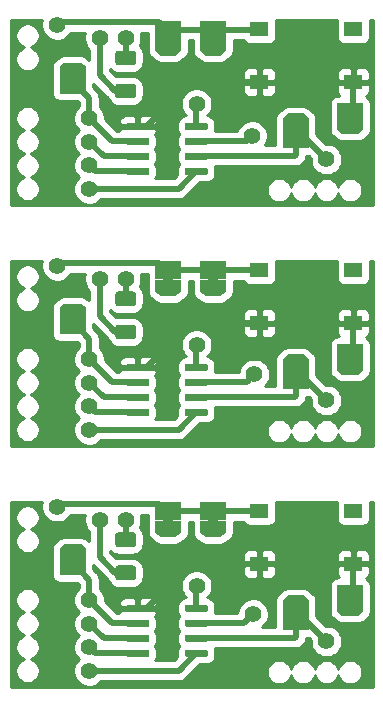
<source format=gbr>
G04 #@! TF.GenerationSoftware,KiCad,Pcbnew,(5.1.5)-3*
G04 #@! TF.CreationDate,2020-05-20T15:16:41-05:00*
G04 #@! TF.ProjectId,multiBoard_small,6d756c74-6942-46f6-9172-645f736d616c,rev?*
G04 #@! TF.SameCoordinates,PX5a995c0PY68e7780*
G04 #@! TF.FileFunction,Copper,L1,Top*
G04 #@! TF.FilePolarity,Positive*
%FSLAX46Y46*%
G04 Gerber Fmt 4.6, Leading zero omitted, Abs format (unit mm)*
G04 Created by KiCad (PCBNEW (5.1.5)-3) date 2020-05-20 15:16:41*
%MOMM*%
%LPD*%
G04 APERTURE LIST*
%ADD10C,0.100000*%
%ADD11R,2.200000X2.000000*%
%ADD12C,0.710000*%
%ADD13R,2.200000X1.600000*%
%ADD14C,0.910000*%
%ADD15R,1.550000X1.300000*%
%ADD16C,1.400000*%
%ADD17C,0.508000*%
%ADD18C,0.254000*%
G04 APERTURE END LIST*
D10*
G36*
X11400000Y16600000D02*
G01*
X11400000Y16300000D01*
X9200000Y16300000D01*
X9200000Y16600000D01*
X9600000Y16900000D01*
X11000000Y16900000D01*
X11400000Y16600000D01*
G37*
G36*
X21100000Y17900000D02*
G01*
X21100000Y18900000D01*
X23300000Y18900000D01*
X23300000Y17900000D01*
X22800000Y17500000D01*
X21600000Y17500000D01*
X21100000Y17900000D01*
G37*
G36*
X32700000Y11175000D02*
G01*
X32700000Y11475000D01*
X34900000Y11475000D01*
X34900000Y11175000D01*
X34500000Y10875000D01*
X33100000Y10875000D01*
X32700000Y11175000D01*
G37*
G36*
X30300000Y12200000D02*
G01*
X30300000Y11200000D01*
X28100000Y11200000D01*
X28100000Y12200000D01*
X28600000Y12600000D01*
X29800000Y12600000D01*
X30300000Y12200000D01*
G37*
G36*
X17300000Y17900000D02*
G01*
X17300000Y18900000D01*
X19500000Y18900000D01*
X19500000Y17900000D01*
X19000000Y17500000D01*
X17800000Y17500000D01*
X17300000Y17900000D01*
G37*
G36*
X21100000Y58700000D02*
G01*
X21100000Y59700000D01*
X23300000Y59700000D01*
X23300000Y58700000D01*
X22800000Y58300000D01*
X21600000Y58300000D01*
X21100000Y58700000D01*
G37*
G36*
X11400000Y57400000D02*
G01*
X11400000Y57100000D01*
X9200000Y57100000D01*
X9200000Y57400000D01*
X9600000Y57700000D01*
X11000000Y57700000D01*
X11400000Y57400000D01*
G37*
G36*
X30300000Y53000000D02*
G01*
X30300000Y52000000D01*
X28100000Y52000000D01*
X28100000Y53000000D01*
X28600000Y53400000D01*
X29800000Y53400000D01*
X30300000Y53000000D01*
G37*
G36*
X32700000Y51975000D02*
G01*
X32700000Y52275000D01*
X34900000Y52275000D01*
X34900000Y51975000D01*
X34500000Y51675000D01*
X33100000Y51675000D01*
X32700000Y51975000D01*
G37*
G36*
X17300000Y58700000D02*
G01*
X17300000Y59700000D01*
X19500000Y59700000D01*
X19500000Y58700000D01*
X19000000Y58300000D01*
X17800000Y58300000D01*
X17300000Y58700000D01*
G37*
G36*
X32700000Y31575000D02*
G01*
X32700000Y31875000D01*
X34900000Y31875000D01*
X34900000Y31575000D01*
X34500000Y31275000D01*
X33100000Y31275000D01*
X32700000Y31575000D01*
G37*
G36*
X17300000Y38300000D02*
G01*
X17300000Y39300000D01*
X19500000Y39300000D01*
X19500000Y38300000D01*
X19000000Y37900000D01*
X17800000Y37900000D01*
X17300000Y38300000D01*
G37*
G36*
X21100000Y38300000D02*
G01*
X21100000Y39300000D01*
X23300000Y39300000D01*
X23300000Y38300000D01*
X22800000Y37900000D01*
X21600000Y37900000D01*
X21100000Y38300000D01*
G37*
G36*
X30300000Y32600000D02*
G01*
X30300000Y31600000D01*
X28100000Y31600000D01*
X28100000Y32600000D01*
X28600000Y33000000D01*
X29800000Y33000000D01*
X30300000Y32600000D01*
G37*
G36*
X11400000Y37000000D02*
G01*
X11400000Y36700000D01*
X9200000Y36700000D01*
X9200000Y37000000D01*
X9600000Y37300000D01*
X11000000Y37300000D01*
X11400000Y37000000D01*
G37*
G04 #@! TA.AperFunction,SMDPad,CuDef*
G36*
X16664703Y11804278D02*
G01*
X16679264Y11802118D01*
X16693543Y11798541D01*
X16707403Y11793582D01*
X16720710Y11787288D01*
X16733336Y11779720D01*
X16745159Y11770952D01*
X16756066Y11761066D01*
X16765952Y11750159D01*
X16774720Y11738336D01*
X16782288Y11725710D01*
X16788582Y11712403D01*
X16793541Y11698543D01*
X16797118Y11684264D01*
X16799278Y11669703D01*
X16800000Y11655000D01*
X16800000Y11355000D01*
X16799278Y11340297D01*
X16797118Y11325736D01*
X16793541Y11311457D01*
X16788582Y11297597D01*
X16782288Y11284290D01*
X16774720Y11271664D01*
X16765952Y11259841D01*
X16756066Y11248934D01*
X16745159Y11239048D01*
X16733336Y11230280D01*
X16720710Y11222712D01*
X16707403Y11216418D01*
X16693543Y11211459D01*
X16679264Y11207882D01*
X16664703Y11205722D01*
X16650000Y11205000D01*
X15000000Y11205000D01*
X14985297Y11205722D01*
X14970736Y11207882D01*
X14956457Y11211459D01*
X14942597Y11216418D01*
X14929290Y11222712D01*
X14916664Y11230280D01*
X14904841Y11239048D01*
X14893934Y11248934D01*
X14884048Y11259841D01*
X14875280Y11271664D01*
X14867712Y11284290D01*
X14861418Y11297597D01*
X14856459Y11311457D01*
X14852882Y11325736D01*
X14850722Y11340297D01*
X14850000Y11355000D01*
X14850000Y11655000D01*
X14850722Y11669703D01*
X14852882Y11684264D01*
X14856459Y11698543D01*
X14861418Y11712403D01*
X14867712Y11725710D01*
X14875280Y11738336D01*
X14884048Y11750159D01*
X14893934Y11761066D01*
X14904841Y11770952D01*
X14916664Y11779720D01*
X14929290Y11787288D01*
X14942597Y11793582D01*
X14956457Y11798541D01*
X14970736Y11802118D01*
X14985297Y11804278D01*
X15000000Y11805000D01*
X16650000Y11805000D01*
X16664703Y11804278D01*
G37*
G04 #@! TD.AperFunction*
G04 #@! TA.AperFunction,SMDPad,CuDef*
G36*
X16664703Y10534278D02*
G01*
X16679264Y10532118D01*
X16693543Y10528541D01*
X16707403Y10523582D01*
X16720710Y10517288D01*
X16733336Y10509720D01*
X16745159Y10500952D01*
X16756066Y10491066D01*
X16765952Y10480159D01*
X16774720Y10468336D01*
X16782288Y10455710D01*
X16788582Y10442403D01*
X16793541Y10428543D01*
X16797118Y10414264D01*
X16799278Y10399703D01*
X16800000Y10385000D01*
X16800000Y10085000D01*
X16799278Y10070297D01*
X16797118Y10055736D01*
X16793541Y10041457D01*
X16788582Y10027597D01*
X16782288Y10014290D01*
X16774720Y10001664D01*
X16765952Y9989841D01*
X16756066Y9978934D01*
X16745159Y9969048D01*
X16733336Y9960280D01*
X16720710Y9952712D01*
X16707403Y9946418D01*
X16693543Y9941459D01*
X16679264Y9937882D01*
X16664703Y9935722D01*
X16650000Y9935000D01*
X15000000Y9935000D01*
X14985297Y9935722D01*
X14970736Y9937882D01*
X14956457Y9941459D01*
X14942597Y9946418D01*
X14929290Y9952712D01*
X14916664Y9960280D01*
X14904841Y9969048D01*
X14893934Y9978934D01*
X14884048Y9989841D01*
X14875280Y10001664D01*
X14867712Y10014290D01*
X14861418Y10027597D01*
X14856459Y10041457D01*
X14852882Y10055736D01*
X14850722Y10070297D01*
X14850000Y10085000D01*
X14850000Y10385000D01*
X14850722Y10399703D01*
X14852882Y10414264D01*
X14856459Y10428543D01*
X14861418Y10442403D01*
X14867712Y10455710D01*
X14875280Y10468336D01*
X14884048Y10480159D01*
X14893934Y10491066D01*
X14904841Y10500952D01*
X14916664Y10509720D01*
X14929290Y10517288D01*
X14942597Y10523582D01*
X14956457Y10528541D01*
X14970736Y10532118D01*
X14985297Y10534278D01*
X15000000Y10535000D01*
X16650000Y10535000D01*
X16664703Y10534278D01*
G37*
G04 #@! TD.AperFunction*
G04 #@! TA.AperFunction,SMDPad,CuDef*
G36*
X16664703Y9264278D02*
G01*
X16679264Y9262118D01*
X16693543Y9258541D01*
X16707403Y9253582D01*
X16720710Y9247288D01*
X16733336Y9239720D01*
X16745159Y9230952D01*
X16756066Y9221066D01*
X16765952Y9210159D01*
X16774720Y9198336D01*
X16782288Y9185710D01*
X16788582Y9172403D01*
X16793541Y9158543D01*
X16797118Y9144264D01*
X16799278Y9129703D01*
X16800000Y9115000D01*
X16800000Y8815000D01*
X16799278Y8800297D01*
X16797118Y8785736D01*
X16793541Y8771457D01*
X16788582Y8757597D01*
X16782288Y8744290D01*
X16774720Y8731664D01*
X16765952Y8719841D01*
X16756066Y8708934D01*
X16745159Y8699048D01*
X16733336Y8690280D01*
X16720710Y8682712D01*
X16707403Y8676418D01*
X16693543Y8671459D01*
X16679264Y8667882D01*
X16664703Y8665722D01*
X16650000Y8665000D01*
X15000000Y8665000D01*
X14985297Y8665722D01*
X14970736Y8667882D01*
X14956457Y8671459D01*
X14942597Y8676418D01*
X14929290Y8682712D01*
X14916664Y8690280D01*
X14904841Y8699048D01*
X14893934Y8708934D01*
X14884048Y8719841D01*
X14875280Y8731664D01*
X14867712Y8744290D01*
X14861418Y8757597D01*
X14856459Y8771457D01*
X14852882Y8785736D01*
X14850722Y8800297D01*
X14850000Y8815000D01*
X14850000Y9115000D01*
X14850722Y9129703D01*
X14852882Y9144264D01*
X14856459Y9158543D01*
X14861418Y9172403D01*
X14867712Y9185710D01*
X14875280Y9198336D01*
X14884048Y9210159D01*
X14893934Y9221066D01*
X14904841Y9230952D01*
X14916664Y9239720D01*
X14929290Y9247288D01*
X14942597Y9253582D01*
X14956457Y9258541D01*
X14970736Y9262118D01*
X14985297Y9264278D01*
X15000000Y9265000D01*
X16650000Y9265000D01*
X16664703Y9264278D01*
G37*
G04 #@! TD.AperFunction*
G04 #@! TA.AperFunction,SMDPad,CuDef*
G36*
X16664703Y7994278D02*
G01*
X16679264Y7992118D01*
X16693543Y7988541D01*
X16707403Y7983582D01*
X16720710Y7977288D01*
X16733336Y7969720D01*
X16745159Y7960952D01*
X16756066Y7951066D01*
X16765952Y7940159D01*
X16774720Y7928336D01*
X16782288Y7915710D01*
X16788582Y7902403D01*
X16793541Y7888543D01*
X16797118Y7874264D01*
X16799278Y7859703D01*
X16800000Y7845000D01*
X16800000Y7545000D01*
X16799278Y7530297D01*
X16797118Y7515736D01*
X16793541Y7501457D01*
X16788582Y7487597D01*
X16782288Y7474290D01*
X16774720Y7461664D01*
X16765952Y7449841D01*
X16756066Y7438934D01*
X16745159Y7429048D01*
X16733336Y7420280D01*
X16720710Y7412712D01*
X16707403Y7406418D01*
X16693543Y7401459D01*
X16679264Y7397882D01*
X16664703Y7395722D01*
X16650000Y7395000D01*
X15000000Y7395000D01*
X14985297Y7395722D01*
X14970736Y7397882D01*
X14956457Y7401459D01*
X14942597Y7406418D01*
X14929290Y7412712D01*
X14916664Y7420280D01*
X14904841Y7429048D01*
X14893934Y7438934D01*
X14884048Y7449841D01*
X14875280Y7461664D01*
X14867712Y7474290D01*
X14861418Y7487597D01*
X14856459Y7501457D01*
X14852882Y7515736D01*
X14850722Y7530297D01*
X14850000Y7545000D01*
X14850000Y7845000D01*
X14850722Y7859703D01*
X14852882Y7874264D01*
X14856459Y7888543D01*
X14861418Y7902403D01*
X14867712Y7915710D01*
X14875280Y7928336D01*
X14884048Y7940159D01*
X14893934Y7951066D01*
X14904841Y7960952D01*
X14916664Y7969720D01*
X14929290Y7977288D01*
X14942597Y7983582D01*
X14956457Y7988541D01*
X14970736Y7992118D01*
X14985297Y7994278D01*
X15000000Y7995000D01*
X16650000Y7995000D01*
X16664703Y7994278D01*
G37*
G04 #@! TD.AperFunction*
G04 #@! TA.AperFunction,SMDPad,CuDef*
G36*
X21614703Y7994278D02*
G01*
X21629264Y7992118D01*
X21643543Y7988541D01*
X21657403Y7983582D01*
X21670710Y7977288D01*
X21683336Y7969720D01*
X21695159Y7960952D01*
X21706066Y7951066D01*
X21715952Y7940159D01*
X21724720Y7928336D01*
X21732288Y7915710D01*
X21738582Y7902403D01*
X21743541Y7888543D01*
X21747118Y7874264D01*
X21749278Y7859703D01*
X21750000Y7845000D01*
X21750000Y7545000D01*
X21749278Y7530297D01*
X21747118Y7515736D01*
X21743541Y7501457D01*
X21738582Y7487597D01*
X21732288Y7474290D01*
X21724720Y7461664D01*
X21715952Y7449841D01*
X21706066Y7438934D01*
X21695159Y7429048D01*
X21683336Y7420280D01*
X21670710Y7412712D01*
X21657403Y7406418D01*
X21643543Y7401459D01*
X21629264Y7397882D01*
X21614703Y7395722D01*
X21600000Y7395000D01*
X19950000Y7395000D01*
X19935297Y7395722D01*
X19920736Y7397882D01*
X19906457Y7401459D01*
X19892597Y7406418D01*
X19879290Y7412712D01*
X19866664Y7420280D01*
X19854841Y7429048D01*
X19843934Y7438934D01*
X19834048Y7449841D01*
X19825280Y7461664D01*
X19817712Y7474290D01*
X19811418Y7487597D01*
X19806459Y7501457D01*
X19802882Y7515736D01*
X19800722Y7530297D01*
X19800000Y7545000D01*
X19800000Y7845000D01*
X19800722Y7859703D01*
X19802882Y7874264D01*
X19806459Y7888543D01*
X19811418Y7902403D01*
X19817712Y7915710D01*
X19825280Y7928336D01*
X19834048Y7940159D01*
X19843934Y7951066D01*
X19854841Y7960952D01*
X19866664Y7969720D01*
X19879290Y7977288D01*
X19892597Y7983582D01*
X19906457Y7988541D01*
X19920736Y7992118D01*
X19935297Y7994278D01*
X19950000Y7995000D01*
X21600000Y7995000D01*
X21614703Y7994278D01*
G37*
G04 #@! TD.AperFunction*
G04 #@! TA.AperFunction,SMDPad,CuDef*
G36*
X21614703Y9264278D02*
G01*
X21629264Y9262118D01*
X21643543Y9258541D01*
X21657403Y9253582D01*
X21670710Y9247288D01*
X21683336Y9239720D01*
X21695159Y9230952D01*
X21706066Y9221066D01*
X21715952Y9210159D01*
X21724720Y9198336D01*
X21732288Y9185710D01*
X21738582Y9172403D01*
X21743541Y9158543D01*
X21747118Y9144264D01*
X21749278Y9129703D01*
X21750000Y9115000D01*
X21750000Y8815000D01*
X21749278Y8800297D01*
X21747118Y8785736D01*
X21743541Y8771457D01*
X21738582Y8757597D01*
X21732288Y8744290D01*
X21724720Y8731664D01*
X21715952Y8719841D01*
X21706066Y8708934D01*
X21695159Y8699048D01*
X21683336Y8690280D01*
X21670710Y8682712D01*
X21657403Y8676418D01*
X21643543Y8671459D01*
X21629264Y8667882D01*
X21614703Y8665722D01*
X21600000Y8665000D01*
X19950000Y8665000D01*
X19935297Y8665722D01*
X19920736Y8667882D01*
X19906457Y8671459D01*
X19892597Y8676418D01*
X19879290Y8682712D01*
X19866664Y8690280D01*
X19854841Y8699048D01*
X19843934Y8708934D01*
X19834048Y8719841D01*
X19825280Y8731664D01*
X19817712Y8744290D01*
X19811418Y8757597D01*
X19806459Y8771457D01*
X19802882Y8785736D01*
X19800722Y8800297D01*
X19800000Y8815000D01*
X19800000Y9115000D01*
X19800722Y9129703D01*
X19802882Y9144264D01*
X19806459Y9158543D01*
X19811418Y9172403D01*
X19817712Y9185710D01*
X19825280Y9198336D01*
X19834048Y9210159D01*
X19843934Y9221066D01*
X19854841Y9230952D01*
X19866664Y9239720D01*
X19879290Y9247288D01*
X19892597Y9253582D01*
X19906457Y9258541D01*
X19920736Y9262118D01*
X19935297Y9264278D01*
X19950000Y9265000D01*
X21600000Y9265000D01*
X21614703Y9264278D01*
G37*
G04 #@! TD.AperFunction*
G04 #@! TA.AperFunction,SMDPad,CuDef*
G36*
X21614703Y10534278D02*
G01*
X21629264Y10532118D01*
X21643543Y10528541D01*
X21657403Y10523582D01*
X21670710Y10517288D01*
X21683336Y10509720D01*
X21695159Y10500952D01*
X21706066Y10491066D01*
X21715952Y10480159D01*
X21724720Y10468336D01*
X21732288Y10455710D01*
X21738582Y10442403D01*
X21743541Y10428543D01*
X21747118Y10414264D01*
X21749278Y10399703D01*
X21750000Y10385000D01*
X21750000Y10085000D01*
X21749278Y10070297D01*
X21747118Y10055736D01*
X21743541Y10041457D01*
X21738582Y10027597D01*
X21732288Y10014290D01*
X21724720Y10001664D01*
X21715952Y9989841D01*
X21706066Y9978934D01*
X21695159Y9969048D01*
X21683336Y9960280D01*
X21670710Y9952712D01*
X21657403Y9946418D01*
X21643543Y9941459D01*
X21629264Y9937882D01*
X21614703Y9935722D01*
X21600000Y9935000D01*
X19950000Y9935000D01*
X19935297Y9935722D01*
X19920736Y9937882D01*
X19906457Y9941459D01*
X19892597Y9946418D01*
X19879290Y9952712D01*
X19866664Y9960280D01*
X19854841Y9969048D01*
X19843934Y9978934D01*
X19834048Y9989841D01*
X19825280Y10001664D01*
X19817712Y10014290D01*
X19811418Y10027597D01*
X19806459Y10041457D01*
X19802882Y10055736D01*
X19800722Y10070297D01*
X19800000Y10085000D01*
X19800000Y10385000D01*
X19800722Y10399703D01*
X19802882Y10414264D01*
X19806459Y10428543D01*
X19811418Y10442403D01*
X19817712Y10455710D01*
X19825280Y10468336D01*
X19834048Y10480159D01*
X19843934Y10491066D01*
X19854841Y10500952D01*
X19866664Y10509720D01*
X19879290Y10517288D01*
X19892597Y10523582D01*
X19906457Y10528541D01*
X19920736Y10532118D01*
X19935297Y10534278D01*
X19950000Y10535000D01*
X21600000Y10535000D01*
X21614703Y10534278D01*
G37*
G04 #@! TD.AperFunction*
G04 #@! TA.AperFunction,SMDPad,CuDef*
G36*
X21614703Y11804278D02*
G01*
X21629264Y11802118D01*
X21643543Y11798541D01*
X21657403Y11793582D01*
X21670710Y11787288D01*
X21683336Y11779720D01*
X21695159Y11770952D01*
X21706066Y11761066D01*
X21715952Y11750159D01*
X21724720Y11738336D01*
X21732288Y11725710D01*
X21738582Y11712403D01*
X21743541Y11698543D01*
X21747118Y11684264D01*
X21749278Y11669703D01*
X21750000Y11655000D01*
X21750000Y11355000D01*
X21749278Y11340297D01*
X21747118Y11325736D01*
X21743541Y11311457D01*
X21738582Y11297597D01*
X21732288Y11284290D01*
X21724720Y11271664D01*
X21715952Y11259841D01*
X21706066Y11248934D01*
X21695159Y11239048D01*
X21683336Y11230280D01*
X21670710Y11222712D01*
X21657403Y11216418D01*
X21643543Y11211459D01*
X21629264Y11207882D01*
X21614703Y11205722D01*
X21600000Y11205000D01*
X19950000Y11205000D01*
X19935297Y11205722D01*
X19920736Y11207882D01*
X19906457Y11211459D01*
X19892597Y11216418D01*
X19879290Y11222712D01*
X19866664Y11230280D01*
X19854841Y11239048D01*
X19843934Y11248934D01*
X19834048Y11259841D01*
X19825280Y11271664D01*
X19817712Y11284290D01*
X19811418Y11297597D01*
X19806459Y11311457D01*
X19802882Y11325736D01*
X19800722Y11340297D01*
X19800000Y11355000D01*
X19800000Y11655000D01*
X19800722Y11669703D01*
X19802882Y11684264D01*
X19806459Y11698543D01*
X19811418Y11712403D01*
X19817712Y11725710D01*
X19825280Y11738336D01*
X19834048Y11750159D01*
X19843934Y11761066D01*
X19854841Y11770952D01*
X19866664Y11779720D01*
X19879290Y11787288D01*
X19892597Y11793582D01*
X19906457Y11798541D01*
X19920736Y11802118D01*
X19935297Y11804278D01*
X19950000Y11805000D01*
X21600000Y11805000D01*
X21614703Y11804278D01*
G37*
G04 #@! TD.AperFunction*
D11*
X10300000Y15300000D03*
D12*
X10300000Y15925000D03*
X10300000Y16275000D03*
D13*
X22200000Y19700000D03*
D14*
X22200000Y18800000D03*
X22200000Y18400000D03*
G04 #@! TA.AperFunction,SMDPad,CuDef*
D10*
G36*
X15449504Y17923796D02*
G01*
X15473773Y17920196D01*
X15497571Y17914235D01*
X15520671Y17905970D01*
X15542849Y17895480D01*
X15563893Y17882867D01*
X15583598Y17868253D01*
X15601777Y17851777D01*
X15618253Y17833598D01*
X15632867Y17813893D01*
X15645480Y17792849D01*
X15655970Y17770671D01*
X15664235Y17747571D01*
X15670196Y17723773D01*
X15673796Y17699504D01*
X15675000Y17675000D01*
X15675000Y16925000D01*
X15673796Y16900496D01*
X15670196Y16876227D01*
X15664235Y16852429D01*
X15655970Y16829329D01*
X15645480Y16807151D01*
X15632867Y16786107D01*
X15618253Y16766402D01*
X15601777Y16748223D01*
X15583598Y16731747D01*
X15563893Y16717133D01*
X15542849Y16704520D01*
X15520671Y16694030D01*
X15497571Y16685765D01*
X15473773Y16679804D01*
X15449504Y16676204D01*
X15425000Y16675000D01*
X14175000Y16675000D01*
X14150496Y16676204D01*
X14126227Y16679804D01*
X14102429Y16685765D01*
X14079329Y16694030D01*
X14057151Y16704520D01*
X14036107Y16717133D01*
X14016402Y16731747D01*
X13998223Y16748223D01*
X13981747Y16766402D01*
X13967133Y16786107D01*
X13954520Y16807151D01*
X13944030Y16829329D01*
X13935765Y16852429D01*
X13929804Y16876227D01*
X13926204Y16900496D01*
X13925000Y16925000D01*
X13925000Y17675000D01*
X13926204Y17699504D01*
X13929804Y17723773D01*
X13935765Y17747571D01*
X13944030Y17770671D01*
X13954520Y17792849D01*
X13967133Y17813893D01*
X13981747Y17833598D01*
X13998223Y17851777D01*
X14016402Y17868253D01*
X14036107Y17882867D01*
X14057151Y17895480D01*
X14079329Y17905970D01*
X14102429Y17914235D01*
X14126227Y17920196D01*
X14150496Y17923796D01*
X14175000Y17925000D01*
X15425000Y17925000D01*
X15449504Y17923796D01*
G37*
G04 #@! TD.AperFunction*
G04 #@! TA.AperFunction,SMDPad,CuDef*
G36*
X15449504Y15123796D02*
G01*
X15473773Y15120196D01*
X15497571Y15114235D01*
X15520671Y15105970D01*
X15542849Y15095480D01*
X15563893Y15082867D01*
X15583598Y15068253D01*
X15601777Y15051777D01*
X15618253Y15033598D01*
X15632867Y15013893D01*
X15645480Y14992849D01*
X15655970Y14970671D01*
X15664235Y14947571D01*
X15670196Y14923773D01*
X15673796Y14899504D01*
X15675000Y14875000D01*
X15675000Y14125000D01*
X15673796Y14100496D01*
X15670196Y14076227D01*
X15664235Y14052429D01*
X15655970Y14029329D01*
X15645480Y14007151D01*
X15632867Y13986107D01*
X15618253Y13966402D01*
X15601777Y13948223D01*
X15583598Y13931747D01*
X15563893Y13917133D01*
X15542849Y13904520D01*
X15520671Y13894030D01*
X15497571Y13885765D01*
X15473773Y13879804D01*
X15449504Y13876204D01*
X15425000Y13875000D01*
X14175000Y13875000D01*
X14150496Y13876204D01*
X14126227Y13879804D01*
X14102429Y13885765D01*
X14079329Y13894030D01*
X14057151Y13904520D01*
X14036107Y13917133D01*
X14016402Y13931747D01*
X13998223Y13948223D01*
X13981747Y13966402D01*
X13967133Y13986107D01*
X13954520Y14007151D01*
X13944030Y14029329D01*
X13935765Y14052429D01*
X13929804Y14076227D01*
X13926204Y14100496D01*
X13925000Y14125000D01*
X13925000Y14875000D01*
X13926204Y14899504D01*
X13929804Y14923773D01*
X13935765Y14947571D01*
X13944030Y14970671D01*
X13954520Y14992849D01*
X13967133Y15013893D01*
X13981747Y15033598D01*
X13998223Y15051777D01*
X14016402Y15068253D01*
X14036107Y15082867D01*
X14057151Y15095480D01*
X14079329Y15105970D01*
X14102429Y15114235D01*
X14126227Y15120196D01*
X14150496Y15123796D01*
X14175000Y15125000D01*
X15425000Y15125000D01*
X15449504Y15123796D01*
G37*
G04 #@! TD.AperFunction*
D12*
X33800000Y11500000D03*
X33800000Y11850000D03*
D11*
X33800000Y12475000D03*
D15*
X26125000Y15250000D03*
X26125000Y19750000D03*
X34075000Y19750000D03*
X34075000Y15250000D03*
D13*
X29200000Y10400000D03*
D14*
X29200000Y11300000D03*
X29200000Y11700000D03*
D13*
X18400000Y19700000D03*
D14*
X18400000Y18800000D03*
X18400000Y18400000D03*
G04 #@! TA.AperFunction,SMDPad,CuDef*
D10*
G36*
X16664703Y52604278D02*
G01*
X16679264Y52602118D01*
X16693543Y52598541D01*
X16707403Y52593582D01*
X16720710Y52587288D01*
X16733336Y52579720D01*
X16745159Y52570952D01*
X16756066Y52561066D01*
X16765952Y52550159D01*
X16774720Y52538336D01*
X16782288Y52525710D01*
X16788582Y52512403D01*
X16793541Y52498543D01*
X16797118Y52484264D01*
X16799278Y52469703D01*
X16800000Y52455000D01*
X16800000Y52155000D01*
X16799278Y52140297D01*
X16797118Y52125736D01*
X16793541Y52111457D01*
X16788582Y52097597D01*
X16782288Y52084290D01*
X16774720Y52071664D01*
X16765952Y52059841D01*
X16756066Y52048934D01*
X16745159Y52039048D01*
X16733336Y52030280D01*
X16720710Y52022712D01*
X16707403Y52016418D01*
X16693543Y52011459D01*
X16679264Y52007882D01*
X16664703Y52005722D01*
X16650000Y52005000D01*
X15000000Y52005000D01*
X14985297Y52005722D01*
X14970736Y52007882D01*
X14956457Y52011459D01*
X14942597Y52016418D01*
X14929290Y52022712D01*
X14916664Y52030280D01*
X14904841Y52039048D01*
X14893934Y52048934D01*
X14884048Y52059841D01*
X14875280Y52071664D01*
X14867712Y52084290D01*
X14861418Y52097597D01*
X14856459Y52111457D01*
X14852882Y52125736D01*
X14850722Y52140297D01*
X14850000Y52155000D01*
X14850000Y52455000D01*
X14850722Y52469703D01*
X14852882Y52484264D01*
X14856459Y52498543D01*
X14861418Y52512403D01*
X14867712Y52525710D01*
X14875280Y52538336D01*
X14884048Y52550159D01*
X14893934Y52561066D01*
X14904841Y52570952D01*
X14916664Y52579720D01*
X14929290Y52587288D01*
X14942597Y52593582D01*
X14956457Y52598541D01*
X14970736Y52602118D01*
X14985297Y52604278D01*
X15000000Y52605000D01*
X16650000Y52605000D01*
X16664703Y52604278D01*
G37*
G04 #@! TD.AperFunction*
G04 #@! TA.AperFunction,SMDPad,CuDef*
G36*
X16664703Y51334278D02*
G01*
X16679264Y51332118D01*
X16693543Y51328541D01*
X16707403Y51323582D01*
X16720710Y51317288D01*
X16733336Y51309720D01*
X16745159Y51300952D01*
X16756066Y51291066D01*
X16765952Y51280159D01*
X16774720Y51268336D01*
X16782288Y51255710D01*
X16788582Y51242403D01*
X16793541Y51228543D01*
X16797118Y51214264D01*
X16799278Y51199703D01*
X16800000Y51185000D01*
X16800000Y50885000D01*
X16799278Y50870297D01*
X16797118Y50855736D01*
X16793541Y50841457D01*
X16788582Y50827597D01*
X16782288Y50814290D01*
X16774720Y50801664D01*
X16765952Y50789841D01*
X16756066Y50778934D01*
X16745159Y50769048D01*
X16733336Y50760280D01*
X16720710Y50752712D01*
X16707403Y50746418D01*
X16693543Y50741459D01*
X16679264Y50737882D01*
X16664703Y50735722D01*
X16650000Y50735000D01*
X15000000Y50735000D01*
X14985297Y50735722D01*
X14970736Y50737882D01*
X14956457Y50741459D01*
X14942597Y50746418D01*
X14929290Y50752712D01*
X14916664Y50760280D01*
X14904841Y50769048D01*
X14893934Y50778934D01*
X14884048Y50789841D01*
X14875280Y50801664D01*
X14867712Y50814290D01*
X14861418Y50827597D01*
X14856459Y50841457D01*
X14852882Y50855736D01*
X14850722Y50870297D01*
X14850000Y50885000D01*
X14850000Y51185000D01*
X14850722Y51199703D01*
X14852882Y51214264D01*
X14856459Y51228543D01*
X14861418Y51242403D01*
X14867712Y51255710D01*
X14875280Y51268336D01*
X14884048Y51280159D01*
X14893934Y51291066D01*
X14904841Y51300952D01*
X14916664Y51309720D01*
X14929290Y51317288D01*
X14942597Y51323582D01*
X14956457Y51328541D01*
X14970736Y51332118D01*
X14985297Y51334278D01*
X15000000Y51335000D01*
X16650000Y51335000D01*
X16664703Y51334278D01*
G37*
G04 #@! TD.AperFunction*
G04 #@! TA.AperFunction,SMDPad,CuDef*
G36*
X16664703Y50064278D02*
G01*
X16679264Y50062118D01*
X16693543Y50058541D01*
X16707403Y50053582D01*
X16720710Y50047288D01*
X16733336Y50039720D01*
X16745159Y50030952D01*
X16756066Y50021066D01*
X16765952Y50010159D01*
X16774720Y49998336D01*
X16782288Y49985710D01*
X16788582Y49972403D01*
X16793541Y49958543D01*
X16797118Y49944264D01*
X16799278Y49929703D01*
X16800000Y49915000D01*
X16800000Y49615000D01*
X16799278Y49600297D01*
X16797118Y49585736D01*
X16793541Y49571457D01*
X16788582Y49557597D01*
X16782288Y49544290D01*
X16774720Y49531664D01*
X16765952Y49519841D01*
X16756066Y49508934D01*
X16745159Y49499048D01*
X16733336Y49490280D01*
X16720710Y49482712D01*
X16707403Y49476418D01*
X16693543Y49471459D01*
X16679264Y49467882D01*
X16664703Y49465722D01*
X16650000Y49465000D01*
X15000000Y49465000D01*
X14985297Y49465722D01*
X14970736Y49467882D01*
X14956457Y49471459D01*
X14942597Y49476418D01*
X14929290Y49482712D01*
X14916664Y49490280D01*
X14904841Y49499048D01*
X14893934Y49508934D01*
X14884048Y49519841D01*
X14875280Y49531664D01*
X14867712Y49544290D01*
X14861418Y49557597D01*
X14856459Y49571457D01*
X14852882Y49585736D01*
X14850722Y49600297D01*
X14850000Y49615000D01*
X14850000Y49915000D01*
X14850722Y49929703D01*
X14852882Y49944264D01*
X14856459Y49958543D01*
X14861418Y49972403D01*
X14867712Y49985710D01*
X14875280Y49998336D01*
X14884048Y50010159D01*
X14893934Y50021066D01*
X14904841Y50030952D01*
X14916664Y50039720D01*
X14929290Y50047288D01*
X14942597Y50053582D01*
X14956457Y50058541D01*
X14970736Y50062118D01*
X14985297Y50064278D01*
X15000000Y50065000D01*
X16650000Y50065000D01*
X16664703Y50064278D01*
G37*
G04 #@! TD.AperFunction*
G04 #@! TA.AperFunction,SMDPad,CuDef*
G36*
X16664703Y48794278D02*
G01*
X16679264Y48792118D01*
X16693543Y48788541D01*
X16707403Y48783582D01*
X16720710Y48777288D01*
X16733336Y48769720D01*
X16745159Y48760952D01*
X16756066Y48751066D01*
X16765952Y48740159D01*
X16774720Y48728336D01*
X16782288Y48715710D01*
X16788582Y48702403D01*
X16793541Y48688543D01*
X16797118Y48674264D01*
X16799278Y48659703D01*
X16800000Y48645000D01*
X16800000Y48345000D01*
X16799278Y48330297D01*
X16797118Y48315736D01*
X16793541Y48301457D01*
X16788582Y48287597D01*
X16782288Y48274290D01*
X16774720Y48261664D01*
X16765952Y48249841D01*
X16756066Y48238934D01*
X16745159Y48229048D01*
X16733336Y48220280D01*
X16720710Y48212712D01*
X16707403Y48206418D01*
X16693543Y48201459D01*
X16679264Y48197882D01*
X16664703Y48195722D01*
X16650000Y48195000D01*
X15000000Y48195000D01*
X14985297Y48195722D01*
X14970736Y48197882D01*
X14956457Y48201459D01*
X14942597Y48206418D01*
X14929290Y48212712D01*
X14916664Y48220280D01*
X14904841Y48229048D01*
X14893934Y48238934D01*
X14884048Y48249841D01*
X14875280Y48261664D01*
X14867712Y48274290D01*
X14861418Y48287597D01*
X14856459Y48301457D01*
X14852882Y48315736D01*
X14850722Y48330297D01*
X14850000Y48345000D01*
X14850000Y48645000D01*
X14850722Y48659703D01*
X14852882Y48674264D01*
X14856459Y48688543D01*
X14861418Y48702403D01*
X14867712Y48715710D01*
X14875280Y48728336D01*
X14884048Y48740159D01*
X14893934Y48751066D01*
X14904841Y48760952D01*
X14916664Y48769720D01*
X14929290Y48777288D01*
X14942597Y48783582D01*
X14956457Y48788541D01*
X14970736Y48792118D01*
X14985297Y48794278D01*
X15000000Y48795000D01*
X16650000Y48795000D01*
X16664703Y48794278D01*
G37*
G04 #@! TD.AperFunction*
G04 #@! TA.AperFunction,SMDPad,CuDef*
G36*
X21614703Y48794278D02*
G01*
X21629264Y48792118D01*
X21643543Y48788541D01*
X21657403Y48783582D01*
X21670710Y48777288D01*
X21683336Y48769720D01*
X21695159Y48760952D01*
X21706066Y48751066D01*
X21715952Y48740159D01*
X21724720Y48728336D01*
X21732288Y48715710D01*
X21738582Y48702403D01*
X21743541Y48688543D01*
X21747118Y48674264D01*
X21749278Y48659703D01*
X21750000Y48645000D01*
X21750000Y48345000D01*
X21749278Y48330297D01*
X21747118Y48315736D01*
X21743541Y48301457D01*
X21738582Y48287597D01*
X21732288Y48274290D01*
X21724720Y48261664D01*
X21715952Y48249841D01*
X21706066Y48238934D01*
X21695159Y48229048D01*
X21683336Y48220280D01*
X21670710Y48212712D01*
X21657403Y48206418D01*
X21643543Y48201459D01*
X21629264Y48197882D01*
X21614703Y48195722D01*
X21600000Y48195000D01*
X19950000Y48195000D01*
X19935297Y48195722D01*
X19920736Y48197882D01*
X19906457Y48201459D01*
X19892597Y48206418D01*
X19879290Y48212712D01*
X19866664Y48220280D01*
X19854841Y48229048D01*
X19843934Y48238934D01*
X19834048Y48249841D01*
X19825280Y48261664D01*
X19817712Y48274290D01*
X19811418Y48287597D01*
X19806459Y48301457D01*
X19802882Y48315736D01*
X19800722Y48330297D01*
X19800000Y48345000D01*
X19800000Y48645000D01*
X19800722Y48659703D01*
X19802882Y48674264D01*
X19806459Y48688543D01*
X19811418Y48702403D01*
X19817712Y48715710D01*
X19825280Y48728336D01*
X19834048Y48740159D01*
X19843934Y48751066D01*
X19854841Y48760952D01*
X19866664Y48769720D01*
X19879290Y48777288D01*
X19892597Y48783582D01*
X19906457Y48788541D01*
X19920736Y48792118D01*
X19935297Y48794278D01*
X19950000Y48795000D01*
X21600000Y48795000D01*
X21614703Y48794278D01*
G37*
G04 #@! TD.AperFunction*
G04 #@! TA.AperFunction,SMDPad,CuDef*
G36*
X21614703Y50064278D02*
G01*
X21629264Y50062118D01*
X21643543Y50058541D01*
X21657403Y50053582D01*
X21670710Y50047288D01*
X21683336Y50039720D01*
X21695159Y50030952D01*
X21706066Y50021066D01*
X21715952Y50010159D01*
X21724720Y49998336D01*
X21732288Y49985710D01*
X21738582Y49972403D01*
X21743541Y49958543D01*
X21747118Y49944264D01*
X21749278Y49929703D01*
X21750000Y49915000D01*
X21750000Y49615000D01*
X21749278Y49600297D01*
X21747118Y49585736D01*
X21743541Y49571457D01*
X21738582Y49557597D01*
X21732288Y49544290D01*
X21724720Y49531664D01*
X21715952Y49519841D01*
X21706066Y49508934D01*
X21695159Y49499048D01*
X21683336Y49490280D01*
X21670710Y49482712D01*
X21657403Y49476418D01*
X21643543Y49471459D01*
X21629264Y49467882D01*
X21614703Y49465722D01*
X21600000Y49465000D01*
X19950000Y49465000D01*
X19935297Y49465722D01*
X19920736Y49467882D01*
X19906457Y49471459D01*
X19892597Y49476418D01*
X19879290Y49482712D01*
X19866664Y49490280D01*
X19854841Y49499048D01*
X19843934Y49508934D01*
X19834048Y49519841D01*
X19825280Y49531664D01*
X19817712Y49544290D01*
X19811418Y49557597D01*
X19806459Y49571457D01*
X19802882Y49585736D01*
X19800722Y49600297D01*
X19800000Y49615000D01*
X19800000Y49915000D01*
X19800722Y49929703D01*
X19802882Y49944264D01*
X19806459Y49958543D01*
X19811418Y49972403D01*
X19817712Y49985710D01*
X19825280Y49998336D01*
X19834048Y50010159D01*
X19843934Y50021066D01*
X19854841Y50030952D01*
X19866664Y50039720D01*
X19879290Y50047288D01*
X19892597Y50053582D01*
X19906457Y50058541D01*
X19920736Y50062118D01*
X19935297Y50064278D01*
X19950000Y50065000D01*
X21600000Y50065000D01*
X21614703Y50064278D01*
G37*
G04 #@! TD.AperFunction*
G04 #@! TA.AperFunction,SMDPad,CuDef*
G36*
X21614703Y51334278D02*
G01*
X21629264Y51332118D01*
X21643543Y51328541D01*
X21657403Y51323582D01*
X21670710Y51317288D01*
X21683336Y51309720D01*
X21695159Y51300952D01*
X21706066Y51291066D01*
X21715952Y51280159D01*
X21724720Y51268336D01*
X21732288Y51255710D01*
X21738582Y51242403D01*
X21743541Y51228543D01*
X21747118Y51214264D01*
X21749278Y51199703D01*
X21750000Y51185000D01*
X21750000Y50885000D01*
X21749278Y50870297D01*
X21747118Y50855736D01*
X21743541Y50841457D01*
X21738582Y50827597D01*
X21732288Y50814290D01*
X21724720Y50801664D01*
X21715952Y50789841D01*
X21706066Y50778934D01*
X21695159Y50769048D01*
X21683336Y50760280D01*
X21670710Y50752712D01*
X21657403Y50746418D01*
X21643543Y50741459D01*
X21629264Y50737882D01*
X21614703Y50735722D01*
X21600000Y50735000D01*
X19950000Y50735000D01*
X19935297Y50735722D01*
X19920736Y50737882D01*
X19906457Y50741459D01*
X19892597Y50746418D01*
X19879290Y50752712D01*
X19866664Y50760280D01*
X19854841Y50769048D01*
X19843934Y50778934D01*
X19834048Y50789841D01*
X19825280Y50801664D01*
X19817712Y50814290D01*
X19811418Y50827597D01*
X19806459Y50841457D01*
X19802882Y50855736D01*
X19800722Y50870297D01*
X19800000Y50885000D01*
X19800000Y51185000D01*
X19800722Y51199703D01*
X19802882Y51214264D01*
X19806459Y51228543D01*
X19811418Y51242403D01*
X19817712Y51255710D01*
X19825280Y51268336D01*
X19834048Y51280159D01*
X19843934Y51291066D01*
X19854841Y51300952D01*
X19866664Y51309720D01*
X19879290Y51317288D01*
X19892597Y51323582D01*
X19906457Y51328541D01*
X19920736Y51332118D01*
X19935297Y51334278D01*
X19950000Y51335000D01*
X21600000Y51335000D01*
X21614703Y51334278D01*
G37*
G04 #@! TD.AperFunction*
G04 #@! TA.AperFunction,SMDPad,CuDef*
G36*
X21614703Y52604278D02*
G01*
X21629264Y52602118D01*
X21643543Y52598541D01*
X21657403Y52593582D01*
X21670710Y52587288D01*
X21683336Y52579720D01*
X21695159Y52570952D01*
X21706066Y52561066D01*
X21715952Y52550159D01*
X21724720Y52538336D01*
X21732288Y52525710D01*
X21738582Y52512403D01*
X21743541Y52498543D01*
X21747118Y52484264D01*
X21749278Y52469703D01*
X21750000Y52455000D01*
X21750000Y52155000D01*
X21749278Y52140297D01*
X21747118Y52125736D01*
X21743541Y52111457D01*
X21738582Y52097597D01*
X21732288Y52084290D01*
X21724720Y52071664D01*
X21715952Y52059841D01*
X21706066Y52048934D01*
X21695159Y52039048D01*
X21683336Y52030280D01*
X21670710Y52022712D01*
X21657403Y52016418D01*
X21643543Y52011459D01*
X21629264Y52007882D01*
X21614703Y52005722D01*
X21600000Y52005000D01*
X19950000Y52005000D01*
X19935297Y52005722D01*
X19920736Y52007882D01*
X19906457Y52011459D01*
X19892597Y52016418D01*
X19879290Y52022712D01*
X19866664Y52030280D01*
X19854841Y52039048D01*
X19843934Y52048934D01*
X19834048Y52059841D01*
X19825280Y52071664D01*
X19817712Y52084290D01*
X19811418Y52097597D01*
X19806459Y52111457D01*
X19802882Y52125736D01*
X19800722Y52140297D01*
X19800000Y52155000D01*
X19800000Y52455000D01*
X19800722Y52469703D01*
X19802882Y52484264D01*
X19806459Y52498543D01*
X19811418Y52512403D01*
X19817712Y52525710D01*
X19825280Y52538336D01*
X19834048Y52550159D01*
X19843934Y52561066D01*
X19854841Y52570952D01*
X19866664Y52579720D01*
X19879290Y52587288D01*
X19892597Y52593582D01*
X19906457Y52598541D01*
X19920736Y52602118D01*
X19935297Y52604278D01*
X19950000Y52605000D01*
X21600000Y52605000D01*
X21614703Y52604278D01*
G37*
G04 #@! TD.AperFunction*
D13*
X22200000Y60500000D03*
D14*
X22200000Y59600000D03*
X22200000Y59200000D03*
D11*
X10300000Y56100000D03*
D12*
X10300000Y56725000D03*
X10300000Y57075000D03*
G04 #@! TA.AperFunction,SMDPad,CuDef*
D10*
G36*
X15449504Y58723796D02*
G01*
X15473773Y58720196D01*
X15497571Y58714235D01*
X15520671Y58705970D01*
X15542849Y58695480D01*
X15563893Y58682867D01*
X15583598Y58668253D01*
X15601777Y58651777D01*
X15618253Y58633598D01*
X15632867Y58613893D01*
X15645480Y58592849D01*
X15655970Y58570671D01*
X15664235Y58547571D01*
X15670196Y58523773D01*
X15673796Y58499504D01*
X15675000Y58475000D01*
X15675000Y57725000D01*
X15673796Y57700496D01*
X15670196Y57676227D01*
X15664235Y57652429D01*
X15655970Y57629329D01*
X15645480Y57607151D01*
X15632867Y57586107D01*
X15618253Y57566402D01*
X15601777Y57548223D01*
X15583598Y57531747D01*
X15563893Y57517133D01*
X15542849Y57504520D01*
X15520671Y57494030D01*
X15497571Y57485765D01*
X15473773Y57479804D01*
X15449504Y57476204D01*
X15425000Y57475000D01*
X14175000Y57475000D01*
X14150496Y57476204D01*
X14126227Y57479804D01*
X14102429Y57485765D01*
X14079329Y57494030D01*
X14057151Y57504520D01*
X14036107Y57517133D01*
X14016402Y57531747D01*
X13998223Y57548223D01*
X13981747Y57566402D01*
X13967133Y57586107D01*
X13954520Y57607151D01*
X13944030Y57629329D01*
X13935765Y57652429D01*
X13929804Y57676227D01*
X13926204Y57700496D01*
X13925000Y57725000D01*
X13925000Y58475000D01*
X13926204Y58499504D01*
X13929804Y58523773D01*
X13935765Y58547571D01*
X13944030Y58570671D01*
X13954520Y58592849D01*
X13967133Y58613893D01*
X13981747Y58633598D01*
X13998223Y58651777D01*
X14016402Y58668253D01*
X14036107Y58682867D01*
X14057151Y58695480D01*
X14079329Y58705970D01*
X14102429Y58714235D01*
X14126227Y58720196D01*
X14150496Y58723796D01*
X14175000Y58725000D01*
X15425000Y58725000D01*
X15449504Y58723796D01*
G37*
G04 #@! TD.AperFunction*
G04 #@! TA.AperFunction,SMDPad,CuDef*
G36*
X15449504Y55923796D02*
G01*
X15473773Y55920196D01*
X15497571Y55914235D01*
X15520671Y55905970D01*
X15542849Y55895480D01*
X15563893Y55882867D01*
X15583598Y55868253D01*
X15601777Y55851777D01*
X15618253Y55833598D01*
X15632867Y55813893D01*
X15645480Y55792849D01*
X15655970Y55770671D01*
X15664235Y55747571D01*
X15670196Y55723773D01*
X15673796Y55699504D01*
X15675000Y55675000D01*
X15675000Y54925000D01*
X15673796Y54900496D01*
X15670196Y54876227D01*
X15664235Y54852429D01*
X15655970Y54829329D01*
X15645480Y54807151D01*
X15632867Y54786107D01*
X15618253Y54766402D01*
X15601777Y54748223D01*
X15583598Y54731747D01*
X15563893Y54717133D01*
X15542849Y54704520D01*
X15520671Y54694030D01*
X15497571Y54685765D01*
X15473773Y54679804D01*
X15449504Y54676204D01*
X15425000Y54675000D01*
X14175000Y54675000D01*
X14150496Y54676204D01*
X14126227Y54679804D01*
X14102429Y54685765D01*
X14079329Y54694030D01*
X14057151Y54704520D01*
X14036107Y54717133D01*
X14016402Y54731747D01*
X13998223Y54748223D01*
X13981747Y54766402D01*
X13967133Y54786107D01*
X13954520Y54807151D01*
X13944030Y54829329D01*
X13935765Y54852429D01*
X13929804Y54876227D01*
X13926204Y54900496D01*
X13925000Y54925000D01*
X13925000Y55675000D01*
X13926204Y55699504D01*
X13929804Y55723773D01*
X13935765Y55747571D01*
X13944030Y55770671D01*
X13954520Y55792849D01*
X13967133Y55813893D01*
X13981747Y55833598D01*
X13998223Y55851777D01*
X14016402Y55868253D01*
X14036107Y55882867D01*
X14057151Y55895480D01*
X14079329Y55905970D01*
X14102429Y55914235D01*
X14126227Y55920196D01*
X14150496Y55923796D01*
X14175000Y55925000D01*
X15425000Y55925000D01*
X15449504Y55923796D01*
G37*
G04 #@! TD.AperFunction*
D13*
X29200000Y51200000D03*
D14*
X29200000Y52100000D03*
X29200000Y52500000D03*
D12*
X33800000Y52300000D03*
X33800000Y52650000D03*
D11*
X33800000Y53275000D03*
D13*
X18400000Y60500000D03*
D14*
X18400000Y59600000D03*
X18400000Y59200000D03*
D15*
X26125000Y56050000D03*
X26125000Y60550000D03*
X34075000Y60550000D03*
X34075000Y56050000D03*
X34075000Y35650000D03*
X34075000Y40150000D03*
X26125000Y40150000D03*
X26125000Y35650000D03*
G04 #@! TA.AperFunction,SMDPad,CuDef*
D10*
G36*
X21614703Y32204278D02*
G01*
X21629264Y32202118D01*
X21643543Y32198541D01*
X21657403Y32193582D01*
X21670710Y32187288D01*
X21683336Y32179720D01*
X21695159Y32170952D01*
X21706066Y32161066D01*
X21715952Y32150159D01*
X21724720Y32138336D01*
X21732288Y32125710D01*
X21738582Y32112403D01*
X21743541Y32098543D01*
X21747118Y32084264D01*
X21749278Y32069703D01*
X21750000Y32055000D01*
X21750000Y31755000D01*
X21749278Y31740297D01*
X21747118Y31725736D01*
X21743541Y31711457D01*
X21738582Y31697597D01*
X21732288Y31684290D01*
X21724720Y31671664D01*
X21715952Y31659841D01*
X21706066Y31648934D01*
X21695159Y31639048D01*
X21683336Y31630280D01*
X21670710Y31622712D01*
X21657403Y31616418D01*
X21643543Y31611459D01*
X21629264Y31607882D01*
X21614703Y31605722D01*
X21600000Y31605000D01*
X19950000Y31605000D01*
X19935297Y31605722D01*
X19920736Y31607882D01*
X19906457Y31611459D01*
X19892597Y31616418D01*
X19879290Y31622712D01*
X19866664Y31630280D01*
X19854841Y31639048D01*
X19843934Y31648934D01*
X19834048Y31659841D01*
X19825280Y31671664D01*
X19817712Y31684290D01*
X19811418Y31697597D01*
X19806459Y31711457D01*
X19802882Y31725736D01*
X19800722Y31740297D01*
X19800000Y31755000D01*
X19800000Y32055000D01*
X19800722Y32069703D01*
X19802882Y32084264D01*
X19806459Y32098543D01*
X19811418Y32112403D01*
X19817712Y32125710D01*
X19825280Y32138336D01*
X19834048Y32150159D01*
X19843934Y32161066D01*
X19854841Y32170952D01*
X19866664Y32179720D01*
X19879290Y32187288D01*
X19892597Y32193582D01*
X19906457Y32198541D01*
X19920736Y32202118D01*
X19935297Y32204278D01*
X19950000Y32205000D01*
X21600000Y32205000D01*
X21614703Y32204278D01*
G37*
G04 #@! TD.AperFunction*
G04 #@! TA.AperFunction,SMDPad,CuDef*
G36*
X21614703Y30934278D02*
G01*
X21629264Y30932118D01*
X21643543Y30928541D01*
X21657403Y30923582D01*
X21670710Y30917288D01*
X21683336Y30909720D01*
X21695159Y30900952D01*
X21706066Y30891066D01*
X21715952Y30880159D01*
X21724720Y30868336D01*
X21732288Y30855710D01*
X21738582Y30842403D01*
X21743541Y30828543D01*
X21747118Y30814264D01*
X21749278Y30799703D01*
X21750000Y30785000D01*
X21750000Y30485000D01*
X21749278Y30470297D01*
X21747118Y30455736D01*
X21743541Y30441457D01*
X21738582Y30427597D01*
X21732288Y30414290D01*
X21724720Y30401664D01*
X21715952Y30389841D01*
X21706066Y30378934D01*
X21695159Y30369048D01*
X21683336Y30360280D01*
X21670710Y30352712D01*
X21657403Y30346418D01*
X21643543Y30341459D01*
X21629264Y30337882D01*
X21614703Y30335722D01*
X21600000Y30335000D01*
X19950000Y30335000D01*
X19935297Y30335722D01*
X19920736Y30337882D01*
X19906457Y30341459D01*
X19892597Y30346418D01*
X19879290Y30352712D01*
X19866664Y30360280D01*
X19854841Y30369048D01*
X19843934Y30378934D01*
X19834048Y30389841D01*
X19825280Y30401664D01*
X19817712Y30414290D01*
X19811418Y30427597D01*
X19806459Y30441457D01*
X19802882Y30455736D01*
X19800722Y30470297D01*
X19800000Y30485000D01*
X19800000Y30785000D01*
X19800722Y30799703D01*
X19802882Y30814264D01*
X19806459Y30828543D01*
X19811418Y30842403D01*
X19817712Y30855710D01*
X19825280Y30868336D01*
X19834048Y30880159D01*
X19843934Y30891066D01*
X19854841Y30900952D01*
X19866664Y30909720D01*
X19879290Y30917288D01*
X19892597Y30923582D01*
X19906457Y30928541D01*
X19920736Y30932118D01*
X19935297Y30934278D01*
X19950000Y30935000D01*
X21600000Y30935000D01*
X21614703Y30934278D01*
G37*
G04 #@! TD.AperFunction*
G04 #@! TA.AperFunction,SMDPad,CuDef*
G36*
X21614703Y29664278D02*
G01*
X21629264Y29662118D01*
X21643543Y29658541D01*
X21657403Y29653582D01*
X21670710Y29647288D01*
X21683336Y29639720D01*
X21695159Y29630952D01*
X21706066Y29621066D01*
X21715952Y29610159D01*
X21724720Y29598336D01*
X21732288Y29585710D01*
X21738582Y29572403D01*
X21743541Y29558543D01*
X21747118Y29544264D01*
X21749278Y29529703D01*
X21750000Y29515000D01*
X21750000Y29215000D01*
X21749278Y29200297D01*
X21747118Y29185736D01*
X21743541Y29171457D01*
X21738582Y29157597D01*
X21732288Y29144290D01*
X21724720Y29131664D01*
X21715952Y29119841D01*
X21706066Y29108934D01*
X21695159Y29099048D01*
X21683336Y29090280D01*
X21670710Y29082712D01*
X21657403Y29076418D01*
X21643543Y29071459D01*
X21629264Y29067882D01*
X21614703Y29065722D01*
X21600000Y29065000D01*
X19950000Y29065000D01*
X19935297Y29065722D01*
X19920736Y29067882D01*
X19906457Y29071459D01*
X19892597Y29076418D01*
X19879290Y29082712D01*
X19866664Y29090280D01*
X19854841Y29099048D01*
X19843934Y29108934D01*
X19834048Y29119841D01*
X19825280Y29131664D01*
X19817712Y29144290D01*
X19811418Y29157597D01*
X19806459Y29171457D01*
X19802882Y29185736D01*
X19800722Y29200297D01*
X19800000Y29215000D01*
X19800000Y29515000D01*
X19800722Y29529703D01*
X19802882Y29544264D01*
X19806459Y29558543D01*
X19811418Y29572403D01*
X19817712Y29585710D01*
X19825280Y29598336D01*
X19834048Y29610159D01*
X19843934Y29621066D01*
X19854841Y29630952D01*
X19866664Y29639720D01*
X19879290Y29647288D01*
X19892597Y29653582D01*
X19906457Y29658541D01*
X19920736Y29662118D01*
X19935297Y29664278D01*
X19950000Y29665000D01*
X21600000Y29665000D01*
X21614703Y29664278D01*
G37*
G04 #@! TD.AperFunction*
G04 #@! TA.AperFunction,SMDPad,CuDef*
G36*
X21614703Y28394278D02*
G01*
X21629264Y28392118D01*
X21643543Y28388541D01*
X21657403Y28383582D01*
X21670710Y28377288D01*
X21683336Y28369720D01*
X21695159Y28360952D01*
X21706066Y28351066D01*
X21715952Y28340159D01*
X21724720Y28328336D01*
X21732288Y28315710D01*
X21738582Y28302403D01*
X21743541Y28288543D01*
X21747118Y28274264D01*
X21749278Y28259703D01*
X21750000Y28245000D01*
X21750000Y27945000D01*
X21749278Y27930297D01*
X21747118Y27915736D01*
X21743541Y27901457D01*
X21738582Y27887597D01*
X21732288Y27874290D01*
X21724720Y27861664D01*
X21715952Y27849841D01*
X21706066Y27838934D01*
X21695159Y27829048D01*
X21683336Y27820280D01*
X21670710Y27812712D01*
X21657403Y27806418D01*
X21643543Y27801459D01*
X21629264Y27797882D01*
X21614703Y27795722D01*
X21600000Y27795000D01*
X19950000Y27795000D01*
X19935297Y27795722D01*
X19920736Y27797882D01*
X19906457Y27801459D01*
X19892597Y27806418D01*
X19879290Y27812712D01*
X19866664Y27820280D01*
X19854841Y27829048D01*
X19843934Y27838934D01*
X19834048Y27849841D01*
X19825280Y27861664D01*
X19817712Y27874290D01*
X19811418Y27887597D01*
X19806459Y27901457D01*
X19802882Y27915736D01*
X19800722Y27930297D01*
X19800000Y27945000D01*
X19800000Y28245000D01*
X19800722Y28259703D01*
X19802882Y28274264D01*
X19806459Y28288543D01*
X19811418Y28302403D01*
X19817712Y28315710D01*
X19825280Y28328336D01*
X19834048Y28340159D01*
X19843934Y28351066D01*
X19854841Y28360952D01*
X19866664Y28369720D01*
X19879290Y28377288D01*
X19892597Y28383582D01*
X19906457Y28388541D01*
X19920736Y28392118D01*
X19935297Y28394278D01*
X19950000Y28395000D01*
X21600000Y28395000D01*
X21614703Y28394278D01*
G37*
G04 #@! TD.AperFunction*
G04 #@! TA.AperFunction,SMDPad,CuDef*
G36*
X16664703Y28394278D02*
G01*
X16679264Y28392118D01*
X16693543Y28388541D01*
X16707403Y28383582D01*
X16720710Y28377288D01*
X16733336Y28369720D01*
X16745159Y28360952D01*
X16756066Y28351066D01*
X16765952Y28340159D01*
X16774720Y28328336D01*
X16782288Y28315710D01*
X16788582Y28302403D01*
X16793541Y28288543D01*
X16797118Y28274264D01*
X16799278Y28259703D01*
X16800000Y28245000D01*
X16800000Y27945000D01*
X16799278Y27930297D01*
X16797118Y27915736D01*
X16793541Y27901457D01*
X16788582Y27887597D01*
X16782288Y27874290D01*
X16774720Y27861664D01*
X16765952Y27849841D01*
X16756066Y27838934D01*
X16745159Y27829048D01*
X16733336Y27820280D01*
X16720710Y27812712D01*
X16707403Y27806418D01*
X16693543Y27801459D01*
X16679264Y27797882D01*
X16664703Y27795722D01*
X16650000Y27795000D01*
X15000000Y27795000D01*
X14985297Y27795722D01*
X14970736Y27797882D01*
X14956457Y27801459D01*
X14942597Y27806418D01*
X14929290Y27812712D01*
X14916664Y27820280D01*
X14904841Y27829048D01*
X14893934Y27838934D01*
X14884048Y27849841D01*
X14875280Y27861664D01*
X14867712Y27874290D01*
X14861418Y27887597D01*
X14856459Y27901457D01*
X14852882Y27915736D01*
X14850722Y27930297D01*
X14850000Y27945000D01*
X14850000Y28245000D01*
X14850722Y28259703D01*
X14852882Y28274264D01*
X14856459Y28288543D01*
X14861418Y28302403D01*
X14867712Y28315710D01*
X14875280Y28328336D01*
X14884048Y28340159D01*
X14893934Y28351066D01*
X14904841Y28360952D01*
X14916664Y28369720D01*
X14929290Y28377288D01*
X14942597Y28383582D01*
X14956457Y28388541D01*
X14970736Y28392118D01*
X14985297Y28394278D01*
X15000000Y28395000D01*
X16650000Y28395000D01*
X16664703Y28394278D01*
G37*
G04 #@! TD.AperFunction*
G04 #@! TA.AperFunction,SMDPad,CuDef*
G36*
X16664703Y29664278D02*
G01*
X16679264Y29662118D01*
X16693543Y29658541D01*
X16707403Y29653582D01*
X16720710Y29647288D01*
X16733336Y29639720D01*
X16745159Y29630952D01*
X16756066Y29621066D01*
X16765952Y29610159D01*
X16774720Y29598336D01*
X16782288Y29585710D01*
X16788582Y29572403D01*
X16793541Y29558543D01*
X16797118Y29544264D01*
X16799278Y29529703D01*
X16800000Y29515000D01*
X16800000Y29215000D01*
X16799278Y29200297D01*
X16797118Y29185736D01*
X16793541Y29171457D01*
X16788582Y29157597D01*
X16782288Y29144290D01*
X16774720Y29131664D01*
X16765952Y29119841D01*
X16756066Y29108934D01*
X16745159Y29099048D01*
X16733336Y29090280D01*
X16720710Y29082712D01*
X16707403Y29076418D01*
X16693543Y29071459D01*
X16679264Y29067882D01*
X16664703Y29065722D01*
X16650000Y29065000D01*
X15000000Y29065000D01*
X14985297Y29065722D01*
X14970736Y29067882D01*
X14956457Y29071459D01*
X14942597Y29076418D01*
X14929290Y29082712D01*
X14916664Y29090280D01*
X14904841Y29099048D01*
X14893934Y29108934D01*
X14884048Y29119841D01*
X14875280Y29131664D01*
X14867712Y29144290D01*
X14861418Y29157597D01*
X14856459Y29171457D01*
X14852882Y29185736D01*
X14850722Y29200297D01*
X14850000Y29215000D01*
X14850000Y29515000D01*
X14850722Y29529703D01*
X14852882Y29544264D01*
X14856459Y29558543D01*
X14861418Y29572403D01*
X14867712Y29585710D01*
X14875280Y29598336D01*
X14884048Y29610159D01*
X14893934Y29621066D01*
X14904841Y29630952D01*
X14916664Y29639720D01*
X14929290Y29647288D01*
X14942597Y29653582D01*
X14956457Y29658541D01*
X14970736Y29662118D01*
X14985297Y29664278D01*
X15000000Y29665000D01*
X16650000Y29665000D01*
X16664703Y29664278D01*
G37*
G04 #@! TD.AperFunction*
G04 #@! TA.AperFunction,SMDPad,CuDef*
G36*
X16664703Y30934278D02*
G01*
X16679264Y30932118D01*
X16693543Y30928541D01*
X16707403Y30923582D01*
X16720710Y30917288D01*
X16733336Y30909720D01*
X16745159Y30900952D01*
X16756066Y30891066D01*
X16765952Y30880159D01*
X16774720Y30868336D01*
X16782288Y30855710D01*
X16788582Y30842403D01*
X16793541Y30828543D01*
X16797118Y30814264D01*
X16799278Y30799703D01*
X16800000Y30785000D01*
X16800000Y30485000D01*
X16799278Y30470297D01*
X16797118Y30455736D01*
X16793541Y30441457D01*
X16788582Y30427597D01*
X16782288Y30414290D01*
X16774720Y30401664D01*
X16765952Y30389841D01*
X16756066Y30378934D01*
X16745159Y30369048D01*
X16733336Y30360280D01*
X16720710Y30352712D01*
X16707403Y30346418D01*
X16693543Y30341459D01*
X16679264Y30337882D01*
X16664703Y30335722D01*
X16650000Y30335000D01*
X15000000Y30335000D01*
X14985297Y30335722D01*
X14970736Y30337882D01*
X14956457Y30341459D01*
X14942597Y30346418D01*
X14929290Y30352712D01*
X14916664Y30360280D01*
X14904841Y30369048D01*
X14893934Y30378934D01*
X14884048Y30389841D01*
X14875280Y30401664D01*
X14867712Y30414290D01*
X14861418Y30427597D01*
X14856459Y30441457D01*
X14852882Y30455736D01*
X14850722Y30470297D01*
X14850000Y30485000D01*
X14850000Y30785000D01*
X14850722Y30799703D01*
X14852882Y30814264D01*
X14856459Y30828543D01*
X14861418Y30842403D01*
X14867712Y30855710D01*
X14875280Y30868336D01*
X14884048Y30880159D01*
X14893934Y30891066D01*
X14904841Y30900952D01*
X14916664Y30909720D01*
X14929290Y30917288D01*
X14942597Y30923582D01*
X14956457Y30928541D01*
X14970736Y30932118D01*
X14985297Y30934278D01*
X15000000Y30935000D01*
X16650000Y30935000D01*
X16664703Y30934278D01*
G37*
G04 #@! TD.AperFunction*
G04 #@! TA.AperFunction,SMDPad,CuDef*
G36*
X16664703Y32204278D02*
G01*
X16679264Y32202118D01*
X16693543Y32198541D01*
X16707403Y32193582D01*
X16720710Y32187288D01*
X16733336Y32179720D01*
X16745159Y32170952D01*
X16756066Y32161066D01*
X16765952Y32150159D01*
X16774720Y32138336D01*
X16782288Y32125710D01*
X16788582Y32112403D01*
X16793541Y32098543D01*
X16797118Y32084264D01*
X16799278Y32069703D01*
X16800000Y32055000D01*
X16800000Y31755000D01*
X16799278Y31740297D01*
X16797118Y31725736D01*
X16793541Y31711457D01*
X16788582Y31697597D01*
X16782288Y31684290D01*
X16774720Y31671664D01*
X16765952Y31659841D01*
X16756066Y31648934D01*
X16745159Y31639048D01*
X16733336Y31630280D01*
X16720710Y31622712D01*
X16707403Y31616418D01*
X16693543Y31611459D01*
X16679264Y31607882D01*
X16664703Y31605722D01*
X16650000Y31605000D01*
X15000000Y31605000D01*
X14985297Y31605722D01*
X14970736Y31607882D01*
X14956457Y31611459D01*
X14942597Y31616418D01*
X14929290Y31622712D01*
X14916664Y31630280D01*
X14904841Y31639048D01*
X14893934Y31648934D01*
X14884048Y31659841D01*
X14875280Y31671664D01*
X14867712Y31684290D01*
X14861418Y31697597D01*
X14856459Y31711457D01*
X14852882Y31725736D01*
X14850722Y31740297D01*
X14850000Y31755000D01*
X14850000Y32055000D01*
X14850722Y32069703D01*
X14852882Y32084264D01*
X14856459Y32098543D01*
X14861418Y32112403D01*
X14867712Y32125710D01*
X14875280Y32138336D01*
X14884048Y32150159D01*
X14893934Y32161066D01*
X14904841Y32170952D01*
X14916664Y32179720D01*
X14929290Y32187288D01*
X14942597Y32193582D01*
X14956457Y32198541D01*
X14970736Y32202118D01*
X14985297Y32204278D01*
X15000000Y32205000D01*
X16650000Y32205000D01*
X16664703Y32204278D01*
G37*
G04 #@! TD.AperFunction*
D11*
X33800000Y32875000D03*
D12*
X33800000Y32250000D03*
X33800000Y31900000D03*
D14*
X18400000Y38800000D03*
X18400000Y39200000D03*
D13*
X18400000Y40100000D03*
D14*
X22200000Y38800000D03*
X22200000Y39200000D03*
D13*
X22200000Y40100000D03*
D14*
X29200000Y32100000D03*
X29200000Y31700000D03*
D13*
X29200000Y30800000D03*
D12*
X10300000Y36675000D03*
X10300000Y36325000D03*
D11*
X10300000Y35700000D03*
G04 #@! TA.AperFunction,SMDPad,CuDef*
D10*
G36*
X15449504Y35523796D02*
G01*
X15473773Y35520196D01*
X15497571Y35514235D01*
X15520671Y35505970D01*
X15542849Y35495480D01*
X15563893Y35482867D01*
X15583598Y35468253D01*
X15601777Y35451777D01*
X15618253Y35433598D01*
X15632867Y35413893D01*
X15645480Y35392849D01*
X15655970Y35370671D01*
X15664235Y35347571D01*
X15670196Y35323773D01*
X15673796Y35299504D01*
X15675000Y35275000D01*
X15675000Y34525000D01*
X15673796Y34500496D01*
X15670196Y34476227D01*
X15664235Y34452429D01*
X15655970Y34429329D01*
X15645480Y34407151D01*
X15632867Y34386107D01*
X15618253Y34366402D01*
X15601777Y34348223D01*
X15583598Y34331747D01*
X15563893Y34317133D01*
X15542849Y34304520D01*
X15520671Y34294030D01*
X15497571Y34285765D01*
X15473773Y34279804D01*
X15449504Y34276204D01*
X15425000Y34275000D01*
X14175000Y34275000D01*
X14150496Y34276204D01*
X14126227Y34279804D01*
X14102429Y34285765D01*
X14079329Y34294030D01*
X14057151Y34304520D01*
X14036107Y34317133D01*
X14016402Y34331747D01*
X13998223Y34348223D01*
X13981747Y34366402D01*
X13967133Y34386107D01*
X13954520Y34407151D01*
X13944030Y34429329D01*
X13935765Y34452429D01*
X13929804Y34476227D01*
X13926204Y34500496D01*
X13925000Y34525000D01*
X13925000Y35275000D01*
X13926204Y35299504D01*
X13929804Y35323773D01*
X13935765Y35347571D01*
X13944030Y35370671D01*
X13954520Y35392849D01*
X13967133Y35413893D01*
X13981747Y35433598D01*
X13998223Y35451777D01*
X14016402Y35468253D01*
X14036107Y35482867D01*
X14057151Y35495480D01*
X14079329Y35505970D01*
X14102429Y35514235D01*
X14126227Y35520196D01*
X14150496Y35523796D01*
X14175000Y35525000D01*
X15425000Y35525000D01*
X15449504Y35523796D01*
G37*
G04 #@! TD.AperFunction*
G04 #@! TA.AperFunction,SMDPad,CuDef*
G36*
X15449504Y38323796D02*
G01*
X15473773Y38320196D01*
X15497571Y38314235D01*
X15520671Y38305970D01*
X15542849Y38295480D01*
X15563893Y38282867D01*
X15583598Y38268253D01*
X15601777Y38251777D01*
X15618253Y38233598D01*
X15632867Y38213893D01*
X15645480Y38192849D01*
X15655970Y38170671D01*
X15664235Y38147571D01*
X15670196Y38123773D01*
X15673796Y38099504D01*
X15675000Y38075000D01*
X15675000Y37325000D01*
X15673796Y37300496D01*
X15670196Y37276227D01*
X15664235Y37252429D01*
X15655970Y37229329D01*
X15645480Y37207151D01*
X15632867Y37186107D01*
X15618253Y37166402D01*
X15601777Y37148223D01*
X15583598Y37131747D01*
X15563893Y37117133D01*
X15542849Y37104520D01*
X15520671Y37094030D01*
X15497571Y37085765D01*
X15473773Y37079804D01*
X15449504Y37076204D01*
X15425000Y37075000D01*
X14175000Y37075000D01*
X14150496Y37076204D01*
X14126227Y37079804D01*
X14102429Y37085765D01*
X14079329Y37094030D01*
X14057151Y37104520D01*
X14036107Y37117133D01*
X14016402Y37131747D01*
X13998223Y37148223D01*
X13981747Y37166402D01*
X13967133Y37186107D01*
X13954520Y37207151D01*
X13944030Y37229329D01*
X13935765Y37252429D01*
X13929804Y37276227D01*
X13926204Y37300496D01*
X13925000Y37325000D01*
X13925000Y38075000D01*
X13926204Y38099504D01*
X13929804Y38123773D01*
X13935765Y38147571D01*
X13944030Y38170671D01*
X13954520Y38192849D01*
X13967133Y38213893D01*
X13981747Y38233598D01*
X13998223Y38251777D01*
X14016402Y38268253D01*
X14036107Y38282867D01*
X14057151Y38295480D01*
X14079329Y38305970D01*
X14102429Y38314235D01*
X14126227Y38320196D01*
X14150496Y38323796D01*
X14175000Y38325000D01*
X15425000Y38325000D01*
X15449504Y38323796D01*
G37*
G04 #@! TD.AperFunction*
D16*
X31800000Y29100000D03*
X31800000Y49500000D03*
X31800000Y8700000D03*
X20800000Y33800000D03*
X14800000Y39400000D03*
X20800000Y54200000D03*
X14800000Y59800000D03*
X20800000Y13400000D03*
X14800000Y19000000D03*
X9000002Y40500000D03*
X9000002Y60900000D03*
X9000002Y20100000D03*
X24123239Y34492904D03*
X24123239Y54892904D03*
X24123239Y14092904D03*
X11700000Y26600000D03*
X11700000Y47000000D03*
X11700000Y6200000D03*
X11700000Y28600000D03*
X11700000Y49000000D03*
X11700000Y8200000D03*
X11700000Y30600000D03*
X11700000Y51000000D03*
X11700000Y10200000D03*
X11700001Y32600000D03*
X11700001Y53000000D03*
X11700001Y12200000D03*
X25500000Y51499999D03*
X25700000Y31300000D03*
X25600000Y11000000D03*
X12600000Y39399998D03*
X12600000Y59799998D03*
X12600000Y18999998D03*
D17*
X29900000Y31000000D02*
X31800000Y29100000D01*
X20810000Y29400000D02*
X29108000Y29400000D01*
X20775000Y29365000D02*
X20810000Y29400000D01*
X29200000Y29492000D02*
X29200000Y31000000D01*
X29200000Y31000000D02*
X29900000Y31000000D01*
X29108000Y29400000D02*
X29200000Y29492000D01*
X20775000Y49765000D02*
X20810000Y49800000D01*
X29900000Y51400000D02*
X31800000Y49500000D01*
X29200000Y49892000D02*
X29200000Y51400000D01*
X29200000Y51400000D02*
X29900000Y51400000D01*
X20810000Y49800000D02*
X29108000Y49800000D01*
X29108000Y49800000D02*
X29200000Y49892000D01*
X29900000Y10600000D02*
X31800000Y8700000D01*
X29200000Y10600000D02*
X29900000Y10600000D01*
X20775000Y8965000D02*
X20810000Y9000000D01*
X29108000Y9000000D02*
X29200000Y9092000D01*
X20810000Y9000000D02*
X29108000Y9000000D01*
X29200000Y9092000D02*
X29200000Y10600000D01*
X20775000Y31905000D02*
X20775000Y33775000D01*
X20775000Y33775000D02*
X20800000Y33800000D01*
X14800000Y37700000D02*
X14800000Y39400000D01*
X20775000Y54175000D02*
X20800000Y54200000D01*
X14800000Y58100000D02*
X14800000Y59800000D01*
X20775000Y52305000D02*
X20775000Y54175000D01*
X14800000Y17300000D02*
X14800000Y19000000D01*
X20775000Y13375000D02*
X20800000Y13400000D01*
X20775000Y11505000D02*
X20775000Y13375000D01*
X22200000Y40100000D02*
X26075000Y40100000D01*
X18400000Y39900000D02*
X17591998Y40708002D01*
X18400000Y40100000D02*
X22200000Y40100000D01*
X26075000Y40100000D02*
X26125000Y40150000D01*
X17591998Y40708002D02*
X9208004Y40708002D01*
X9208004Y40708002D02*
X9000002Y40500000D01*
X18400000Y60300000D02*
X17591998Y61108002D01*
X9208004Y61108002D02*
X9000002Y60900000D01*
X18400000Y60500000D02*
X22200000Y60500000D01*
X26075000Y60500000D02*
X26125000Y60550000D01*
X17591998Y61108002D02*
X9208004Y61108002D01*
X22200000Y60500000D02*
X26075000Y60500000D01*
X22200000Y19700000D02*
X26075000Y19700000D01*
X18400000Y19500000D02*
X17591998Y20308002D01*
X17591998Y20308002D02*
X9208004Y20308002D01*
X18400000Y19700000D02*
X22200000Y19700000D01*
X26075000Y19700000D02*
X26125000Y19750000D01*
X9208004Y20308002D02*
X9000002Y20100000D01*
X34075000Y33150000D02*
X33800000Y32875000D01*
X34075000Y35650000D02*
X34075000Y33150000D01*
X34075000Y32650000D02*
X33800000Y32375000D01*
X26125000Y35650000D02*
X20350000Y35650000D01*
X26125000Y35650000D02*
X24842000Y35650000D01*
X24842000Y35650000D02*
X24123239Y34931239D01*
X24123239Y34931239D02*
X24123239Y34492904D01*
X16605000Y31905000D02*
X15825000Y31905000D01*
X20350000Y35650000D02*
X16605000Y31905000D01*
X20350000Y56050000D02*
X16605000Y52305000D01*
X34075000Y56050000D02*
X34075000Y53550000D01*
X24123239Y55331239D02*
X24123239Y54892904D01*
X24842000Y56050000D02*
X24123239Y55331239D01*
X26125000Y56050000D02*
X20350000Y56050000D01*
X34075000Y53050000D02*
X33800000Y52775000D01*
X16605000Y52305000D02*
X15825000Y52305000D01*
X26125000Y56050000D02*
X24842000Y56050000D01*
X34075000Y53550000D02*
X33800000Y53275000D01*
X34075000Y15250000D02*
X34075000Y12750000D01*
X26125000Y15250000D02*
X24842000Y15250000D01*
X34075000Y12750000D02*
X33800000Y12475000D01*
X26125000Y15250000D02*
X20350000Y15250000D01*
X16605000Y11505000D02*
X15825000Y11505000D01*
X34075000Y12250000D02*
X33800000Y11975000D01*
X24842000Y15250000D02*
X24123239Y14531239D01*
X20350000Y15250000D02*
X16605000Y11505000D01*
X24123239Y14531239D02*
X24123239Y14092904D01*
X19280000Y26600000D02*
X20775000Y28095000D01*
X11700000Y26600000D02*
X19280000Y26600000D01*
X19280000Y47000000D02*
X20775000Y48495000D01*
X11700000Y47000000D02*
X19280000Y47000000D01*
X11700000Y6200000D02*
X19280000Y6200000D01*
X19280000Y6200000D02*
X20775000Y7695000D01*
X12205000Y28095000D02*
X11700000Y28600000D01*
X15825000Y28095000D02*
X12205000Y28095000D01*
X12205000Y48495000D02*
X11700000Y49000000D01*
X15825000Y48495000D02*
X12205000Y48495000D01*
X15825000Y7695000D02*
X12205000Y7695000D01*
X12205000Y7695000D02*
X11700000Y8200000D01*
X12935000Y29365000D02*
X11700000Y30600000D01*
X15825000Y29365000D02*
X12935000Y29365000D01*
X12935000Y49765000D02*
X11700000Y51000000D01*
X15825000Y49765000D02*
X12935000Y49765000D01*
X12935000Y8965000D02*
X11700000Y10200000D01*
X15825000Y8965000D02*
X12935000Y8965000D01*
X13665001Y30635000D02*
X12300000Y32000001D01*
X11700001Y32600000D02*
X11700001Y34299999D01*
X12300000Y32000001D02*
X11700001Y32600000D01*
X11700001Y34299999D02*
X10300000Y35700000D01*
X15825000Y30635000D02*
X13665001Y30635000D01*
X13665001Y51035000D02*
X12300000Y52400001D01*
X11700001Y53000000D02*
X11700001Y54699999D01*
X12300000Y52400001D02*
X11700001Y53000000D01*
X11700001Y54699999D02*
X10300000Y56100000D01*
X15825000Y51035000D02*
X13665001Y51035000D01*
X11700001Y13899999D02*
X10300000Y15300000D01*
X15825000Y10235000D02*
X13665001Y10235000D01*
X12300000Y11600001D02*
X11700001Y12200000D01*
X11700001Y12200000D02*
X11700001Y13899999D01*
X13665001Y10235000D02*
X12300000Y11600001D01*
X25035001Y51035000D02*
X25500000Y51499999D01*
X20775000Y51035000D02*
X25035001Y51035000D01*
X25035000Y30635000D02*
X25700000Y31300000D01*
X20775000Y30635000D02*
X25035000Y30635000D01*
X20775000Y10235000D02*
X24835000Y10235000D01*
X24835000Y10235000D02*
X25600000Y11000000D01*
X14800000Y34900000D02*
X13925000Y34900000D01*
X13925000Y34900000D02*
X12600000Y36225000D01*
X12600000Y36225000D02*
X12600000Y38551470D01*
X12600000Y38551470D02*
X12600000Y39399998D01*
X12600000Y58951470D02*
X12600000Y59799998D01*
X13925000Y55300000D02*
X12600000Y56625000D01*
X12600000Y56625000D02*
X12600000Y58951470D01*
X14800000Y55300000D02*
X13925000Y55300000D01*
X13925000Y14500000D02*
X12600000Y15825000D01*
X14800000Y14500000D02*
X13925000Y14500000D01*
X12600000Y15825000D02*
X12600000Y18151470D01*
X12600000Y18151470D02*
X12600000Y18999998D01*
D18*
G36*
X7716306Y61289405D02*
G01*
X7665002Y61031486D01*
X7665002Y60768514D01*
X7716306Y60510595D01*
X7816941Y60267641D01*
X7963040Y60048987D01*
X8148989Y59863038D01*
X8367643Y59716939D01*
X8610597Y59616304D01*
X8868516Y59565000D01*
X9131488Y59565000D01*
X9389407Y59616304D01*
X9632361Y59716939D01*
X9851015Y59863038D01*
X10036964Y60048987D01*
X10150564Y60219002D01*
X11328564Y60219002D01*
X11316304Y60189403D01*
X11265000Y59931484D01*
X11265000Y59668512D01*
X11316304Y59410593D01*
X11416939Y59167639D01*
X11563038Y58948985D01*
X11711001Y58801022D01*
X11711001Y57960500D01*
X11381000Y58208000D01*
X11369268Y58215125D01*
X11358754Y58223947D01*
X11316399Y58247232D01*
X11275073Y58272329D01*
X11262178Y58277040D01*
X11250153Y58283651D01*
X11204085Y58298265D01*
X11158668Y58314858D01*
X11145105Y58316975D01*
X11132024Y58321124D01*
X11083985Y58326512D01*
X11036220Y58333966D01*
X11022507Y58333408D01*
X11008866Y58334938D01*
X11000000Y58335000D01*
X9600000Y58335000D01*
X9586339Y58333661D01*
X9572635Y58334410D01*
X9524777Y58327625D01*
X9476661Y58322907D01*
X9463520Y58318940D01*
X9449932Y58317013D01*
X9404298Y58301059D01*
X9358020Y58287087D01*
X9345902Y58280644D01*
X9332945Y58276114D01*
X9291279Y58251600D01*
X9248596Y58228905D01*
X9237959Y58220229D01*
X9226130Y58213270D01*
X9219000Y58208000D01*
X8819000Y57908000D01*
X8788224Y57879829D01*
X8755714Y57853690D01*
X8742617Y57838082D01*
X8727585Y57824322D01*
X8702866Y57790708D01*
X8676053Y57758754D01*
X8666238Y57740900D01*
X8654164Y57724482D01*
X8636445Y57686707D01*
X8616349Y57650153D01*
X8610188Y57630731D01*
X8601534Y57612282D01*
X8591491Y57571790D01*
X8578876Y57532024D01*
X8576605Y57511774D01*
X8571699Y57491996D01*
X8569712Y57450325D01*
X8565062Y57408866D01*
X8565000Y57400000D01*
X8565000Y57131192D01*
X8561928Y57100000D01*
X8561928Y55100000D01*
X8574188Y54975518D01*
X8610498Y54855820D01*
X8669463Y54745506D01*
X8748815Y54648815D01*
X8845506Y54569463D01*
X8955820Y54510498D01*
X9075518Y54474188D01*
X9200000Y54461928D01*
X10680837Y54461928D01*
X10811002Y54331763D01*
X10811002Y53998976D01*
X10663039Y53851013D01*
X10516940Y53632359D01*
X10416305Y53389405D01*
X10365001Y53131486D01*
X10365001Y52868514D01*
X10416305Y52610595D01*
X10516940Y52367641D01*
X10663039Y52148987D01*
X10812026Y52000000D01*
X10663038Y51851013D01*
X10516939Y51632359D01*
X10416304Y51389405D01*
X10365000Y51131486D01*
X10365000Y50868514D01*
X10416304Y50610595D01*
X10516939Y50367641D01*
X10663038Y50148987D01*
X10812025Y50000000D01*
X10663038Y49851013D01*
X10516939Y49632359D01*
X10416304Y49389405D01*
X10365000Y49131486D01*
X10365000Y48868514D01*
X10416304Y48610595D01*
X10516939Y48367641D01*
X10663038Y48148987D01*
X10812025Y48000000D01*
X10663038Y47851013D01*
X10516939Y47632359D01*
X10416304Y47389405D01*
X10365000Y47131486D01*
X10365000Y46868514D01*
X10416304Y46610595D01*
X10516939Y46367641D01*
X10663038Y46148987D01*
X10848987Y45963038D01*
X11067641Y45816939D01*
X11310595Y45716304D01*
X11568514Y45665000D01*
X11831486Y45665000D01*
X12089405Y45716304D01*
X12332359Y45816939D01*
X12551013Y45963038D01*
X12698975Y46111000D01*
X19236340Y46111000D01*
X19280000Y46106700D01*
X19323660Y46111000D01*
X19323667Y46111000D01*
X19454274Y46123864D01*
X19621851Y46174697D01*
X19776291Y46257247D01*
X19911659Y46368341D01*
X19939499Y46402264D01*
X20539174Y47001939D01*
X26765000Y47001939D01*
X26765000Y46798061D01*
X26804774Y46598102D01*
X26882795Y46409744D01*
X26996063Y46240226D01*
X27140226Y46096063D01*
X27309744Y45982795D01*
X27498102Y45904774D01*
X27698061Y45865000D01*
X27901939Y45865000D01*
X28101898Y45904774D01*
X28290256Y45982795D01*
X28459774Y46096063D01*
X28603937Y46240226D01*
X28717205Y46409744D01*
X28795226Y46598102D01*
X28800000Y46622103D01*
X28804774Y46598102D01*
X28882795Y46409744D01*
X28996063Y46240226D01*
X29140226Y46096063D01*
X29309744Y45982795D01*
X29498102Y45904774D01*
X29698061Y45865000D01*
X29901939Y45865000D01*
X30101898Y45904774D01*
X30290256Y45982795D01*
X30459774Y46096063D01*
X30603937Y46240226D01*
X30717205Y46409744D01*
X30795226Y46598102D01*
X30800000Y46622103D01*
X30804774Y46598102D01*
X30882795Y46409744D01*
X30996063Y46240226D01*
X31140226Y46096063D01*
X31309744Y45982795D01*
X31498102Y45904774D01*
X31698061Y45865000D01*
X31901939Y45865000D01*
X32101898Y45904774D01*
X32290256Y45982795D01*
X32459774Y46096063D01*
X32603937Y46240226D01*
X32717205Y46409744D01*
X32795226Y46598102D01*
X32800000Y46622103D01*
X32804774Y46598102D01*
X32882795Y46409744D01*
X32996063Y46240226D01*
X33140226Y46096063D01*
X33309744Y45982795D01*
X33498102Y45904774D01*
X33698061Y45865000D01*
X33901939Y45865000D01*
X34101898Y45904774D01*
X34290256Y45982795D01*
X34459774Y46096063D01*
X34603937Y46240226D01*
X34717205Y46409744D01*
X34795226Y46598102D01*
X34835000Y46798061D01*
X34835000Y47001939D01*
X34795226Y47201898D01*
X34717205Y47390256D01*
X34603937Y47559774D01*
X34459774Y47703937D01*
X34290256Y47817205D01*
X34101898Y47895226D01*
X33901939Y47935000D01*
X33698061Y47935000D01*
X33498102Y47895226D01*
X33309744Y47817205D01*
X33140226Y47703937D01*
X32996063Y47559774D01*
X32882795Y47390256D01*
X32804774Y47201898D01*
X32800000Y47177897D01*
X32795226Y47201898D01*
X32717205Y47390256D01*
X32603937Y47559774D01*
X32459774Y47703937D01*
X32290256Y47817205D01*
X32101898Y47895226D01*
X31901939Y47935000D01*
X31698061Y47935000D01*
X31498102Y47895226D01*
X31309744Y47817205D01*
X31140226Y47703937D01*
X30996063Y47559774D01*
X30882795Y47390256D01*
X30804774Y47201898D01*
X30800000Y47177897D01*
X30795226Y47201898D01*
X30717205Y47390256D01*
X30603937Y47559774D01*
X30459774Y47703937D01*
X30290256Y47817205D01*
X30101898Y47895226D01*
X29901939Y47935000D01*
X29698061Y47935000D01*
X29498102Y47895226D01*
X29309744Y47817205D01*
X29140226Y47703937D01*
X28996063Y47559774D01*
X28882795Y47390256D01*
X28804774Y47201898D01*
X28800000Y47177897D01*
X28795226Y47201898D01*
X28717205Y47390256D01*
X28603937Y47559774D01*
X28459774Y47703937D01*
X28290256Y47817205D01*
X28101898Y47895226D01*
X27901939Y47935000D01*
X27698061Y47935000D01*
X27498102Y47895226D01*
X27309744Y47817205D01*
X27140226Y47703937D01*
X26996063Y47559774D01*
X26882795Y47390256D01*
X26804774Y47201898D01*
X26765000Y47001939D01*
X20539174Y47001939D01*
X21094163Y47556928D01*
X21600000Y47556928D01*
X21753745Y47572071D01*
X21901582Y47616916D01*
X22037829Y47689742D01*
X22157251Y47787749D01*
X22255258Y47907171D01*
X22328084Y48043418D01*
X22372929Y48191255D01*
X22388072Y48345000D01*
X22388072Y48645000D01*
X22372929Y48798745D01*
X22338877Y48911000D01*
X29064340Y48911000D01*
X29108000Y48906700D01*
X29151660Y48911000D01*
X29151667Y48911000D01*
X29282274Y48923864D01*
X29449851Y48974697D01*
X29604291Y49057247D01*
X29739659Y49168341D01*
X29767499Y49202264D01*
X29797737Y49232502D01*
X29831659Y49260341D01*
X29942753Y49395709D01*
X30025303Y49550149D01*
X30076136Y49717726D01*
X30080490Y49761928D01*
X30280836Y49761928D01*
X30465000Y49577764D01*
X30465000Y49368514D01*
X30516304Y49110595D01*
X30616939Y48867641D01*
X30763038Y48648987D01*
X30948987Y48463038D01*
X31167641Y48316939D01*
X31410595Y48216304D01*
X31668514Y48165000D01*
X31931486Y48165000D01*
X32189405Y48216304D01*
X32432359Y48316939D01*
X32651013Y48463038D01*
X32836962Y48648987D01*
X32983061Y48867641D01*
X33083696Y49110595D01*
X33135000Y49368514D01*
X33135000Y49631486D01*
X33083696Y49889405D01*
X32983061Y50132359D01*
X32836962Y50351013D01*
X32651013Y50536962D01*
X32432359Y50683061D01*
X32189405Y50783696D01*
X31931486Y50835000D01*
X31722236Y50835000D01*
X30938072Y51619163D01*
X30938072Y52000000D01*
X30935000Y52031192D01*
X30935000Y53000000D01*
X30931893Y53031688D01*
X30931815Y53063511D01*
X30925863Y53093191D01*
X30922907Y53123339D01*
X30913704Y53153819D01*
X30907447Y53185022D01*
X30895841Y53212986D01*
X30887087Y53241980D01*
X30872140Y53270091D01*
X30859940Y53299486D01*
X30843123Y53324664D01*
X30828905Y53351404D01*
X30808786Y53376073D01*
X30791106Y53402542D01*
X30769716Y53423977D01*
X30750577Y53447443D01*
X30726049Y53467734D01*
X30703565Y53490265D01*
X30696681Y53495852D01*
X30196681Y53895852D01*
X30176864Y53908751D01*
X30158754Y53923947D01*
X30125054Y53942474D01*
X30092815Y53963458D01*
X30070868Y53972263D01*
X30050153Y53983651D01*
X30013499Y53995278D01*
X29977796Y54009602D01*
X29954557Y54013976D01*
X29932024Y54021124D01*
X29893807Y54025411D01*
X29856004Y54032526D01*
X29832359Y54032303D01*
X29808866Y54034938D01*
X29800000Y54035000D01*
X28600000Y54035000D01*
X28576463Y54032692D01*
X28552832Y54033245D01*
X28514950Y54026661D01*
X28476661Y54022907D01*
X28454022Y54016072D01*
X28430732Y54012024D01*
X28394843Y53998205D01*
X28358020Y53987087D01*
X28337144Y53975987D01*
X28315080Y53967491D01*
X28282554Y53946961D01*
X28248596Y53928905D01*
X28230275Y53913963D01*
X28210280Y53901342D01*
X28203318Y53895851D01*
X27703319Y53495852D01*
X27680520Y53473635D01*
X27655714Y53453690D01*
X27636250Y53430494D01*
X27614562Y53409359D01*
X27596513Y53383138D01*
X27576053Y53358754D01*
X27561466Y53332220D01*
X27544295Y53307274D01*
X27531682Y53278044D01*
X27516349Y53250153D01*
X27507194Y53221292D01*
X27495195Y53193485D01*
X27488500Y53162364D01*
X27478876Y53132024D01*
X27475502Y53101939D01*
X27469132Y53072326D01*
X27468610Y53040496D01*
X27465062Y53008866D01*
X27465000Y53000000D01*
X27465000Y52031192D01*
X27461928Y52000000D01*
X27461928Y50689000D01*
X26563698Y50689000D01*
X26683061Y50867640D01*
X26783696Y51110594D01*
X26835000Y51368513D01*
X26835000Y51631485D01*
X26783696Y51889404D01*
X26683061Y52132358D01*
X26536962Y52351012D01*
X26351013Y52536961D01*
X26132359Y52683060D01*
X25889405Y52783695D01*
X25631486Y52834999D01*
X25368514Y52834999D01*
X25110595Y52783695D01*
X24867641Y52683060D01*
X24648987Y52536961D01*
X24463038Y52351012D01*
X24316939Y52132358D01*
X24230634Y51924000D01*
X22349494Y51924000D01*
X22372929Y52001255D01*
X22388072Y52155000D01*
X22388072Y52455000D01*
X22372929Y52608745D01*
X22328084Y52756582D01*
X22255258Y52892829D01*
X22157251Y53012251D01*
X22037829Y53110258D01*
X21901582Y53183084D01*
X21753745Y53227929D01*
X21719297Y53231322D01*
X21836962Y53348987D01*
X21983061Y53567641D01*
X22083696Y53810595D01*
X22135000Y54068514D01*
X22135000Y54275000D01*
X32061928Y54275000D01*
X32061928Y52275000D01*
X32065000Y52243808D01*
X32065000Y51975000D01*
X32069071Y51933480D01*
X32070476Y51891785D01*
X32075104Y51871944D01*
X32077093Y51851661D01*
X32089154Y51811712D01*
X32098629Y51771095D01*
X32107022Y51752533D01*
X32112913Y51733020D01*
X32132502Y51696178D01*
X32149687Y51658171D01*
X32161528Y51641589D01*
X32171095Y51623596D01*
X32197459Y51591271D01*
X32221706Y51557315D01*
X32236547Y51543344D01*
X32249423Y51527557D01*
X32281561Y51500970D01*
X32311944Y51472369D01*
X32319000Y51467000D01*
X32719000Y51167000D01*
X32730732Y51159875D01*
X32741246Y51151053D01*
X32783601Y51127768D01*
X32824927Y51102671D01*
X32837822Y51097960D01*
X32849847Y51091349D01*
X32895915Y51076735D01*
X32941332Y51060142D01*
X32954895Y51058025D01*
X32967976Y51053876D01*
X33016015Y51048488D01*
X33063780Y51041034D01*
X33077493Y51041592D01*
X33091134Y51040062D01*
X33100000Y51040000D01*
X34500000Y51040000D01*
X34513661Y51041339D01*
X34527365Y51040590D01*
X34575223Y51047375D01*
X34623339Y51052093D01*
X34636480Y51056060D01*
X34650068Y51057987D01*
X34695702Y51073941D01*
X34741980Y51087913D01*
X34754098Y51094356D01*
X34767055Y51098886D01*
X34808721Y51123400D01*
X34851404Y51146095D01*
X34862041Y51154771D01*
X34873870Y51161730D01*
X34881000Y51167000D01*
X35281000Y51467000D01*
X35311776Y51495171D01*
X35344286Y51521310D01*
X35357383Y51536918D01*
X35372415Y51550678D01*
X35397134Y51584292D01*
X35423947Y51616246D01*
X35433762Y51634100D01*
X35445836Y51650518D01*
X35463555Y51688293D01*
X35483651Y51724847D01*
X35489812Y51744269D01*
X35498466Y51762718D01*
X35508509Y51803210D01*
X35521124Y51842976D01*
X35523395Y51863226D01*
X35528301Y51883004D01*
X35530288Y51924675D01*
X35534938Y51966134D01*
X35535000Y51975000D01*
X35535000Y52243808D01*
X35538072Y52275000D01*
X35538072Y54275000D01*
X35525812Y54399482D01*
X35489502Y54519180D01*
X35430537Y54629494D01*
X35351185Y54726185D01*
X35254494Y54805537D01*
X35169696Y54850863D01*
X35204494Y54869463D01*
X35301185Y54948815D01*
X35380537Y55045506D01*
X35439502Y55155820D01*
X35475812Y55275518D01*
X35488072Y55400000D01*
X35485000Y55764250D01*
X35326250Y55923000D01*
X34202000Y55923000D01*
X34202000Y55903000D01*
X33948000Y55903000D01*
X33948000Y55923000D01*
X32823750Y55923000D01*
X32665000Y55764250D01*
X32661928Y55400000D01*
X32674188Y55275518D01*
X32710498Y55155820D01*
X32769463Y55045506D01*
X32848815Y54948815D01*
X32892368Y54913072D01*
X32700000Y54913072D01*
X32575518Y54900812D01*
X32455820Y54864502D01*
X32345506Y54805537D01*
X32248815Y54726185D01*
X32169463Y54629494D01*
X32110498Y54519180D01*
X32074188Y54399482D01*
X32061928Y54275000D01*
X22135000Y54275000D01*
X22135000Y54331486D01*
X22083696Y54589405D01*
X21983061Y54832359D01*
X21836962Y55051013D01*
X21651013Y55236962D01*
X21432359Y55383061D01*
X21391465Y55400000D01*
X24711928Y55400000D01*
X24724188Y55275518D01*
X24760498Y55155820D01*
X24819463Y55045506D01*
X24898815Y54948815D01*
X24995506Y54869463D01*
X25105820Y54810498D01*
X25225518Y54774188D01*
X25350000Y54761928D01*
X25839250Y54765000D01*
X25998000Y54923750D01*
X25998000Y55923000D01*
X26252000Y55923000D01*
X26252000Y54923750D01*
X26410750Y54765000D01*
X26900000Y54761928D01*
X27024482Y54774188D01*
X27144180Y54810498D01*
X27254494Y54869463D01*
X27351185Y54948815D01*
X27430537Y55045506D01*
X27489502Y55155820D01*
X27525812Y55275518D01*
X27538072Y55400000D01*
X27535000Y55764250D01*
X27376250Y55923000D01*
X26252000Y55923000D01*
X25998000Y55923000D01*
X24873750Y55923000D01*
X24715000Y55764250D01*
X24711928Y55400000D01*
X21391465Y55400000D01*
X21189405Y55483696D01*
X20931486Y55535000D01*
X20668514Y55535000D01*
X20410595Y55483696D01*
X20167641Y55383061D01*
X19948987Y55236962D01*
X19763038Y55051013D01*
X19616939Y54832359D01*
X19516304Y54589405D01*
X19465000Y54331486D01*
X19465000Y54068514D01*
X19516304Y53810595D01*
X19616939Y53567641D01*
X19763038Y53348987D01*
X19876220Y53235805D01*
X19796255Y53227929D01*
X19648418Y53183084D01*
X19512171Y53110258D01*
X19392749Y53012251D01*
X19294742Y52892829D01*
X19221916Y52756582D01*
X19177071Y52608745D01*
X19161928Y52455000D01*
X19161928Y52155000D01*
X19177071Y52001255D01*
X19221916Y51853418D01*
X19294742Y51717171D01*
X19333454Y51670000D01*
X19294742Y51622829D01*
X19221916Y51486582D01*
X19177071Y51338745D01*
X19161928Y51185000D01*
X19161928Y50885000D01*
X19177071Y50731255D01*
X19221916Y50583418D01*
X19294742Y50447171D01*
X19333454Y50400000D01*
X19294742Y50352829D01*
X19221916Y50216582D01*
X19177071Y50068745D01*
X19161928Y49915000D01*
X19161928Y49615000D01*
X19177071Y49461255D01*
X19221916Y49313418D01*
X19294742Y49177171D01*
X19333454Y49130000D01*
X19294742Y49082829D01*
X19221916Y48946582D01*
X19177071Y48798745D01*
X19161928Y48645000D01*
X19161928Y48345000D01*
X19177071Y48191255D01*
X19185671Y48162906D01*
X18911765Y47889000D01*
X17290345Y47889000D01*
X17305258Y47907171D01*
X17378084Y48043418D01*
X17422929Y48191255D01*
X17438072Y48345000D01*
X17438072Y48645000D01*
X17422929Y48798745D01*
X17378084Y48946582D01*
X17305258Y49082829D01*
X17266546Y49130000D01*
X17305258Y49177171D01*
X17378084Y49313418D01*
X17422929Y49461255D01*
X17438072Y49615000D01*
X17438072Y49915000D01*
X17422929Y50068745D01*
X17378084Y50216582D01*
X17305258Y50352829D01*
X17266546Y50400000D01*
X17305258Y50447171D01*
X17378084Y50583418D01*
X17422929Y50731255D01*
X17438072Y50885000D01*
X17438072Y51185000D01*
X17422929Y51338745D01*
X17378084Y51486582D01*
X17306270Y51620936D01*
X17330537Y51650506D01*
X17389502Y51760820D01*
X17425812Y51880518D01*
X17438072Y52005000D01*
X17435000Y52019250D01*
X17276250Y52178000D01*
X15952000Y52178000D01*
X15952000Y52158000D01*
X15698000Y52158000D01*
X15698000Y52178000D01*
X14373750Y52178000D01*
X14215000Y52019250D01*
X14211928Y52005000D01*
X14219906Y51924000D01*
X14033237Y51924000D01*
X13352237Y52605000D01*
X14211928Y52605000D01*
X14215000Y52590750D01*
X14373750Y52432000D01*
X15698000Y52432000D01*
X15698000Y53081250D01*
X15952000Y53081250D01*
X15952000Y52432000D01*
X17276250Y52432000D01*
X17435000Y52590750D01*
X17438072Y52605000D01*
X17425812Y52729482D01*
X17389502Y52849180D01*
X17330537Y52959494D01*
X17251185Y53056185D01*
X17154494Y53135537D01*
X17044180Y53194502D01*
X16924482Y53230812D01*
X16800000Y53243072D01*
X16110750Y53240000D01*
X15952000Y53081250D01*
X15698000Y53081250D01*
X15539250Y53240000D01*
X14850000Y53243072D01*
X14725518Y53230812D01*
X14605820Y53194502D01*
X14495506Y53135537D01*
X14398815Y53056185D01*
X14319463Y52959494D01*
X14260498Y52849180D01*
X14224188Y52729482D01*
X14211928Y52605000D01*
X13352237Y52605000D01*
X13035001Y52922235D01*
X13035001Y53131486D01*
X12983697Y53389405D01*
X12883062Y53632359D01*
X12736963Y53851013D01*
X12589001Y53998975D01*
X12589001Y54656340D01*
X12593301Y54700000D01*
X12589001Y54743660D01*
X12589001Y54743666D01*
X12577593Y54859494D01*
X12576137Y54874275D01*
X12537907Y55000303D01*
X12525304Y55041850D01*
X12442754Y55196290D01*
X12331660Y55331658D01*
X12297737Y55359498D01*
X12038072Y55619163D01*
X12038072Y55929693D01*
X13265506Y54702259D01*
X13293341Y54668341D01*
X13341209Y54629056D01*
X13354528Y54585150D01*
X13436595Y54431614D01*
X13547038Y54297038D01*
X13681614Y54186595D01*
X13835150Y54104528D01*
X14001746Y54053992D01*
X14175000Y54036928D01*
X15425000Y54036928D01*
X15598254Y54053992D01*
X15764850Y54104528D01*
X15918386Y54186595D01*
X16052962Y54297038D01*
X16163405Y54431614D01*
X16245472Y54585150D01*
X16296008Y54751746D01*
X16313072Y54925000D01*
X16313072Y55675000D01*
X16296008Y55848254D01*
X16245472Y56014850D01*
X16163405Y56168386D01*
X16052962Y56302962D01*
X15918386Y56413405D01*
X15764850Y56495472D01*
X15598254Y56546008D01*
X15425000Y56563072D01*
X14175000Y56563072D01*
X14001746Y56546008D01*
X13951477Y56530759D01*
X13782236Y56700000D01*
X24711928Y56700000D01*
X24715000Y56335750D01*
X24873750Y56177000D01*
X25998000Y56177000D01*
X25998000Y57176250D01*
X26252000Y57176250D01*
X26252000Y56177000D01*
X27376250Y56177000D01*
X27535000Y56335750D01*
X27538072Y56700000D01*
X32661928Y56700000D01*
X32665000Y56335750D01*
X32823750Y56177000D01*
X33948000Y56177000D01*
X33948000Y57176250D01*
X34202000Y57176250D01*
X34202000Y56177000D01*
X35326250Y56177000D01*
X35485000Y56335750D01*
X35488072Y56700000D01*
X35475812Y56824482D01*
X35439502Y56944180D01*
X35380537Y57054494D01*
X35301185Y57151185D01*
X35204494Y57230537D01*
X35094180Y57289502D01*
X34974482Y57325812D01*
X34850000Y57338072D01*
X34360750Y57335000D01*
X34202000Y57176250D01*
X33948000Y57176250D01*
X33789250Y57335000D01*
X33300000Y57338072D01*
X33175518Y57325812D01*
X33055820Y57289502D01*
X32945506Y57230537D01*
X32848815Y57151185D01*
X32769463Y57054494D01*
X32710498Y56944180D01*
X32674188Y56824482D01*
X32661928Y56700000D01*
X27538072Y56700000D01*
X27525812Y56824482D01*
X27489502Y56944180D01*
X27430537Y57054494D01*
X27351185Y57151185D01*
X27254494Y57230537D01*
X27144180Y57289502D01*
X27024482Y57325812D01*
X26900000Y57338072D01*
X26410750Y57335000D01*
X26252000Y57176250D01*
X25998000Y57176250D01*
X25839250Y57335000D01*
X25350000Y57338072D01*
X25225518Y57325812D01*
X25105820Y57289502D01*
X24995506Y57230537D01*
X24898815Y57151185D01*
X24819463Y57054494D01*
X24760498Y56944180D01*
X24724188Y56824482D01*
X24711928Y56700000D01*
X13782236Y56700000D01*
X13489000Y56993235D01*
X13489000Y57167758D01*
X13547038Y57097038D01*
X13681614Y56986595D01*
X13835150Y56904528D01*
X14001746Y56853992D01*
X14175000Y56836928D01*
X15425000Y56836928D01*
X15598254Y56853992D01*
X15764850Y56904528D01*
X15918386Y56986595D01*
X16052962Y57097038D01*
X16163405Y57231614D01*
X16245472Y57385150D01*
X16296008Y57551746D01*
X16313072Y57725000D01*
X16313072Y58475000D01*
X16296008Y58648254D01*
X16245472Y58814850D01*
X16163405Y58968386D01*
X16052962Y59102962D01*
X15979905Y59162918D01*
X15983061Y59167641D01*
X16083696Y59410595D01*
X16135000Y59668514D01*
X16135000Y59931486D01*
X16083696Y60189405D01*
X16071437Y60219002D01*
X16661928Y60219002D01*
X16661928Y59700000D01*
X16665000Y59668808D01*
X16665000Y58700000D01*
X16668106Y58668319D01*
X16668184Y58636489D01*
X16674138Y58606802D01*
X16677093Y58576661D01*
X16686295Y58546183D01*
X16692553Y58514978D01*
X16704160Y58487012D01*
X16712913Y58458020D01*
X16727857Y58429915D01*
X16740059Y58400514D01*
X16756881Y58375329D01*
X16771095Y58348596D01*
X16791209Y58323934D01*
X16808893Y58297458D01*
X16830289Y58276018D01*
X16849423Y58252557D01*
X16873945Y58232270D01*
X16896434Y58209735D01*
X16903319Y58204148D01*
X17403318Y57804149D01*
X17423135Y57791250D01*
X17441246Y57776053D01*
X17474943Y57757528D01*
X17507184Y57736542D01*
X17529133Y57727737D01*
X17549847Y57716349D01*
X17586507Y57704720D01*
X17622204Y57690399D01*
X17645436Y57686026D01*
X17667976Y57678876D01*
X17706206Y57674588D01*
X17743996Y57667475D01*
X17767635Y57667698D01*
X17791134Y57665062D01*
X17800000Y57665000D01*
X19000000Y57665000D01*
X19023530Y57667307D01*
X19047167Y57666754D01*
X19085057Y57673340D01*
X19123339Y57677093D01*
X19145978Y57683928D01*
X19169267Y57687976D01*
X19205154Y57701794D01*
X19241980Y57712913D01*
X19262857Y57724013D01*
X19284920Y57732509D01*
X19317444Y57753038D01*
X19351404Y57771095D01*
X19369728Y57786039D01*
X19389719Y57798658D01*
X19396681Y57804148D01*
X19896681Y58204148D01*
X19919481Y58226366D01*
X19944286Y58246310D01*
X19963746Y58269502D01*
X19985438Y58290640D01*
X20003490Y58316866D01*
X20023947Y58341246D01*
X20038534Y58367779D01*
X20055705Y58392726D01*
X20068317Y58421954D01*
X20083651Y58449847D01*
X20092809Y58478715D01*
X20104804Y58506515D01*
X20111497Y58537627D01*
X20121124Y58567976D01*
X20124500Y58598077D01*
X20130867Y58627674D01*
X20131389Y58659496D01*
X20134938Y58691134D01*
X20135000Y58700000D01*
X20135000Y59611000D01*
X20465000Y59611000D01*
X20465000Y58700000D01*
X20468106Y58668319D01*
X20468184Y58636489D01*
X20474138Y58606802D01*
X20477093Y58576661D01*
X20486295Y58546183D01*
X20492553Y58514978D01*
X20504160Y58487012D01*
X20512913Y58458020D01*
X20527857Y58429915D01*
X20540059Y58400514D01*
X20556881Y58375329D01*
X20571095Y58348596D01*
X20591209Y58323934D01*
X20608893Y58297458D01*
X20630289Y58276018D01*
X20649423Y58252557D01*
X20673945Y58232270D01*
X20696434Y58209735D01*
X20703319Y58204148D01*
X21203318Y57804149D01*
X21223135Y57791250D01*
X21241246Y57776053D01*
X21274943Y57757528D01*
X21307184Y57736542D01*
X21329133Y57727737D01*
X21349847Y57716349D01*
X21386507Y57704720D01*
X21422204Y57690399D01*
X21445436Y57686026D01*
X21467976Y57678876D01*
X21506206Y57674588D01*
X21543996Y57667475D01*
X21567635Y57667698D01*
X21591134Y57665062D01*
X21600000Y57665000D01*
X22800000Y57665000D01*
X22823530Y57667307D01*
X22847167Y57666754D01*
X22885057Y57673340D01*
X22923339Y57677093D01*
X22945978Y57683928D01*
X22969267Y57687976D01*
X23005154Y57701794D01*
X23041980Y57712913D01*
X23062857Y57724013D01*
X23084920Y57732509D01*
X23117444Y57753038D01*
X23151404Y57771095D01*
X23169728Y57786039D01*
X23189719Y57798658D01*
X23196681Y57804148D01*
X23696681Y58204148D01*
X23719481Y58226366D01*
X23744286Y58246310D01*
X23763746Y58269502D01*
X23785438Y58290640D01*
X23803490Y58316866D01*
X23823947Y58341246D01*
X23838534Y58367779D01*
X23855705Y58392726D01*
X23868317Y58421954D01*
X23883651Y58449847D01*
X23892809Y58478715D01*
X23904804Y58506515D01*
X23911497Y58537627D01*
X23921124Y58567976D01*
X23924500Y58598077D01*
X23930867Y58627674D01*
X23931389Y58659496D01*
X23934938Y58691134D01*
X23935000Y58700000D01*
X23935000Y59611000D01*
X24784455Y59611000D01*
X24819463Y59545506D01*
X24898815Y59448815D01*
X24995506Y59369463D01*
X25105820Y59310498D01*
X25225518Y59274188D01*
X25350000Y59261928D01*
X26900000Y59261928D01*
X27024482Y59274188D01*
X27144180Y59310498D01*
X27254494Y59369463D01*
X27351185Y59448815D01*
X27430537Y59545506D01*
X27489502Y59655820D01*
X27525812Y59775518D01*
X27538072Y59900000D01*
X27538072Y61200000D01*
X27525812Y61324482D01*
X27521105Y61340000D01*
X32678895Y61340000D01*
X32674188Y61324482D01*
X32661928Y61200000D01*
X32661928Y59900000D01*
X32674188Y59775518D01*
X32710498Y59655820D01*
X32769463Y59545506D01*
X32848815Y59448815D01*
X32945506Y59369463D01*
X33055820Y59310498D01*
X33175518Y59274188D01*
X33300000Y59261928D01*
X34850000Y59261928D01*
X34974482Y59274188D01*
X35094180Y59310498D01*
X35204494Y59369463D01*
X35301185Y59448815D01*
X35380537Y59545506D01*
X35439502Y59655820D01*
X35475812Y59775518D01*
X35488072Y59900000D01*
X35488072Y61200000D01*
X35475812Y61324482D01*
X35471105Y61340000D01*
X35740000Y61340000D01*
X35740001Y45660000D01*
X5060000Y45660000D01*
X5060000Y53101939D01*
X5465000Y53101939D01*
X5465000Y52898061D01*
X5504774Y52698102D01*
X5582795Y52509744D01*
X5696063Y52340226D01*
X5840226Y52196063D01*
X6009744Y52082795D01*
X6198102Y52004774D01*
X6222103Y52000000D01*
X6198102Y51995226D01*
X6009744Y51917205D01*
X5840226Y51803937D01*
X5696063Y51659774D01*
X5582795Y51490256D01*
X5504774Y51301898D01*
X5465000Y51101939D01*
X5465000Y50898061D01*
X5504774Y50698102D01*
X5582795Y50509744D01*
X5696063Y50340226D01*
X5840226Y50196063D01*
X6009744Y50082795D01*
X6198102Y50004774D01*
X6222103Y50000000D01*
X6198102Y49995226D01*
X6009744Y49917205D01*
X5840226Y49803937D01*
X5696063Y49659774D01*
X5582795Y49490256D01*
X5504774Y49301898D01*
X5465000Y49101939D01*
X5465000Y48898061D01*
X5504774Y48698102D01*
X5582795Y48509744D01*
X5696063Y48340226D01*
X5840226Y48196063D01*
X6009744Y48082795D01*
X6198102Y48004774D01*
X6222103Y48000000D01*
X6198102Y47995226D01*
X6009744Y47917205D01*
X5840226Y47803937D01*
X5696063Y47659774D01*
X5582795Y47490256D01*
X5504774Y47301898D01*
X5465000Y47101939D01*
X5465000Y46898061D01*
X5504774Y46698102D01*
X5582795Y46509744D01*
X5696063Y46340226D01*
X5840226Y46196063D01*
X6009744Y46082795D01*
X6198102Y46004774D01*
X6398061Y45965000D01*
X6601939Y45965000D01*
X6801898Y46004774D01*
X6990256Y46082795D01*
X7159774Y46196063D01*
X7303937Y46340226D01*
X7417205Y46509744D01*
X7495226Y46698102D01*
X7535000Y46898061D01*
X7535000Y47101939D01*
X7495226Y47301898D01*
X7417205Y47490256D01*
X7303937Y47659774D01*
X7159774Y47803937D01*
X6990256Y47917205D01*
X6801898Y47995226D01*
X6777897Y48000000D01*
X6801898Y48004774D01*
X6990256Y48082795D01*
X7159774Y48196063D01*
X7303937Y48340226D01*
X7417205Y48509744D01*
X7495226Y48698102D01*
X7535000Y48898061D01*
X7535000Y49101939D01*
X7495226Y49301898D01*
X7417205Y49490256D01*
X7303937Y49659774D01*
X7159774Y49803937D01*
X6990256Y49917205D01*
X6801898Y49995226D01*
X6777897Y50000000D01*
X6801898Y50004774D01*
X6990256Y50082795D01*
X7159774Y50196063D01*
X7303937Y50340226D01*
X7417205Y50509744D01*
X7495226Y50698102D01*
X7535000Y50898061D01*
X7535000Y51101939D01*
X7495226Y51301898D01*
X7417205Y51490256D01*
X7303937Y51659774D01*
X7159774Y51803937D01*
X6990256Y51917205D01*
X6801898Y51995226D01*
X6777897Y52000000D01*
X6801898Y52004774D01*
X6990256Y52082795D01*
X7159774Y52196063D01*
X7303937Y52340226D01*
X7417205Y52509744D01*
X7495226Y52698102D01*
X7535000Y52898061D01*
X7535000Y53101939D01*
X7495226Y53301898D01*
X7417205Y53490256D01*
X7303937Y53659774D01*
X7159774Y53803937D01*
X6990256Y53917205D01*
X6801898Y53995226D01*
X6601939Y54035000D01*
X6398061Y54035000D01*
X6198102Y53995226D01*
X6009744Y53917205D01*
X5840226Y53803937D01*
X5696063Y53659774D01*
X5582795Y53490256D01*
X5504774Y53301898D01*
X5465000Y53101939D01*
X5060000Y53101939D01*
X5060000Y60101939D01*
X5465000Y60101939D01*
X5465000Y59898061D01*
X5504774Y59698102D01*
X5582795Y59509744D01*
X5696063Y59340226D01*
X5840226Y59196063D01*
X6009744Y59082795D01*
X6198102Y59004774D01*
X6222103Y59000000D01*
X6198102Y58995226D01*
X6009744Y58917205D01*
X5840226Y58803937D01*
X5696063Y58659774D01*
X5582795Y58490256D01*
X5504774Y58301898D01*
X5465000Y58101939D01*
X5465000Y57898061D01*
X5504774Y57698102D01*
X5582795Y57509744D01*
X5696063Y57340226D01*
X5840226Y57196063D01*
X6009744Y57082795D01*
X6198102Y57004774D01*
X6398061Y56965000D01*
X6601939Y56965000D01*
X6801898Y57004774D01*
X6990256Y57082795D01*
X7159774Y57196063D01*
X7303937Y57340226D01*
X7417205Y57509744D01*
X7495226Y57698102D01*
X7535000Y57898061D01*
X7535000Y58101939D01*
X7495226Y58301898D01*
X7417205Y58490256D01*
X7303937Y58659774D01*
X7159774Y58803937D01*
X6990256Y58917205D01*
X6801898Y58995226D01*
X6777897Y59000000D01*
X6801898Y59004774D01*
X6990256Y59082795D01*
X7159774Y59196063D01*
X7303937Y59340226D01*
X7417205Y59509744D01*
X7495226Y59698102D01*
X7535000Y59898061D01*
X7535000Y60101939D01*
X7495226Y60301898D01*
X7417205Y60490256D01*
X7303937Y60659774D01*
X7159774Y60803937D01*
X6990256Y60917205D01*
X6801898Y60995226D01*
X6601939Y61035000D01*
X6398061Y61035000D01*
X6198102Y60995226D01*
X6009744Y60917205D01*
X5840226Y60803937D01*
X5696063Y60659774D01*
X5582795Y60490256D01*
X5504774Y60301898D01*
X5465000Y60101939D01*
X5060000Y60101939D01*
X5060000Y61340000D01*
X7737263Y61340000D01*
X7716306Y61289405D01*
G37*
X7716306Y61289405D02*
X7665002Y61031486D01*
X7665002Y60768514D01*
X7716306Y60510595D01*
X7816941Y60267641D01*
X7963040Y60048987D01*
X8148989Y59863038D01*
X8367643Y59716939D01*
X8610597Y59616304D01*
X8868516Y59565000D01*
X9131488Y59565000D01*
X9389407Y59616304D01*
X9632361Y59716939D01*
X9851015Y59863038D01*
X10036964Y60048987D01*
X10150564Y60219002D01*
X11328564Y60219002D01*
X11316304Y60189403D01*
X11265000Y59931484D01*
X11265000Y59668512D01*
X11316304Y59410593D01*
X11416939Y59167639D01*
X11563038Y58948985D01*
X11711001Y58801022D01*
X11711001Y57960500D01*
X11381000Y58208000D01*
X11369268Y58215125D01*
X11358754Y58223947D01*
X11316399Y58247232D01*
X11275073Y58272329D01*
X11262178Y58277040D01*
X11250153Y58283651D01*
X11204085Y58298265D01*
X11158668Y58314858D01*
X11145105Y58316975D01*
X11132024Y58321124D01*
X11083985Y58326512D01*
X11036220Y58333966D01*
X11022507Y58333408D01*
X11008866Y58334938D01*
X11000000Y58335000D01*
X9600000Y58335000D01*
X9586339Y58333661D01*
X9572635Y58334410D01*
X9524777Y58327625D01*
X9476661Y58322907D01*
X9463520Y58318940D01*
X9449932Y58317013D01*
X9404298Y58301059D01*
X9358020Y58287087D01*
X9345902Y58280644D01*
X9332945Y58276114D01*
X9291279Y58251600D01*
X9248596Y58228905D01*
X9237959Y58220229D01*
X9226130Y58213270D01*
X9219000Y58208000D01*
X8819000Y57908000D01*
X8788224Y57879829D01*
X8755714Y57853690D01*
X8742617Y57838082D01*
X8727585Y57824322D01*
X8702866Y57790708D01*
X8676053Y57758754D01*
X8666238Y57740900D01*
X8654164Y57724482D01*
X8636445Y57686707D01*
X8616349Y57650153D01*
X8610188Y57630731D01*
X8601534Y57612282D01*
X8591491Y57571790D01*
X8578876Y57532024D01*
X8576605Y57511774D01*
X8571699Y57491996D01*
X8569712Y57450325D01*
X8565062Y57408866D01*
X8565000Y57400000D01*
X8565000Y57131192D01*
X8561928Y57100000D01*
X8561928Y55100000D01*
X8574188Y54975518D01*
X8610498Y54855820D01*
X8669463Y54745506D01*
X8748815Y54648815D01*
X8845506Y54569463D01*
X8955820Y54510498D01*
X9075518Y54474188D01*
X9200000Y54461928D01*
X10680837Y54461928D01*
X10811002Y54331763D01*
X10811002Y53998976D01*
X10663039Y53851013D01*
X10516940Y53632359D01*
X10416305Y53389405D01*
X10365001Y53131486D01*
X10365001Y52868514D01*
X10416305Y52610595D01*
X10516940Y52367641D01*
X10663039Y52148987D01*
X10812026Y52000000D01*
X10663038Y51851013D01*
X10516939Y51632359D01*
X10416304Y51389405D01*
X10365000Y51131486D01*
X10365000Y50868514D01*
X10416304Y50610595D01*
X10516939Y50367641D01*
X10663038Y50148987D01*
X10812025Y50000000D01*
X10663038Y49851013D01*
X10516939Y49632359D01*
X10416304Y49389405D01*
X10365000Y49131486D01*
X10365000Y48868514D01*
X10416304Y48610595D01*
X10516939Y48367641D01*
X10663038Y48148987D01*
X10812025Y48000000D01*
X10663038Y47851013D01*
X10516939Y47632359D01*
X10416304Y47389405D01*
X10365000Y47131486D01*
X10365000Y46868514D01*
X10416304Y46610595D01*
X10516939Y46367641D01*
X10663038Y46148987D01*
X10848987Y45963038D01*
X11067641Y45816939D01*
X11310595Y45716304D01*
X11568514Y45665000D01*
X11831486Y45665000D01*
X12089405Y45716304D01*
X12332359Y45816939D01*
X12551013Y45963038D01*
X12698975Y46111000D01*
X19236340Y46111000D01*
X19280000Y46106700D01*
X19323660Y46111000D01*
X19323667Y46111000D01*
X19454274Y46123864D01*
X19621851Y46174697D01*
X19776291Y46257247D01*
X19911659Y46368341D01*
X19939499Y46402264D01*
X20539174Y47001939D01*
X26765000Y47001939D01*
X26765000Y46798061D01*
X26804774Y46598102D01*
X26882795Y46409744D01*
X26996063Y46240226D01*
X27140226Y46096063D01*
X27309744Y45982795D01*
X27498102Y45904774D01*
X27698061Y45865000D01*
X27901939Y45865000D01*
X28101898Y45904774D01*
X28290256Y45982795D01*
X28459774Y46096063D01*
X28603937Y46240226D01*
X28717205Y46409744D01*
X28795226Y46598102D01*
X28800000Y46622103D01*
X28804774Y46598102D01*
X28882795Y46409744D01*
X28996063Y46240226D01*
X29140226Y46096063D01*
X29309744Y45982795D01*
X29498102Y45904774D01*
X29698061Y45865000D01*
X29901939Y45865000D01*
X30101898Y45904774D01*
X30290256Y45982795D01*
X30459774Y46096063D01*
X30603937Y46240226D01*
X30717205Y46409744D01*
X30795226Y46598102D01*
X30800000Y46622103D01*
X30804774Y46598102D01*
X30882795Y46409744D01*
X30996063Y46240226D01*
X31140226Y46096063D01*
X31309744Y45982795D01*
X31498102Y45904774D01*
X31698061Y45865000D01*
X31901939Y45865000D01*
X32101898Y45904774D01*
X32290256Y45982795D01*
X32459774Y46096063D01*
X32603937Y46240226D01*
X32717205Y46409744D01*
X32795226Y46598102D01*
X32800000Y46622103D01*
X32804774Y46598102D01*
X32882795Y46409744D01*
X32996063Y46240226D01*
X33140226Y46096063D01*
X33309744Y45982795D01*
X33498102Y45904774D01*
X33698061Y45865000D01*
X33901939Y45865000D01*
X34101898Y45904774D01*
X34290256Y45982795D01*
X34459774Y46096063D01*
X34603937Y46240226D01*
X34717205Y46409744D01*
X34795226Y46598102D01*
X34835000Y46798061D01*
X34835000Y47001939D01*
X34795226Y47201898D01*
X34717205Y47390256D01*
X34603937Y47559774D01*
X34459774Y47703937D01*
X34290256Y47817205D01*
X34101898Y47895226D01*
X33901939Y47935000D01*
X33698061Y47935000D01*
X33498102Y47895226D01*
X33309744Y47817205D01*
X33140226Y47703937D01*
X32996063Y47559774D01*
X32882795Y47390256D01*
X32804774Y47201898D01*
X32800000Y47177897D01*
X32795226Y47201898D01*
X32717205Y47390256D01*
X32603937Y47559774D01*
X32459774Y47703937D01*
X32290256Y47817205D01*
X32101898Y47895226D01*
X31901939Y47935000D01*
X31698061Y47935000D01*
X31498102Y47895226D01*
X31309744Y47817205D01*
X31140226Y47703937D01*
X30996063Y47559774D01*
X30882795Y47390256D01*
X30804774Y47201898D01*
X30800000Y47177897D01*
X30795226Y47201898D01*
X30717205Y47390256D01*
X30603937Y47559774D01*
X30459774Y47703937D01*
X30290256Y47817205D01*
X30101898Y47895226D01*
X29901939Y47935000D01*
X29698061Y47935000D01*
X29498102Y47895226D01*
X29309744Y47817205D01*
X29140226Y47703937D01*
X28996063Y47559774D01*
X28882795Y47390256D01*
X28804774Y47201898D01*
X28800000Y47177897D01*
X28795226Y47201898D01*
X28717205Y47390256D01*
X28603937Y47559774D01*
X28459774Y47703937D01*
X28290256Y47817205D01*
X28101898Y47895226D01*
X27901939Y47935000D01*
X27698061Y47935000D01*
X27498102Y47895226D01*
X27309744Y47817205D01*
X27140226Y47703937D01*
X26996063Y47559774D01*
X26882795Y47390256D01*
X26804774Y47201898D01*
X26765000Y47001939D01*
X20539174Y47001939D01*
X21094163Y47556928D01*
X21600000Y47556928D01*
X21753745Y47572071D01*
X21901582Y47616916D01*
X22037829Y47689742D01*
X22157251Y47787749D01*
X22255258Y47907171D01*
X22328084Y48043418D01*
X22372929Y48191255D01*
X22388072Y48345000D01*
X22388072Y48645000D01*
X22372929Y48798745D01*
X22338877Y48911000D01*
X29064340Y48911000D01*
X29108000Y48906700D01*
X29151660Y48911000D01*
X29151667Y48911000D01*
X29282274Y48923864D01*
X29449851Y48974697D01*
X29604291Y49057247D01*
X29739659Y49168341D01*
X29767499Y49202264D01*
X29797737Y49232502D01*
X29831659Y49260341D01*
X29942753Y49395709D01*
X30025303Y49550149D01*
X30076136Y49717726D01*
X30080490Y49761928D01*
X30280836Y49761928D01*
X30465000Y49577764D01*
X30465000Y49368514D01*
X30516304Y49110595D01*
X30616939Y48867641D01*
X30763038Y48648987D01*
X30948987Y48463038D01*
X31167641Y48316939D01*
X31410595Y48216304D01*
X31668514Y48165000D01*
X31931486Y48165000D01*
X32189405Y48216304D01*
X32432359Y48316939D01*
X32651013Y48463038D01*
X32836962Y48648987D01*
X32983061Y48867641D01*
X33083696Y49110595D01*
X33135000Y49368514D01*
X33135000Y49631486D01*
X33083696Y49889405D01*
X32983061Y50132359D01*
X32836962Y50351013D01*
X32651013Y50536962D01*
X32432359Y50683061D01*
X32189405Y50783696D01*
X31931486Y50835000D01*
X31722236Y50835000D01*
X30938072Y51619163D01*
X30938072Y52000000D01*
X30935000Y52031192D01*
X30935000Y53000000D01*
X30931893Y53031688D01*
X30931815Y53063511D01*
X30925863Y53093191D01*
X30922907Y53123339D01*
X30913704Y53153819D01*
X30907447Y53185022D01*
X30895841Y53212986D01*
X30887087Y53241980D01*
X30872140Y53270091D01*
X30859940Y53299486D01*
X30843123Y53324664D01*
X30828905Y53351404D01*
X30808786Y53376073D01*
X30791106Y53402542D01*
X30769716Y53423977D01*
X30750577Y53447443D01*
X30726049Y53467734D01*
X30703565Y53490265D01*
X30696681Y53495852D01*
X30196681Y53895852D01*
X30176864Y53908751D01*
X30158754Y53923947D01*
X30125054Y53942474D01*
X30092815Y53963458D01*
X30070868Y53972263D01*
X30050153Y53983651D01*
X30013499Y53995278D01*
X29977796Y54009602D01*
X29954557Y54013976D01*
X29932024Y54021124D01*
X29893807Y54025411D01*
X29856004Y54032526D01*
X29832359Y54032303D01*
X29808866Y54034938D01*
X29800000Y54035000D01*
X28600000Y54035000D01*
X28576463Y54032692D01*
X28552832Y54033245D01*
X28514950Y54026661D01*
X28476661Y54022907D01*
X28454022Y54016072D01*
X28430732Y54012024D01*
X28394843Y53998205D01*
X28358020Y53987087D01*
X28337144Y53975987D01*
X28315080Y53967491D01*
X28282554Y53946961D01*
X28248596Y53928905D01*
X28230275Y53913963D01*
X28210280Y53901342D01*
X28203318Y53895851D01*
X27703319Y53495852D01*
X27680520Y53473635D01*
X27655714Y53453690D01*
X27636250Y53430494D01*
X27614562Y53409359D01*
X27596513Y53383138D01*
X27576053Y53358754D01*
X27561466Y53332220D01*
X27544295Y53307274D01*
X27531682Y53278044D01*
X27516349Y53250153D01*
X27507194Y53221292D01*
X27495195Y53193485D01*
X27488500Y53162364D01*
X27478876Y53132024D01*
X27475502Y53101939D01*
X27469132Y53072326D01*
X27468610Y53040496D01*
X27465062Y53008866D01*
X27465000Y53000000D01*
X27465000Y52031192D01*
X27461928Y52000000D01*
X27461928Y50689000D01*
X26563698Y50689000D01*
X26683061Y50867640D01*
X26783696Y51110594D01*
X26835000Y51368513D01*
X26835000Y51631485D01*
X26783696Y51889404D01*
X26683061Y52132358D01*
X26536962Y52351012D01*
X26351013Y52536961D01*
X26132359Y52683060D01*
X25889405Y52783695D01*
X25631486Y52834999D01*
X25368514Y52834999D01*
X25110595Y52783695D01*
X24867641Y52683060D01*
X24648987Y52536961D01*
X24463038Y52351012D01*
X24316939Y52132358D01*
X24230634Y51924000D01*
X22349494Y51924000D01*
X22372929Y52001255D01*
X22388072Y52155000D01*
X22388072Y52455000D01*
X22372929Y52608745D01*
X22328084Y52756582D01*
X22255258Y52892829D01*
X22157251Y53012251D01*
X22037829Y53110258D01*
X21901582Y53183084D01*
X21753745Y53227929D01*
X21719297Y53231322D01*
X21836962Y53348987D01*
X21983061Y53567641D01*
X22083696Y53810595D01*
X22135000Y54068514D01*
X22135000Y54275000D01*
X32061928Y54275000D01*
X32061928Y52275000D01*
X32065000Y52243808D01*
X32065000Y51975000D01*
X32069071Y51933480D01*
X32070476Y51891785D01*
X32075104Y51871944D01*
X32077093Y51851661D01*
X32089154Y51811712D01*
X32098629Y51771095D01*
X32107022Y51752533D01*
X32112913Y51733020D01*
X32132502Y51696178D01*
X32149687Y51658171D01*
X32161528Y51641589D01*
X32171095Y51623596D01*
X32197459Y51591271D01*
X32221706Y51557315D01*
X32236547Y51543344D01*
X32249423Y51527557D01*
X32281561Y51500970D01*
X32311944Y51472369D01*
X32319000Y51467000D01*
X32719000Y51167000D01*
X32730732Y51159875D01*
X32741246Y51151053D01*
X32783601Y51127768D01*
X32824927Y51102671D01*
X32837822Y51097960D01*
X32849847Y51091349D01*
X32895915Y51076735D01*
X32941332Y51060142D01*
X32954895Y51058025D01*
X32967976Y51053876D01*
X33016015Y51048488D01*
X33063780Y51041034D01*
X33077493Y51041592D01*
X33091134Y51040062D01*
X33100000Y51040000D01*
X34500000Y51040000D01*
X34513661Y51041339D01*
X34527365Y51040590D01*
X34575223Y51047375D01*
X34623339Y51052093D01*
X34636480Y51056060D01*
X34650068Y51057987D01*
X34695702Y51073941D01*
X34741980Y51087913D01*
X34754098Y51094356D01*
X34767055Y51098886D01*
X34808721Y51123400D01*
X34851404Y51146095D01*
X34862041Y51154771D01*
X34873870Y51161730D01*
X34881000Y51167000D01*
X35281000Y51467000D01*
X35311776Y51495171D01*
X35344286Y51521310D01*
X35357383Y51536918D01*
X35372415Y51550678D01*
X35397134Y51584292D01*
X35423947Y51616246D01*
X35433762Y51634100D01*
X35445836Y51650518D01*
X35463555Y51688293D01*
X35483651Y51724847D01*
X35489812Y51744269D01*
X35498466Y51762718D01*
X35508509Y51803210D01*
X35521124Y51842976D01*
X35523395Y51863226D01*
X35528301Y51883004D01*
X35530288Y51924675D01*
X35534938Y51966134D01*
X35535000Y51975000D01*
X35535000Y52243808D01*
X35538072Y52275000D01*
X35538072Y54275000D01*
X35525812Y54399482D01*
X35489502Y54519180D01*
X35430537Y54629494D01*
X35351185Y54726185D01*
X35254494Y54805537D01*
X35169696Y54850863D01*
X35204494Y54869463D01*
X35301185Y54948815D01*
X35380537Y55045506D01*
X35439502Y55155820D01*
X35475812Y55275518D01*
X35488072Y55400000D01*
X35485000Y55764250D01*
X35326250Y55923000D01*
X34202000Y55923000D01*
X34202000Y55903000D01*
X33948000Y55903000D01*
X33948000Y55923000D01*
X32823750Y55923000D01*
X32665000Y55764250D01*
X32661928Y55400000D01*
X32674188Y55275518D01*
X32710498Y55155820D01*
X32769463Y55045506D01*
X32848815Y54948815D01*
X32892368Y54913072D01*
X32700000Y54913072D01*
X32575518Y54900812D01*
X32455820Y54864502D01*
X32345506Y54805537D01*
X32248815Y54726185D01*
X32169463Y54629494D01*
X32110498Y54519180D01*
X32074188Y54399482D01*
X32061928Y54275000D01*
X22135000Y54275000D01*
X22135000Y54331486D01*
X22083696Y54589405D01*
X21983061Y54832359D01*
X21836962Y55051013D01*
X21651013Y55236962D01*
X21432359Y55383061D01*
X21391465Y55400000D01*
X24711928Y55400000D01*
X24724188Y55275518D01*
X24760498Y55155820D01*
X24819463Y55045506D01*
X24898815Y54948815D01*
X24995506Y54869463D01*
X25105820Y54810498D01*
X25225518Y54774188D01*
X25350000Y54761928D01*
X25839250Y54765000D01*
X25998000Y54923750D01*
X25998000Y55923000D01*
X26252000Y55923000D01*
X26252000Y54923750D01*
X26410750Y54765000D01*
X26900000Y54761928D01*
X27024482Y54774188D01*
X27144180Y54810498D01*
X27254494Y54869463D01*
X27351185Y54948815D01*
X27430537Y55045506D01*
X27489502Y55155820D01*
X27525812Y55275518D01*
X27538072Y55400000D01*
X27535000Y55764250D01*
X27376250Y55923000D01*
X26252000Y55923000D01*
X25998000Y55923000D01*
X24873750Y55923000D01*
X24715000Y55764250D01*
X24711928Y55400000D01*
X21391465Y55400000D01*
X21189405Y55483696D01*
X20931486Y55535000D01*
X20668514Y55535000D01*
X20410595Y55483696D01*
X20167641Y55383061D01*
X19948987Y55236962D01*
X19763038Y55051013D01*
X19616939Y54832359D01*
X19516304Y54589405D01*
X19465000Y54331486D01*
X19465000Y54068514D01*
X19516304Y53810595D01*
X19616939Y53567641D01*
X19763038Y53348987D01*
X19876220Y53235805D01*
X19796255Y53227929D01*
X19648418Y53183084D01*
X19512171Y53110258D01*
X19392749Y53012251D01*
X19294742Y52892829D01*
X19221916Y52756582D01*
X19177071Y52608745D01*
X19161928Y52455000D01*
X19161928Y52155000D01*
X19177071Y52001255D01*
X19221916Y51853418D01*
X19294742Y51717171D01*
X19333454Y51670000D01*
X19294742Y51622829D01*
X19221916Y51486582D01*
X19177071Y51338745D01*
X19161928Y51185000D01*
X19161928Y50885000D01*
X19177071Y50731255D01*
X19221916Y50583418D01*
X19294742Y50447171D01*
X19333454Y50400000D01*
X19294742Y50352829D01*
X19221916Y50216582D01*
X19177071Y50068745D01*
X19161928Y49915000D01*
X19161928Y49615000D01*
X19177071Y49461255D01*
X19221916Y49313418D01*
X19294742Y49177171D01*
X19333454Y49130000D01*
X19294742Y49082829D01*
X19221916Y48946582D01*
X19177071Y48798745D01*
X19161928Y48645000D01*
X19161928Y48345000D01*
X19177071Y48191255D01*
X19185671Y48162906D01*
X18911765Y47889000D01*
X17290345Y47889000D01*
X17305258Y47907171D01*
X17378084Y48043418D01*
X17422929Y48191255D01*
X17438072Y48345000D01*
X17438072Y48645000D01*
X17422929Y48798745D01*
X17378084Y48946582D01*
X17305258Y49082829D01*
X17266546Y49130000D01*
X17305258Y49177171D01*
X17378084Y49313418D01*
X17422929Y49461255D01*
X17438072Y49615000D01*
X17438072Y49915000D01*
X17422929Y50068745D01*
X17378084Y50216582D01*
X17305258Y50352829D01*
X17266546Y50400000D01*
X17305258Y50447171D01*
X17378084Y50583418D01*
X17422929Y50731255D01*
X17438072Y50885000D01*
X17438072Y51185000D01*
X17422929Y51338745D01*
X17378084Y51486582D01*
X17306270Y51620936D01*
X17330537Y51650506D01*
X17389502Y51760820D01*
X17425812Y51880518D01*
X17438072Y52005000D01*
X17435000Y52019250D01*
X17276250Y52178000D01*
X15952000Y52178000D01*
X15952000Y52158000D01*
X15698000Y52158000D01*
X15698000Y52178000D01*
X14373750Y52178000D01*
X14215000Y52019250D01*
X14211928Y52005000D01*
X14219906Y51924000D01*
X14033237Y51924000D01*
X13352237Y52605000D01*
X14211928Y52605000D01*
X14215000Y52590750D01*
X14373750Y52432000D01*
X15698000Y52432000D01*
X15698000Y53081250D01*
X15952000Y53081250D01*
X15952000Y52432000D01*
X17276250Y52432000D01*
X17435000Y52590750D01*
X17438072Y52605000D01*
X17425812Y52729482D01*
X17389502Y52849180D01*
X17330537Y52959494D01*
X17251185Y53056185D01*
X17154494Y53135537D01*
X17044180Y53194502D01*
X16924482Y53230812D01*
X16800000Y53243072D01*
X16110750Y53240000D01*
X15952000Y53081250D01*
X15698000Y53081250D01*
X15539250Y53240000D01*
X14850000Y53243072D01*
X14725518Y53230812D01*
X14605820Y53194502D01*
X14495506Y53135537D01*
X14398815Y53056185D01*
X14319463Y52959494D01*
X14260498Y52849180D01*
X14224188Y52729482D01*
X14211928Y52605000D01*
X13352237Y52605000D01*
X13035001Y52922235D01*
X13035001Y53131486D01*
X12983697Y53389405D01*
X12883062Y53632359D01*
X12736963Y53851013D01*
X12589001Y53998975D01*
X12589001Y54656340D01*
X12593301Y54700000D01*
X12589001Y54743660D01*
X12589001Y54743666D01*
X12577593Y54859494D01*
X12576137Y54874275D01*
X12537907Y55000303D01*
X12525304Y55041850D01*
X12442754Y55196290D01*
X12331660Y55331658D01*
X12297737Y55359498D01*
X12038072Y55619163D01*
X12038072Y55929693D01*
X13265506Y54702259D01*
X13293341Y54668341D01*
X13341209Y54629056D01*
X13354528Y54585150D01*
X13436595Y54431614D01*
X13547038Y54297038D01*
X13681614Y54186595D01*
X13835150Y54104528D01*
X14001746Y54053992D01*
X14175000Y54036928D01*
X15425000Y54036928D01*
X15598254Y54053992D01*
X15764850Y54104528D01*
X15918386Y54186595D01*
X16052962Y54297038D01*
X16163405Y54431614D01*
X16245472Y54585150D01*
X16296008Y54751746D01*
X16313072Y54925000D01*
X16313072Y55675000D01*
X16296008Y55848254D01*
X16245472Y56014850D01*
X16163405Y56168386D01*
X16052962Y56302962D01*
X15918386Y56413405D01*
X15764850Y56495472D01*
X15598254Y56546008D01*
X15425000Y56563072D01*
X14175000Y56563072D01*
X14001746Y56546008D01*
X13951477Y56530759D01*
X13782236Y56700000D01*
X24711928Y56700000D01*
X24715000Y56335750D01*
X24873750Y56177000D01*
X25998000Y56177000D01*
X25998000Y57176250D01*
X26252000Y57176250D01*
X26252000Y56177000D01*
X27376250Y56177000D01*
X27535000Y56335750D01*
X27538072Y56700000D01*
X32661928Y56700000D01*
X32665000Y56335750D01*
X32823750Y56177000D01*
X33948000Y56177000D01*
X33948000Y57176250D01*
X34202000Y57176250D01*
X34202000Y56177000D01*
X35326250Y56177000D01*
X35485000Y56335750D01*
X35488072Y56700000D01*
X35475812Y56824482D01*
X35439502Y56944180D01*
X35380537Y57054494D01*
X35301185Y57151185D01*
X35204494Y57230537D01*
X35094180Y57289502D01*
X34974482Y57325812D01*
X34850000Y57338072D01*
X34360750Y57335000D01*
X34202000Y57176250D01*
X33948000Y57176250D01*
X33789250Y57335000D01*
X33300000Y57338072D01*
X33175518Y57325812D01*
X33055820Y57289502D01*
X32945506Y57230537D01*
X32848815Y57151185D01*
X32769463Y57054494D01*
X32710498Y56944180D01*
X32674188Y56824482D01*
X32661928Y56700000D01*
X27538072Y56700000D01*
X27525812Y56824482D01*
X27489502Y56944180D01*
X27430537Y57054494D01*
X27351185Y57151185D01*
X27254494Y57230537D01*
X27144180Y57289502D01*
X27024482Y57325812D01*
X26900000Y57338072D01*
X26410750Y57335000D01*
X26252000Y57176250D01*
X25998000Y57176250D01*
X25839250Y57335000D01*
X25350000Y57338072D01*
X25225518Y57325812D01*
X25105820Y57289502D01*
X24995506Y57230537D01*
X24898815Y57151185D01*
X24819463Y57054494D01*
X24760498Y56944180D01*
X24724188Y56824482D01*
X24711928Y56700000D01*
X13782236Y56700000D01*
X13489000Y56993235D01*
X13489000Y57167758D01*
X13547038Y57097038D01*
X13681614Y56986595D01*
X13835150Y56904528D01*
X14001746Y56853992D01*
X14175000Y56836928D01*
X15425000Y56836928D01*
X15598254Y56853992D01*
X15764850Y56904528D01*
X15918386Y56986595D01*
X16052962Y57097038D01*
X16163405Y57231614D01*
X16245472Y57385150D01*
X16296008Y57551746D01*
X16313072Y57725000D01*
X16313072Y58475000D01*
X16296008Y58648254D01*
X16245472Y58814850D01*
X16163405Y58968386D01*
X16052962Y59102962D01*
X15979905Y59162918D01*
X15983061Y59167641D01*
X16083696Y59410595D01*
X16135000Y59668514D01*
X16135000Y59931486D01*
X16083696Y60189405D01*
X16071437Y60219002D01*
X16661928Y60219002D01*
X16661928Y59700000D01*
X16665000Y59668808D01*
X16665000Y58700000D01*
X16668106Y58668319D01*
X16668184Y58636489D01*
X16674138Y58606802D01*
X16677093Y58576661D01*
X16686295Y58546183D01*
X16692553Y58514978D01*
X16704160Y58487012D01*
X16712913Y58458020D01*
X16727857Y58429915D01*
X16740059Y58400514D01*
X16756881Y58375329D01*
X16771095Y58348596D01*
X16791209Y58323934D01*
X16808893Y58297458D01*
X16830289Y58276018D01*
X16849423Y58252557D01*
X16873945Y58232270D01*
X16896434Y58209735D01*
X16903319Y58204148D01*
X17403318Y57804149D01*
X17423135Y57791250D01*
X17441246Y57776053D01*
X17474943Y57757528D01*
X17507184Y57736542D01*
X17529133Y57727737D01*
X17549847Y57716349D01*
X17586507Y57704720D01*
X17622204Y57690399D01*
X17645436Y57686026D01*
X17667976Y57678876D01*
X17706206Y57674588D01*
X17743996Y57667475D01*
X17767635Y57667698D01*
X17791134Y57665062D01*
X17800000Y57665000D01*
X19000000Y57665000D01*
X19023530Y57667307D01*
X19047167Y57666754D01*
X19085057Y57673340D01*
X19123339Y57677093D01*
X19145978Y57683928D01*
X19169267Y57687976D01*
X19205154Y57701794D01*
X19241980Y57712913D01*
X19262857Y57724013D01*
X19284920Y57732509D01*
X19317444Y57753038D01*
X19351404Y57771095D01*
X19369728Y57786039D01*
X19389719Y57798658D01*
X19396681Y57804148D01*
X19896681Y58204148D01*
X19919481Y58226366D01*
X19944286Y58246310D01*
X19963746Y58269502D01*
X19985438Y58290640D01*
X20003490Y58316866D01*
X20023947Y58341246D01*
X20038534Y58367779D01*
X20055705Y58392726D01*
X20068317Y58421954D01*
X20083651Y58449847D01*
X20092809Y58478715D01*
X20104804Y58506515D01*
X20111497Y58537627D01*
X20121124Y58567976D01*
X20124500Y58598077D01*
X20130867Y58627674D01*
X20131389Y58659496D01*
X20134938Y58691134D01*
X20135000Y58700000D01*
X20135000Y59611000D01*
X20465000Y59611000D01*
X20465000Y58700000D01*
X20468106Y58668319D01*
X20468184Y58636489D01*
X20474138Y58606802D01*
X20477093Y58576661D01*
X20486295Y58546183D01*
X20492553Y58514978D01*
X20504160Y58487012D01*
X20512913Y58458020D01*
X20527857Y58429915D01*
X20540059Y58400514D01*
X20556881Y58375329D01*
X20571095Y58348596D01*
X20591209Y58323934D01*
X20608893Y58297458D01*
X20630289Y58276018D01*
X20649423Y58252557D01*
X20673945Y58232270D01*
X20696434Y58209735D01*
X20703319Y58204148D01*
X21203318Y57804149D01*
X21223135Y57791250D01*
X21241246Y57776053D01*
X21274943Y57757528D01*
X21307184Y57736542D01*
X21329133Y57727737D01*
X21349847Y57716349D01*
X21386507Y57704720D01*
X21422204Y57690399D01*
X21445436Y57686026D01*
X21467976Y57678876D01*
X21506206Y57674588D01*
X21543996Y57667475D01*
X21567635Y57667698D01*
X21591134Y57665062D01*
X21600000Y57665000D01*
X22800000Y57665000D01*
X22823530Y57667307D01*
X22847167Y57666754D01*
X22885057Y57673340D01*
X22923339Y57677093D01*
X22945978Y57683928D01*
X22969267Y57687976D01*
X23005154Y57701794D01*
X23041980Y57712913D01*
X23062857Y57724013D01*
X23084920Y57732509D01*
X23117444Y57753038D01*
X23151404Y57771095D01*
X23169728Y57786039D01*
X23189719Y57798658D01*
X23196681Y57804148D01*
X23696681Y58204148D01*
X23719481Y58226366D01*
X23744286Y58246310D01*
X23763746Y58269502D01*
X23785438Y58290640D01*
X23803490Y58316866D01*
X23823947Y58341246D01*
X23838534Y58367779D01*
X23855705Y58392726D01*
X23868317Y58421954D01*
X23883651Y58449847D01*
X23892809Y58478715D01*
X23904804Y58506515D01*
X23911497Y58537627D01*
X23921124Y58567976D01*
X23924500Y58598077D01*
X23930867Y58627674D01*
X23931389Y58659496D01*
X23934938Y58691134D01*
X23935000Y58700000D01*
X23935000Y59611000D01*
X24784455Y59611000D01*
X24819463Y59545506D01*
X24898815Y59448815D01*
X24995506Y59369463D01*
X25105820Y59310498D01*
X25225518Y59274188D01*
X25350000Y59261928D01*
X26900000Y59261928D01*
X27024482Y59274188D01*
X27144180Y59310498D01*
X27254494Y59369463D01*
X27351185Y59448815D01*
X27430537Y59545506D01*
X27489502Y59655820D01*
X27525812Y59775518D01*
X27538072Y59900000D01*
X27538072Y61200000D01*
X27525812Y61324482D01*
X27521105Y61340000D01*
X32678895Y61340000D01*
X32674188Y61324482D01*
X32661928Y61200000D01*
X32661928Y59900000D01*
X32674188Y59775518D01*
X32710498Y59655820D01*
X32769463Y59545506D01*
X32848815Y59448815D01*
X32945506Y59369463D01*
X33055820Y59310498D01*
X33175518Y59274188D01*
X33300000Y59261928D01*
X34850000Y59261928D01*
X34974482Y59274188D01*
X35094180Y59310498D01*
X35204494Y59369463D01*
X35301185Y59448815D01*
X35380537Y59545506D01*
X35439502Y59655820D01*
X35475812Y59775518D01*
X35488072Y59900000D01*
X35488072Y61200000D01*
X35475812Y61324482D01*
X35471105Y61340000D01*
X35740000Y61340000D01*
X35740001Y45660000D01*
X5060000Y45660000D01*
X5060000Y53101939D01*
X5465000Y53101939D01*
X5465000Y52898061D01*
X5504774Y52698102D01*
X5582795Y52509744D01*
X5696063Y52340226D01*
X5840226Y52196063D01*
X6009744Y52082795D01*
X6198102Y52004774D01*
X6222103Y52000000D01*
X6198102Y51995226D01*
X6009744Y51917205D01*
X5840226Y51803937D01*
X5696063Y51659774D01*
X5582795Y51490256D01*
X5504774Y51301898D01*
X5465000Y51101939D01*
X5465000Y50898061D01*
X5504774Y50698102D01*
X5582795Y50509744D01*
X5696063Y50340226D01*
X5840226Y50196063D01*
X6009744Y50082795D01*
X6198102Y50004774D01*
X6222103Y50000000D01*
X6198102Y49995226D01*
X6009744Y49917205D01*
X5840226Y49803937D01*
X5696063Y49659774D01*
X5582795Y49490256D01*
X5504774Y49301898D01*
X5465000Y49101939D01*
X5465000Y48898061D01*
X5504774Y48698102D01*
X5582795Y48509744D01*
X5696063Y48340226D01*
X5840226Y48196063D01*
X6009744Y48082795D01*
X6198102Y48004774D01*
X6222103Y48000000D01*
X6198102Y47995226D01*
X6009744Y47917205D01*
X5840226Y47803937D01*
X5696063Y47659774D01*
X5582795Y47490256D01*
X5504774Y47301898D01*
X5465000Y47101939D01*
X5465000Y46898061D01*
X5504774Y46698102D01*
X5582795Y46509744D01*
X5696063Y46340226D01*
X5840226Y46196063D01*
X6009744Y46082795D01*
X6198102Y46004774D01*
X6398061Y45965000D01*
X6601939Y45965000D01*
X6801898Y46004774D01*
X6990256Y46082795D01*
X7159774Y46196063D01*
X7303937Y46340226D01*
X7417205Y46509744D01*
X7495226Y46698102D01*
X7535000Y46898061D01*
X7535000Y47101939D01*
X7495226Y47301898D01*
X7417205Y47490256D01*
X7303937Y47659774D01*
X7159774Y47803937D01*
X6990256Y47917205D01*
X6801898Y47995226D01*
X6777897Y48000000D01*
X6801898Y48004774D01*
X6990256Y48082795D01*
X7159774Y48196063D01*
X7303937Y48340226D01*
X7417205Y48509744D01*
X7495226Y48698102D01*
X7535000Y48898061D01*
X7535000Y49101939D01*
X7495226Y49301898D01*
X7417205Y49490256D01*
X7303937Y49659774D01*
X7159774Y49803937D01*
X6990256Y49917205D01*
X6801898Y49995226D01*
X6777897Y50000000D01*
X6801898Y50004774D01*
X6990256Y50082795D01*
X7159774Y50196063D01*
X7303937Y50340226D01*
X7417205Y50509744D01*
X7495226Y50698102D01*
X7535000Y50898061D01*
X7535000Y51101939D01*
X7495226Y51301898D01*
X7417205Y51490256D01*
X7303937Y51659774D01*
X7159774Y51803937D01*
X6990256Y51917205D01*
X6801898Y51995226D01*
X6777897Y52000000D01*
X6801898Y52004774D01*
X6990256Y52082795D01*
X7159774Y52196063D01*
X7303937Y52340226D01*
X7417205Y52509744D01*
X7495226Y52698102D01*
X7535000Y52898061D01*
X7535000Y53101939D01*
X7495226Y53301898D01*
X7417205Y53490256D01*
X7303937Y53659774D01*
X7159774Y53803937D01*
X6990256Y53917205D01*
X6801898Y53995226D01*
X6601939Y54035000D01*
X6398061Y54035000D01*
X6198102Y53995226D01*
X6009744Y53917205D01*
X5840226Y53803937D01*
X5696063Y53659774D01*
X5582795Y53490256D01*
X5504774Y53301898D01*
X5465000Y53101939D01*
X5060000Y53101939D01*
X5060000Y60101939D01*
X5465000Y60101939D01*
X5465000Y59898061D01*
X5504774Y59698102D01*
X5582795Y59509744D01*
X5696063Y59340226D01*
X5840226Y59196063D01*
X6009744Y59082795D01*
X6198102Y59004774D01*
X6222103Y59000000D01*
X6198102Y58995226D01*
X6009744Y58917205D01*
X5840226Y58803937D01*
X5696063Y58659774D01*
X5582795Y58490256D01*
X5504774Y58301898D01*
X5465000Y58101939D01*
X5465000Y57898061D01*
X5504774Y57698102D01*
X5582795Y57509744D01*
X5696063Y57340226D01*
X5840226Y57196063D01*
X6009744Y57082795D01*
X6198102Y57004774D01*
X6398061Y56965000D01*
X6601939Y56965000D01*
X6801898Y57004774D01*
X6990256Y57082795D01*
X7159774Y57196063D01*
X7303937Y57340226D01*
X7417205Y57509744D01*
X7495226Y57698102D01*
X7535000Y57898061D01*
X7535000Y58101939D01*
X7495226Y58301898D01*
X7417205Y58490256D01*
X7303937Y58659774D01*
X7159774Y58803937D01*
X6990256Y58917205D01*
X6801898Y58995226D01*
X6777897Y59000000D01*
X6801898Y59004774D01*
X6990256Y59082795D01*
X7159774Y59196063D01*
X7303937Y59340226D01*
X7417205Y59509744D01*
X7495226Y59698102D01*
X7535000Y59898061D01*
X7535000Y60101939D01*
X7495226Y60301898D01*
X7417205Y60490256D01*
X7303937Y60659774D01*
X7159774Y60803937D01*
X6990256Y60917205D01*
X6801898Y60995226D01*
X6601939Y61035000D01*
X6398061Y61035000D01*
X6198102Y60995226D01*
X6009744Y60917205D01*
X5840226Y60803937D01*
X5696063Y60659774D01*
X5582795Y60490256D01*
X5504774Y60301898D01*
X5465000Y60101939D01*
X5060000Y60101939D01*
X5060000Y61340000D01*
X7737263Y61340000D01*
X7716306Y61289405D01*
G36*
X7716306Y40889405D02*
G01*
X7665002Y40631486D01*
X7665002Y40368514D01*
X7716306Y40110595D01*
X7816941Y39867641D01*
X7963040Y39648987D01*
X8148989Y39463038D01*
X8367643Y39316939D01*
X8610597Y39216304D01*
X8868516Y39165000D01*
X9131488Y39165000D01*
X9389407Y39216304D01*
X9632361Y39316939D01*
X9851015Y39463038D01*
X10036964Y39648987D01*
X10150564Y39819002D01*
X11328564Y39819002D01*
X11316304Y39789403D01*
X11265000Y39531484D01*
X11265000Y39268512D01*
X11316304Y39010593D01*
X11416939Y38767639D01*
X11563038Y38548985D01*
X11711001Y38401022D01*
X11711001Y37560500D01*
X11381000Y37808000D01*
X11369268Y37815125D01*
X11358754Y37823947D01*
X11316399Y37847232D01*
X11275073Y37872329D01*
X11262178Y37877040D01*
X11250153Y37883651D01*
X11204085Y37898265D01*
X11158668Y37914858D01*
X11145105Y37916975D01*
X11132024Y37921124D01*
X11083985Y37926512D01*
X11036220Y37933966D01*
X11022507Y37933408D01*
X11008866Y37934938D01*
X11000000Y37935000D01*
X9600000Y37935000D01*
X9586339Y37933661D01*
X9572635Y37934410D01*
X9524777Y37927625D01*
X9476661Y37922907D01*
X9463520Y37918940D01*
X9449932Y37917013D01*
X9404298Y37901059D01*
X9358020Y37887087D01*
X9345902Y37880644D01*
X9332945Y37876114D01*
X9291279Y37851600D01*
X9248596Y37828905D01*
X9237959Y37820229D01*
X9226130Y37813270D01*
X9219000Y37808000D01*
X8819000Y37508000D01*
X8788224Y37479829D01*
X8755714Y37453690D01*
X8742617Y37438082D01*
X8727585Y37424322D01*
X8702866Y37390708D01*
X8676053Y37358754D01*
X8666238Y37340900D01*
X8654164Y37324482D01*
X8636445Y37286707D01*
X8616349Y37250153D01*
X8610188Y37230731D01*
X8601534Y37212282D01*
X8591491Y37171790D01*
X8578876Y37132024D01*
X8576605Y37111774D01*
X8571699Y37091996D01*
X8569712Y37050325D01*
X8565062Y37008866D01*
X8565000Y37000000D01*
X8565000Y36731192D01*
X8561928Y36700000D01*
X8561928Y34700000D01*
X8574188Y34575518D01*
X8610498Y34455820D01*
X8669463Y34345506D01*
X8748815Y34248815D01*
X8845506Y34169463D01*
X8955820Y34110498D01*
X9075518Y34074188D01*
X9200000Y34061928D01*
X10680837Y34061928D01*
X10811002Y33931763D01*
X10811002Y33598976D01*
X10663039Y33451013D01*
X10516940Y33232359D01*
X10416305Y32989405D01*
X10365001Y32731486D01*
X10365001Y32468514D01*
X10416305Y32210595D01*
X10516940Y31967641D01*
X10663039Y31748987D01*
X10812026Y31600000D01*
X10663038Y31451013D01*
X10516939Y31232359D01*
X10416304Y30989405D01*
X10365000Y30731486D01*
X10365000Y30468514D01*
X10416304Y30210595D01*
X10516939Y29967641D01*
X10663038Y29748987D01*
X10812025Y29600000D01*
X10663038Y29451013D01*
X10516939Y29232359D01*
X10416304Y28989405D01*
X10365000Y28731486D01*
X10365000Y28468514D01*
X10416304Y28210595D01*
X10516939Y27967641D01*
X10663038Y27748987D01*
X10812025Y27600000D01*
X10663038Y27451013D01*
X10516939Y27232359D01*
X10416304Y26989405D01*
X10365000Y26731486D01*
X10365000Y26468514D01*
X10416304Y26210595D01*
X10516939Y25967641D01*
X10663038Y25748987D01*
X10848987Y25563038D01*
X11067641Y25416939D01*
X11310595Y25316304D01*
X11568514Y25265000D01*
X11831486Y25265000D01*
X12089405Y25316304D01*
X12332359Y25416939D01*
X12551013Y25563038D01*
X12698975Y25711000D01*
X19236340Y25711000D01*
X19280000Y25706700D01*
X19323660Y25711000D01*
X19323667Y25711000D01*
X19454274Y25723864D01*
X19621851Y25774697D01*
X19776291Y25857247D01*
X19911659Y25968341D01*
X19939499Y26002264D01*
X20539174Y26601939D01*
X26765000Y26601939D01*
X26765000Y26398061D01*
X26804774Y26198102D01*
X26882795Y26009744D01*
X26996063Y25840226D01*
X27140226Y25696063D01*
X27309744Y25582795D01*
X27498102Y25504774D01*
X27698061Y25465000D01*
X27901939Y25465000D01*
X28101898Y25504774D01*
X28290256Y25582795D01*
X28459774Y25696063D01*
X28603937Y25840226D01*
X28717205Y26009744D01*
X28795226Y26198102D01*
X28800000Y26222103D01*
X28804774Y26198102D01*
X28882795Y26009744D01*
X28996063Y25840226D01*
X29140226Y25696063D01*
X29309744Y25582795D01*
X29498102Y25504774D01*
X29698061Y25465000D01*
X29901939Y25465000D01*
X30101898Y25504774D01*
X30290256Y25582795D01*
X30459774Y25696063D01*
X30603937Y25840226D01*
X30717205Y26009744D01*
X30795226Y26198102D01*
X30800000Y26222103D01*
X30804774Y26198102D01*
X30882795Y26009744D01*
X30996063Y25840226D01*
X31140226Y25696063D01*
X31309744Y25582795D01*
X31498102Y25504774D01*
X31698061Y25465000D01*
X31901939Y25465000D01*
X32101898Y25504774D01*
X32290256Y25582795D01*
X32459774Y25696063D01*
X32603937Y25840226D01*
X32717205Y26009744D01*
X32795226Y26198102D01*
X32800000Y26222103D01*
X32804774Y26198102D01*
X32882795Y26009744D01*
X32996063Y25840226D01*
X33140226Y25696063D01*
X33309744Y25582795D01*
X33498102Y25504774D01*
X33698061Y25465000D01*
X33901939Y25465000D01*
X34101898Y25504774D01*
X34290256Y25582795D01*
X34459774Y25696063D01*
X34603937Y25840226D01*
X34717205Y26009744D01*
X34795226Y26198102D01*
X34835000Y26398061D01*
X34835000Y26601939D01*
X34795226Y26801898D01*
X34717205Y26990256D01*
X34603937Y27159774D01*
X34459774Y27303937D01*
X34290256Y27417205D01*
X34101898Y27495226D01*
X33901939Y27535000D01*
X33698061Y27535000D01*
X33498102Y27495226D01*
X33309744Y27417205D01*
X33140226Y27303937D01*
X32996063Y27159774D01*
X32882795Y26990256D01*
X32804774Y26801898D01*
X32800000Y26777897D01*
X32795226Y26801898D01*
X32717205Y26990256D01*
X32603937Y27159774D01*
X32459774Y27303937D01*
X32290256Y27417205D01*
X32101898Y27495226D01*
X31901939Y27535000D01*
X31698061Y27535000D01*
X31498102Y27495226D01*
X31309744Y27417205D01*
X31140226Y27303937D01*
X30996063Y27159774D01*
X30882795Y26990256D01*
X30804774Y26801898D01*
X30800000Y26777897D01*
X30795226Y26801898D01*
X30717205Y26990256D01*
X30603937Y27159774D01*
X30459774Y27303937D01*
X30290256Y27417205D01*
X30101898Y27495226D01*
X29901939Y27535000D01*
X29698061Y27535000D01*
X29498102Y27495226D01*
X29309744Y27417205D01*
X29140226Y27303937D01*
X28996063Y27159774D01*
X28882795Y26990256D01*
X28804774Y26801898D01*
X28800000Y26777897D01*
X28795226Y26801898D01*
X28717205Y26990256D01*
X28603937Y27159774D01*
X28459774Y27303937D01*
X28290256Y27417205D01*
X28101898Y27495226D01*
X27901939Y27535000D01*
X27698061Y27535000D01*
X27498102Y27495226D01*
X27309744Y27417205D01*
X27140226Y27303937D01*
X26996063Y27159774D01*
X26882795Y26990256D01*
X26804774Y26801898D01*
X26765000Y26601939D01*
X20539174Y26601939D01*
X21094163Y27156928D01*
X21600000Y27156928D01*
X21753745Y27172071D01*
X21901582Y27216916D01*
X22037829Y27289742D01*
X22157251Y27387749D01*
X22255258Y27507171D01*
X22328084Y27643418D01*
X22372929Y27791255D01*
X22388072Y27945000D01*
X22388072Y28245000D01*
X22372929Y28398745D01*
X22338877Y28511000D01*
X29064340Y28511000D01*
X29108000Y28506700D01*
X29151660Y28511000D01*
X29151667Y28511000D01*
X29282274Y28523864D01*
X29449851Y28574697D01*
X29604291Y28657247D01*
X29739659Y28768341D01*
X29767499Y28802264D01*
X29797737Y28832502D01*
X29831659Y28860341D01*
X29942753Y28995709D01*
X30025303Y29150149D01*
X30076136Y29317726D01*
X30080490Y29361928D01*
X30280836Y29361928D01*
X30465000Y29177764D01*
X30465000Y28968514D01*
X30516304Y28710595D01*
X30616939Y28467641D01*
X30763038Y28248987D01*
X30948987Y28063038D01*
X31167641Y27916939D01*
X31410595Y27816304D01*
X31668514Y27765000D01*
X31931486Y27765000D01*
X32189405Y27816304D01*
X32432359Y27916939D01*
X32651013Y28063038D01*
X32836962Y28248987D01*
X32983061Y28467641D01*
X33083696Y28710595D01*
X33135000Y28968514D01*
X33135000Y29231486D01*
X33083696Y29489405D01*
X32983061Y29732359D01*
X32836962Y29951013D01*
X32651013Y30136962D01*
X32432359Y30283061D01*
X32189405Y30383696D01*
X31931486Y30435000D01*
X31722236Y30435000D01*
X30938072Y31219163D01*
X30938072Y31600000D01*
X30935000Y31631192D01*
X30935000Y32600000D01*
X30931893Y32631688D01*
X30931815Y32663511D01*
X30925863Y32693191D01*
X30922907Y32723339D01*
X30913704Y32753819D01*
X30907447Y32785022D01*
X30895841Y32812986D01*
X30887087Y32841980D01*
X30872140Y32870091D01*
X30859940Y32899486D01*
X30843123Y32924664D01*
X30828905Y32951404D01*
X30808786Y32976073D01*
X30791106Y33002542D01*
X30769716Y33023977D01*
X30750577Y33047443D01*
X30726049Y33067734D01*
X30703565Y33090265D01*
X30696681Y33095852D01*
X30196681Y33495852D01*
X30176864Y33508751D01*
X30158754Y33523947D01*
X30125054Y33542474D01*
X30092815Y33563458D01*
X30070868Y33572263D01*
X30050153Y33583651D01*
X30013499Y33595278D01*
X29977796Y33609602D01*
X29954557Y33613976D01*
X29932024Y33621124D01*
X29893807Y33625411D01*
X29856004Y33632526D01*
X29832359Y33632303D01*
X29808866Y33634938D01*
X29800000Y33635000D01*
X28600000Y33635000D01*
X28576463Y33632692D01*
X28552832Y33633245D01*
X28514950Y33626661D01*
X28476661Y33622907D01*
X28454022Y33616072D01*
X28430732Y33612024D01*
X28394843Y33598205D01*
X28358020Y33587087D01*
X28337144Y33575987D01*
X28315080Y33567491D01*
X28282554Y33546961D01*
X28248596Y33528905D01*
X28230275Y33513963D01*
X28210280Y33501342D01*
X28203318Y33495851D01*
X27703319Y33095852D01*
X27680520Y33073635D01*
X27655714Y33053690D01*
X27636250Y33030494D01*
X27614562Y33009359D01*
X27596513Y32983138D01*
X27576053Y32958754D01*
X27561466Y32932220D01*
X27544295Y32907274D01*
X27531682Y32878044D01*
X27516349Y32850153D01*
X27507194Y32821292D01*
X27495195Y32793485D01*
X27488500Y32762364D01*
X27478876Y32732024D01*
X27475502Y32701939D01*
X27469132Y32672326D01*
X27468610Y32640496D01*
X27465062Y32608866D01*
X27465000Y32600000D01*
X27465000Y31631192D01*
X27461928Y31600000D01*
X27461928Y30289000D01*
X26576975Y30289000D01*
X26736962Y30448987D01*
X26883061Y30667641D01*
X26983696Y30910595D01*
X27035000Y31168514D01*
X27035000Y31431486D01*
X26983696Y31689405D01*
X26883061Y31932359D01*
X26736962Y32151013D01*
X26551013Y32336962D01*
X26332359Y32483061D01*
X26089405Y32583696D01*
X25831486Y32635000D01*
X25568514Y32635000D01*
X25310595Y32583696D01*
X25067641Y32483061D01*
X24848987Y32336962D01*
X24663038Y32151013D01*
X24516939Y31932359D01*
X24416304Y31689405D01*
X24383402Y31524000D01*
X22349494Y31524000D01*
X22372929Y31601255D01*
X22388072Y31755000D01*
X22388072Y32055000D01*
X22372929Y32208745D01*
X22328084Y32356582D01*
X22255258Y32492829D01*
X22157251Y32612251D01*
X22037829Y32710258D01*
X21901582Y32783084D01*
X21753745Y32827929D01*
X21719297Y32831322D01*
X21836962Y32948987D01*
X21983061Y33167641D01*
X22083696Y33410595D01*
X22135000Y33668514D01*
X22135000Y33875000D01*
X32061928Y33875000D01*
X32061928Y31875000D01*
X32065000Y31843808D01*
X32065000Y31575000D01*
X32069071Y31533480D01*
X32070476Y31491785D01*
X32075104Y31471944D01*
X32077093Y31451661D01*
X32089154Y31411712D01*
X32098629Y31371095D01*
X32107022Y31352533D01*
X32112913Y31333020D01*
X32132502Y31296178D01*
X32149687Y31258171D01*
X32161528Y31241589D01*
X32171095Y31223596D01*
X32197459Y31191271D01*
X32221706Y31157315D01*
X32236547Y31143344D01*
X32249423Y31127557D01*
X32281561Y31100970D01*
X32311944Y31072369D01*
X32319000Y31067000D01*
X32719000Y30767000D01*
X32730732Y30759875D01*
X32741246Y30751053D01*
X32783601Y30727768D01*
X32824927Y30702671D01*
X32837822Y30697960D01*
X32849847Y30691349D01*
X32895915Y30676735D01*
X32941332Y30660142D01*
X32954895Y30658025D01*
X32967976Y30653876D01*
X33016015Y30648488D01*
X33063780Y30641034D01*
X33077493Y30641592D01*
X33091134Y30640062D01*
X33100000Y30640000D01*
X34500000Y30640000D01*
X34513661Y30641339D01*
X34527365Y30640590D01*
X34575223Y30647375D01*
X34623339Y30652093D01*
X34636480Y30656060D01*
X34650068Y30657987D01*
X34695702Y30673941D01*
X34741980Y30687913D01*
X34754098Y30694356D01*
X34767055Y30698886D01*
X34808721Y30723400D01*
X34851404Y30746095D01*
X34862041Y30754771D01*
X34873870Y30761730D01*
X34881000Y30767000D01*
X35281000Y31067000D01*
X35311776Y31095171D01*
X35344286Y31121310D01*
X35357383Y31136918D01*
X35372415Y31150678D01*
X35397134Y31184292D01*
X35423947Y31216246D01*
X35433762Y31234100D01*
X35445836Y31250518D01*
X35463555Y31288293D01*
X35483651Y31324847D01*
X35489812Y31344269D01*
X35498466Y31362718D01*
X35508509Y31403210D01*
X35521124Y31442976D01*
X35523395Y31463226D01*
X35528301Y31483004D01*
X35530288Y31524675D01*
X35534938Y31566134D01*
X35535000Y31575000D01*
X35535000Y31843808D01*
X35538072Y31875000D01*
X35538072Y33875000D01*
X35525812Y33999482D01*
X35489502Y34119180D01*
X35430537Y34229494D01*
X35351185Y34326185D01*
X35254494Y34405537D01*
X35169696Y34450863D01*
X35204494Y34469463D01*
X35301185Y34548815D01*
X35380537Y34645506D01*
X35439502Y34755820D01*
X35475812Y34875518D01*
X35488072Y35000000D01*
X35485000Y35364250D01*
X35326250Y35523000D01*
X34202000Y35523000D01*
X34202000Y35503000D01*
X33948000Y35503000D01*
X33948000Y35523000D01*
X32823750Y35523000D01*
X32665000Y35364250D01*
X32661928Y35000000D01*
X32674188Y34875518D01*
X32710498Y34755820D01*
X32769463Y34645506D01*
X32848815Y34548815D01*
X32892368Y34513072D01*
X32700000Y34513072D01*
X32575518Y34500812D01*
X32455820Y34464502D01*
X32345506Y34405537D01*
X32248815Y34326185D01*
X32169463Y34229494D01*
X32110498Y34119180D01*
X32074188Y33999482D01*
X32061928Y33875000D01*
X22135000Y33875000D01*
X22135000Y33931486D01*
X22083696Y34189405D01*
X21983061Y34432359D01*
X21836962Y34651013D01*
X21651013Y34836962D01*
X21432359Y34983061D01*
X21391465Y35000000D01*
X24711928Y35000000D01*
X24724188Y34875518D01*
X24760498Y34755820D01*
X24819463Y34645506D01*
X24898815Y34548815D01*
X24995506Y34469463D01*
X25105820Y34410498D01*
X25225518Y34374188D01*
X25350000Y34361928D01*
X25839250Y34365000D01*
X25998000Y34523750D01*
X25998000Y35523000D01*
X26252000Y35523000D01*
X26252000Y34523750D01*
X26410750Y34365000D01*
X26900000Y34361928D01*
X27024482Y34374188D01*
X27144180Y34410498D01*
X27254494Y34469463D01*
X27351185Y34548815D01*
X27430537Y34645506D01*
X27489502Y34755820D01*
X27525812Y34875518D01*
X27538072Y35000000D01*
X27535000Y35364250D01*
X27376250Y35523000D01*
X26252000Y35523000D01*
X25998000Y35523000D01*
X24873750Y35523000D01*
X24715000Y35364250D01*
X24711928Y35000000D01*
X21391465Y35000000D01*
X21189405Y35083696D01*
X20931486Y35135000D01*
X20668514Y35135000D01*
X20410595Y35083696D01*
X20167641Y34983061D01*
X19948987Y34836962D01*
X19763038Y34651013D01*
X19616939Y34432359D01*
X19516304Y34189405D01*
X19465000Y33931486D01*
X19465000Y33668514D01*
X19516304Y33410595D01*
X19616939Y33167641D01*
X19763038Y32948987D01*
X19876220Y32835805D01*
X19796255Y32827929D01*
X19648418Y32783084D01*
X19512171Y32710258D01*
X19392749Y32612251D01*
X19294742Y32492829D01*
X19221916Y32356582D01*
X19177071Y32208745D01*
X19161928Y32055000D01*
X19161928Y31755000D01*
X19177071Y31601255D01*
X19221916Y31453418D01*
X19294742Y31317171D01*
X19333454Y31270000D01*
X19294742Y31222829D01*
X19221916Y31086582D01*
X19177071Y30938745D01*
X19161928Y30785000D01*
X19161928Y30485000D01*
X19177071Y30331255D01*
X19221916Y30183418D01*
X19294742Y30047171D01*
X19333454Y30000000D01*
X19294742Y29952829D01*
X19221916Y29816582D01*
X19177071Y29668745D01*
X19161928Y29515000D01*
X19161928Y29215000D01*
X19177071Y29061255D01*
X19221916Y28913418D01*
X19294742Y28777171D01*
X19333454Y28730000D01*
X19294742Y28682829D01*
X19221916Y28546582D01*
X19177071Y28398745D01*
X19161928Y28245000D01*
X19161928Y27945000D01*
X19177071Y27791255D01*
X19185671Y27762906D01*
X18911765Y27489000D01*
X17290345Y27489000D01*
X17305258Y27507171D01*
X17378084Y27643418D01*
X17422929Y27791255D01*
X17438072Y27945000D01*
X17438072Y28245000D01*
X17422929Y28398745D01*
X17378084Y28546582D01*
X17305258Y28682829D01*
X17266546Y28730000D01*
X17305258Y28777171D01*
X17378084Y28913418D01*
X17422929Y29061255D01*
X17438072Y29215000D01*
X17438072Y29515000D01*
X17422929Y29668745D01*
X17378084Y29816582D01*
X17305258Y29952829D01*
X17266546Y30000000D01*
X17305258Y30047171D01*
X17378084Y30183418D01*
X17422929Y30331255D01*
X17438072Y30485000D01*
X17438072Y30785000D01*
X17422929Y30938745D01*
X17378084Y31086582D01*
X17306270Y31220936D01*
X17330537Y31250506D01*
X17389502Y31360820D01*
X17425812Y31480518D01*
X17438072Y31605000D01*
X17435000Y31619250D01*
X17276250Y31778000D01*
X15952000Y31778000D01*
X15952000Y31758000D01*
X15698000Y31758000D01*
X15698000Y31778000D01*
X14373750Y31778000D01*
X14215000Y31619250D01*
X14211928Y31605000D01*
X14219906Y31524000D01*
X14033237Y31524000D01*
X13352237Y32205000D01*
X14211928Y32205000D01*
X14215000Y32190750D01*
X14373750Y32032000D01*
X15698000Y32032000D01*
X15698000Y32681250D01*
X15952000Y32681250D01*
X15952000Y32032000D01*
X17276250Y32032000D01*
X17435000Y32190750D01*
X17438072Y32205000D01*
X17425812Y32329482D01*
X17389502Y32449180D01*
X17330537Y32559494D01*
X17251185Y32656185D01*
X17154494Y32735537D01*
X17044180Y32794502D01*
X16924482Y32830812D01*
X16800000Y32843072D01*
X16110750Y32840000D01*
X15952000Y32681250D01*
X15698000Y32681250D01*
X15539250Y32840000D01*
X14850000Y32843072D01*
X14725518Y32830812D01*
X14605820Y32794502D01*
X14495506Y32735537D01*
X14398815Y32656185D01*
X14319463Y32559494D01*
X14260498Y32449180D01*
X14224188Y32329482D01*
X14211928Y32205000D01*
X13352237Y32205000D01*
X13035001Y32522235D01*
X13035001Y32731486D01*
X12983697Y32989405D01*
X12883062Y33232359D01*
X12736963Y33451013D01*
X12589001Y33598975D01*
X12589001Y34256340D01*
X12593301Y34300000D01*
X12589001Y34343660D01*
X12589001Y34343666D01*
X12577593Y34459494D01*
X12576137Y34474275D01*
X12537907Y34600303D01*
X12525304Y34641850D01*
X12442754Y34796290D01*
X12331660Y34931658D01*
X12297737Y34959498D01*
X12038072Y35219163D01*
X12038072Y35529693D01*
X13265506Y34302259D01*
X13293341Y34268341D01*
X13341209Y34229056D01*
X13354528Y34185150D01*
X13436595Y34031614D01*
X13547038Y33897038D01*
X13681614Y33786595D01*
X13835150Y33704528D01*
X14001746Y33653992D01*
X14175000Y33636928D01*
X15425000Y33636928D01*
X15598254Y33653992D01*
X15764850Y33704528D01*
X15918386Y33786595D01*
X16052962Y33897038D01*
X16163405Y34031614D01*
X16245472Y34185150D01*
X16296008Y34351746D01*
X16313072Y34525000D01*
X16313072Y35275000D01*
X16296008Y35448254D01*
X16245472Y35614850D01*
X16163405Y35768386D01*
X16052962Y35902962D01*
X15918386Y36013405D01*
X15764850Y36095472D01*
X15598254Y36146008D01*
X15425000Y36163072D01*
X14175000Y36163072D01*
X14001746Y36146008D01*
X13951477Y36130759D01*
X13782236Y36300000D01*
X24711928Y36300000D01*
X24715000Y35935750D01*
X24873750Y35777000D01*
X25998000Y35777000D01*
X25998000Y36776250D01*
X26252000Y36776250D01*
X26252000Y35777000D01*
X27376250Y35777000D01*
X27535000Y35935750D01*
X27538072Y36300000D01*
X32661928Y36300000D01*
X32665000Y35935750D01*
X32823750Y35777000D01*
X33948000Y35777000D01*
X33948000Y36776250D01*
X34202000Y36776250D01*
X34202000Y35777000D01*
X35326250Y35777000D01*
X35485000Y35935750D01*
X35488072Y36300000D01*
X35475812Y36424482D01*
X35439502Y36544180D01*
X35380537Y36654494D01*
X35301185Y36751185D01*
X35204494Y36830537D01*
X35094180Y36889502D01*
X34974482Y36925812D01*
X34850000Y36938072D01*
X34360750Y36935000D01*
X34202000Y36776250D01*
X33948000Y36776250D01*
X33789250Y36935000D01*
X33300000Y36938072D01*
X33175518Y36925812D01*
X33055820Y36889502D01*
X32945506Y36830537D01*
X32848815Y36751185D01*
X32769463Y36654494D01*
X32710498Y36544180D01*
X32674188Y36424482D01*
X32661928Y36300000D01*
X27538072Y36300000D01*
X27525812Y36424482D01*
X27489502Y36544180D01*
X27430537Y36654494D01*
X27351185Y36751185D01*
X27254494Y36830537D01*
X27144180Y36889502D01*
X27024482Y36925812D01*
X26900000Y36938072D01*
X26410750Y36935000D01*
X26252000Y36776250D01*
X25998000Y36776250D01*
X25839250Y36935000D01*
X25350000Y36938072D01*
X25225518Y36925812D01*
X25105820Y36889502D01*
X24995506Y36830537D01*
X24898815Y36751185D01*
X24819463Y36654494D01*
X24760498Y36544180D01*
X24724188Y36424482D01*
X24711928Y36300000D01*
X13782236Y36300000D01*
X13489000Y36593235D01*
X13489000Y36767758D01*
X13547038Y36697038D01*
X13681614Y36586595D01*
X13835150Y36504528D01*
X14001746Y36453992D01*
X14175000Y36436928D01*
X15425000Y36436928D01*
X15598254Y36453992D01*
X15764850Y36504528D01*
X15918386Y36586595D01*
X16052962Y36697038D01*
X16163405Y36831614D01*
X16245472Y36985150D01*
X16296008Y37151746D01*
X16313072Y37325000D01*
X16313072Y38075000D01*
X16296008Y38248254D01*
X16245472Y38414850D01*
X16163405Y38568386D01*
X16052962Y38702962D01*
X15979905Y38762918D01*
X15983061Y38767641D01*
X16083696Y39010595D01*
X16135000Y39268514D01*
X16135000Y39531486D01*
X16083696Y39789405D01*
X16071437Y39819002D01*
X16661928Y39819002D01*
X16661928Y39300000D01*
X16665000Y39268808D01*
X16665000Y38300000D01*
X16668106Y38268319D01*
X16668184Y38236489D01*
X16674138Y38206802D01*
X16677093Y38176661D01*
X16686295Y38146183D01*
X16692553Y38114978D01*
X16704160Y38087012D01*
X16712913Y38058020D01*
X16727857Y38029915D01*
X16740059Y38000514D01*
X16756881Y37975329D01*
X16771095Y37948596D01*
X16791209Y37923934D01*
X16808893Y37897458D01*
X16830289Y37876018D01*
X16849423Y37852557D01*
X16873945Y37832270D01*
X16896434Y37809735D01*
X16903319Y37804148D01*
X17403318Y37404149D01*
X17423135Y37391250D01*
X17441246Y37376053D01*
X17474943Y37357528D01*
X17507184Y37336542D01*
X17529133Y37327737D01*
X17549847Y37316349D01*
X17586507Y37304720D01*
X17622204Y37290399D01*
X17645436Y37286026D01*
X17667976Y37278876D01*
X17706206Y37274588D01*
X17743996Y37267475D01*
X17767635Y37267698D01*
X17791134Y37265062D01*
X17800000Y37265000D01*
X19000000Y37265000D01*
X19023530Y37267307D01*
X19047167Y37266754D01*
X19085057Y37273340D01*
X19123339Y37277093D01*
X19145978Y37283928D01*
X19169267Y37287976D01*
X19205154Y37301794D01*
X19241980Y37312913D01*
X19262857Y37324013D01*
X19284920Y37332509D01*
X19317444Y37353038D01*
X19351404Y37371095D01*
X19369728Y37386039D01*
X19389719Y37398658D01*
X19396681Y37404148D01*
X19896681Y37804148D01*
X19919481Y37826366D01*
X19944286Y37846310D01*
X19963746Y37869502D01*
X19985438Y37890640D01*
X20003490Y37916866D01*
X20023947Y37941246D01*
X20038534Y37967779D01*
X20055705Y37992726D01*
X20068317Y38021954D01*
X20083651Y38049847D01*
X20092809Y38078715D01*
X20104804Y38106515D01*
X20111497Y38137627D01*
X20121124Y38167976D01*
X20124500Y38198077D01*
X20130867Y38227674D01*
X20131389Y38259496D01*
X20134938Y38291134D01*
X20135000Y38300000D01*
X20135000Y39211000D01*
X20465000Y39211000D01*
X20465000Y38300000D01*
X20468106Y38268319D01*
X20468184Y38236489D01*
X20474138Y38206802D01*
X20477093Y38176661D01*
X20486295Y38146183D01*
X20492553Y38114978D01*
X20504160Y38087012D01*
X20512913Y38058020D01*
X20527857Y38029915D01*
X20540059Y38000514D01*
X20556881Y37975329D01*
X20571095Y37948596D01*
X20591209Y37923934D01*
X20608893Y37897458D01*
X20630289Y37876018D01*
X20649423Y37852557D01*
X20673945Y37832270D01*
X20696434Y37809735D01*
X20703319Y37804148D01*
X21203318Y37404149D01*
X21223135Y37391250D01*
X21241246Y37376053D01*
X21274943Y37357528D01*
X21307184Y37336542D01*
X21329133Y37327737D01*
X21349847Y37316349D01*
X21386507Y37304720D01*
X21422204Y37290399D01*
X21445436Y37286026D01*
X21467976Y37278876D01*
X21506206Y37274588D01*
X21543996Y37267475D01*
X21567635Y37267698D01*
X21591134Y37265062D01*
X21600000Y37265000D01*
X22800000Y37265000D01*
X22823530Y37267307D01*
X22847167Y37266754D01*
X22885057Y37273340D01*
X22923339Y37277093D01*
X22945978Y37283928D01*
X22969267Y37287976D01*
X23005154Y37301794D01*
X23041980Y37312913D01*
X23062857Y37324013D01*
X23084920Y37332509D01*
X23117444Y37353038D01*
X23151404Y37371095D01*
X23169728Y37386039D01*
X23189719Y37398658D01*
X23196681Y37404148D01*
X23696681Y37804148D01*
X23719481Y37826366D01*
X23744286Y37846310D01*
X23763746Y37869502D01*
X23785438Y37890640D01*
X23803490Y37916866D01*
X23823947Y37941246D01*
X23838534Y37967779D01*
X23855705Y37992726D01*
X23868317Y38021954D01*
X23883651Y38049847D01*
X23892809Y38078715D01*
X23904804Y38106515D01*
X23911497Y38137627D01*
X23921124Y38167976D01*
X23924500Y38198077D01*
X23930867Y38227674D01*
X23931389Y38259496D01*
X23934938Y38291134D01*
X23935000Y38300000D01*
X23935000Y39211000D01*
X24784455Y39211000D01*
X24819463Y39145506D01*
X24898815Y39048815D01*
X24995506Y38969463D01*
X25105820Y38910498D01*
X25225518Y38874188D01*
X25350000Y38861928D01*
X26900000Y38861928D01*
X27024482Y38874188D01*
X27144180Y38910498D01*
X27254494Y38969463D01*
X27351185Y39048815D01*
X27430537Y39145506D01*
X27489502Y39255820D01*
X27525812Y39375518D01*
X27538072Y39500000D01*
X27538072Y40800000D01*
X27525812Y40924482D01*
X27521105Y40940000D01*
X32678895Y40940000D01*
X32674188Y40924482D01*
X32661928Y40800000D01*
X32661928Y39500000D01*
X32674188Y39375518D01*
X32710498Y39255820D01*
X32769463Y39145506D01*
X32848815Y39048815D01*
X32945506Y38969463D01*
X33055820Y38910498D01*
X33175518Y38874188D01*
X33300000Y38861928D01*
X34850000Y38861928D01*
X34974482Y38874188D01*
X35094180Y38910498D01*
X35204494Y38969463D01*
X35301185Y39048815D01*
X35380537Y39145506D01*
X35439502Y39255820D01*
X35475812Y39375518D01*
X35488072Y39500000D01*
X35488072Y40800000D01*
X35475812Y40924482D01*
X35471105Y40940000D01*
X35740000Y40940000D01*
X35740001Y25260000D01*
X5060000Y25260000D01*
X5060000Y32701939D01*
X5465000Y32701939D01*
X5465000Y32498061D01*
X5504774Y32298102D01*
X5582795Y32109744D01*
X5696063Y31940226D01*
X5840226Y31796063D01*
X6009744Y31682795D01*
X6198102Y31604774D01*
X6222103Y31600000D01*
X6198102Y31595226D01*
X6009744Y31517205D01*
X5840226Y31403937D01*
X5696063Y31259774D01*
X5582795Y31090256D01*
X5504774Y30901898D01*
X5465000Y30701939D01*
X5465000Y30498061D01*
X5504774Y30298102D01*
X5582795Y30109744D01*
X5696063Y29940226D01*
X5840226Y29796063D01*
X6009744Y29682795D01*
X6198102Y29604774D01*
X6222103Y29600000D01*
X6198102Y29595226D01*
X6009744Y29517205D01*
X5840226Y29403937D01*
X5696063Y29259774D01*
X5582795Y29090256D01*
X5504774Y28901898D01*
X5465000Y28701939D01*
X5465000Y28498061D01*
X5504774Y28298102D01*
X5582795Y28109744D01*
X5696063Y27940226D01*
X5840226Y27796063D01*
X6009744Y27682795D01*
X6198102Y27604774D01*
X6222103Y27600000D01*
X6198102Y27595226D01*
X6009744Y27517205D01*
X5840226Y27403937D01*
X5696063Y27259774D01*
X5582795Y27090256D01*
X5504774Y26901898D01*
X5465000Y26701939D01*
X5465000Y26498061D01*
X5504774Y26298102D01*
X5582795Y26109744D01*
X5696063Y25940226D01*
X5840226Y25796063D01*
X6009744Y25682795D01*
X6198102Y25604774D01*
X6398061Y25565000D01*
X6601939Y25565000D01*
X6801898Y25604774D01*
X6990256Y25682795D01*
X7159774Y25796063D01*
X7303937Y25940226D01*
X7417205Y26109744D01*
X7495226Y26298102D01*
X7535000Y26498061D01*
X7535000Y26701939D01*
X7495226Y26901898D01*
X7417205Y27090256D01*
X7303937Y27259774D01*
X7159774Y27403937D01*
X6990256Y27517205D01*
X6801898Y27595226D01*
X6777897Y27600000D01*
X6801898Y27604774D01*
X6990256Y27682795D01*
X7159774Y27796063D01*
X7303937Y27940226D01*
X7417205Y28109744D01*
X7495226Y28298102D01*
X7535000Y28498061D01*
X7535000Y28701939D01*
X7495226Y28901898D01*
X7417205Y29090256D01*
X7303937Y29259774D01*
X7159774Y29403937D01*
X6990256Y29517205D01*
X6801898Y29595226D01*
X6777897Y29600000D01*
X6801898Y29604774D01*
X6990256Y29682795D01*
X7159774Y29796063D01*
X7303937Y29940226D01*
X7417205Y30109744D01*
X7495226Y30298102D01*
X7535000Y30498061D01*
X7535000Y30701939D01*
X7495226Y30901898D01*
X7417205Y31090256D01*
X7303937Y31259774D01*
X7159774Y31403937D01*
X6990256Y31517205D01*
X6801898Y31595226D01*
X6777897Y31600000D01*
X6801898Y31604774D01*
X6990256Y31682795D01*
X7159774Y31796063D01*
X7303937Y31940226D01*
X7417205Y32109744D01*
X7495226Y32298102D01*
X7535000Y32498061D01*
X7535000Y32701939D01*
X7495226Y32901898D01*
X7417205Y33090256D01*
X7303937Y33259774D01*
X7159774Y33403937D01*
X6990256Y33517205D01*
X6801898Y33595226D01*
X6601939Y33635000D01*
X6398061Y33635000D01*
X6198102Y33595226D01*
X6009744Y33517205D01*
X5840226Y33403937D01*
X5696063Y33259774D01*
X5582795Y33090256D01*
X5504774Y32901898D01*
X5465000Y32701939D01*
X5060000Y32701939D01*
X5060000Y39701939D01*
X5465000Y39701939D01*
X5465000Y39498061D01*
X5504774Y39298102D01*
X5582795Y39109744D01*
X5696063Y38940226D01*
X5840226Y38796063D01*
X6009744Y38682795D01*
X6198102Y38604774D01*
X6222103Y38600000D01*
X6198102Y38595226D01*
X6009744Y38517205D01*
X5840226Y38403937D01*
X5696063Y38259774D01*
X5582795Y38090256D01*
X5504774Y37901898D01*
X5465000Y37701939D01*
X5465000Y37498061D01*
X5504774Y37298102D01*
X5582795Y37109744D01*
X5696063Y36940226D01*
X5840226Y36796063D01*
X6009744Y36682795D01*
X6198102Y36604774D01*
X6398061Y36565000D01*
X6601939Y36565000D01*
X6801898Y36604774D01*
X6990256Y36682795D01*
X7159774Y36796063D01*
X7303937Y36940226D01*
X7417205Y37109744D01*
X7495226Y37298102D01*
X7535000Y37498061D01*
X7535000Y37701939D01*
X7495226Y37901898D01*
X7417205Y38090256D01*
X7303937Y38259774D01*
X7159774Y38403937D01*
X6990256Y38517205D01*
X6801898Y38595226D01*
X6777897Y38600000D01*
X6801898Y38604774D01*
X6990256Y38682795D01*
X7159774Y38796063D01*
X7303937Y38940226D01*
X7417205Y39109744D01*
X7495226Y39298102D01*
X7535000Y39498061D01*
X7535000Y39701939D01*
X7495226Y39901898D01*
X7417205Y40090256D01*
X7303937Y40259774D01*
X7159774Y40403937D01*
X6990256Y40517205D01*
X6801898Y40595226D01*
X6601939Y40635000D01*
X6398061Y40635000D01*
X6198102Y40595226D01*
X6009744Y40517205D01*
X5840226Y40403937D01*
X5696063Y40259774D01*
X5582795Y40090256D01*
X5504774Y39901898D01*
X5465000Y39701939D01*
X5060000Y39701939D01*
X5060000Y40940000D01*
X7737263Y40940000D01*
X7716306Y40889405D01*
G37*
X7716306Y40889405D02*
X7665002Y40631486D01*
X7665002Y40368514D01*
X7716306Y40110595D01*
X7816941Y39867641D01*
X7963040Y39648987D01*
X8148989Y39463038D01*
X8367643Y39316939D01*
X8610597Y39216304D01*
X8868516Y39165000D01*
X9131488Y39165000D01*
X9389407Y39216304D01*
X9632361Y39316939D01*
X9851015Y39463038D01*
X10036964Y39648987D01*
X10150564Y39819002D01*
X11328564Y39819002D01*
X11316304Y39789403D01*
X11265000Y39531484D01*
X11265000Y39268512D01*
X11316304Y39010593D01*
X11416939Y38767639D01*
X11563038Y38548985D01*
X11711001Y38401022D01*
X11711001Y37560500D01*
X11381000Y37808000D01*
X11369268Y37815125D01*
X11358754Y37823947D01*
X11316399Y37847232D01*
X11275073Y37872329D01*
X11262178Y37877040D01*
X11250153Y37883651D01*
X11204085Y37898265D01*
X11158668Y37914858D01*
X11145105Y37916975D01*
X11132024Y37921124D01*
X11083985Y37926512D01*
X11036220Y37933966D01*
X11022507Y37933408D01*
X11008866Y37934938D01*
X11000000Y37935000D01*
X9600000Y37935000D01*
X9586339Y37933661D01*
X9572635Y37934410D01*
X9524777Y37927625D01*
X9476661Y37922907D01*
X9463520Y37918940D01*
X9449932Y37917013D01*
X9404298Y37901059D01*
X9358020Y37887087D01*
X9345902Y37880644D01*
X9332945Y37876114D01*
X9291279Y37851600D01*
X9248596Y37828905D01*
X9237959Y37820229D01*
X9226130Y37813270D01*
X9219000Y37808000D01*
X8819000Y37508000D01*
X8788224Y37479829D01*
X8755714Y37453690D01*
X8742617Y37438082D01*
X8727585Y37424322D01*
X8702866Y37390708D01*
X8676053Y37358754D01*
X8666238Y37340900D01*
X8654164Y37324482D01*
X8636445Y37286707D01*
X8616349Y37250153D01*
X8610188Y37230731D01*
X8601534Y37212282D01*
X8591491Y37171790D01*
X8578876Y37132024D01*
X8576605Y37111774D01*
X8571699Y37091996D01*
X8569712Y37050325D01*
X8565062Y37008866D01*
X8565000Y37000000D01*
X8565000Y36731192D01*
X8561928Y36700000D01*
X8561928Y34700000D01*
X8574188Y34575518D01*
X8610498Y34455820D01*
X8669463Y34345506D01*
X8748815Y34248815D01*
X8845506Y34169463D01*
X8955820Y34110498D01*
X9075518Y34074188D01*
X9200000Y34061928D01*
X10680837Y34061928D01*
X10811002Y33931763D01*
X10811002Y33598976D01*
X10663039Y33451013D01*
X10516940Y33232359D01*
X10416305Y32989405D01*
X10365001Y32731486D01*
X10365001Y32468514D01*
X10416305Y32210595D01*
X10516940Y31967641D01*
X10663039Y31748987D01*
X10812026Y31600000D01*
X10663038Y31451013D01*
X10516939Y31232359D01*
X10416304Y30989405D01*
X10365000Y30731486D01*
X10365000Y30468514D01*
X10416304Y30210595D01*
X10516939Y29967641D01*
X10663038Y29748987D01*
X10812025Y29600000D01*
X10663038Y29451013D01*
X10516939Y29232359D01*
X10416304Y28989405D01*
X10365000Y28731486D01*
X10365000Y28468514D01*
X10416304Y28210595D01*
X10516939Y27967641D01*
X10663038Y27748987D01*
X10812025Y27600000D01*
X10663038Y27451013D01*
X10516939Y27232359D01*
X10416304Y26989405D01*
X10365000Y26731486D01*
X10365000Y26468514D01*
X10416304Y26210595D01*
X10516939Y25967641D01*
X10663038Y25748987D01*
X10848987Y25563038D01*
X11067641Y25416939D01*
X11310595Y25316304D01*
X11568514Y25265000D01*
X11831486Y25265000D01*
X12089405Y25316304D01*
X12332359Y25416939D01*
X12551013Y25563038D01*
X12698975Y25711000D01*
X19236340Y25711000D01*
X19280000Y25706700D01*
X19323660Y25711000D01*
X19323667Y25711000D01*
X19454274Y25723864D01*
X19621851Y25774697D01*
X19776291Y25857247D01*
X19911659Y25968341D01*
X19939499Y26002264D01*
X20539174Y26601939D01*
X26765000Y26601939D01*
X26765000Y26398061D01*
X26804774Y26198102D01*
X26882795Y26009744D01*
X26996063Y25840226D01*
X27140226Y25696063D01*
X27309744Y25582795D01*
X27498102Y25504774D01*
X27698061Y25465000D01*
X27901939Y25465000D01*
X28101898Y25504774D01*
X28290256Y25582795D01*
X28459774Y25696063D01*
X28603937Y25840226D01*
X28717205Y26009744D01*
X28795226Y26198102D01*
X28800000Y26222103D01*
X28804774Y26198102D01*
X28882795Y26009744D01*
X28996063Y25840226D01*
X29140226Y25696063D01*
X29309744Y25582795D01*
X29498102Y25504774D01*
X29698061Y25465000D01*
X29901939Y25465000D01*
X30101898Y25504774D01*
X30290256Y25582795D01*
X30459774Y25696063D01*
X30603937Y25840226D01*
X30717205Y26009744D01*
X30795226Y26198102D01*
X30800000Y26222103D01*
X30804774Y26198102D01*
X30882795Y26009744D01*
X30996063Y25840226D01*
X31140226Y25696063D01*
X31309744Y25582795D01*
X31498102Y25504774D01*
X31698061Y25465000D01*
X31901939Y25465000D01*
X32101898Y25504774D01*
X32290256Y25582795D01*
X32459774Y25696063D01*
X32603937Y25840226D01*
X32717205Y26009744D01*
X32795226Y26198102D01*
X32800000Y26222103D01*
X32804774Y26198102D01*
X32882795Y26009744D01*
X32996063Y25840226D01*
X33140226Y25696063D01*
X33309744Y25582795D01*
X33498102Y25504774D01*
X33698061Y25465000D01*
X33901939Y25465000D01*
X34101898Y25504774D01*
X34290256Y25582795D01*
X34459774Y25696063D01*
X34603937Y25840226D01*
X34717205Y26009744D01*
X34795226Y26198102D01*
X34835000Y26398061D01*
X34835000Y26601939D01*
X34795226Y26801898D01*
X34717205Y26990256D01*
X34603937Y27159774D01*
X34459774Y27303937D01*
X34290256Y27417205D01*
X34101898Y27495226D01*
X33901939Y27535000D01*
X33698061Y27535000D01*
X33498102Y27495226D01*
X33309744Y27417205D01*
X33140226Y27303937D01*
X32996063Y27159774D01*
X32882795Y26990256D01*
X32804774Y26801898D01*
X32800000Y26777897D01*
X32795226Y26801898D01*
X32717205Y26990256D01*
X32603937Y27159774D01*
X32459774Y27303937D01*
X32290256Y27417205D01*
X32101898Y27495226D01*
X31901939Y27535000D01*
X31698061Y27535000D01*
X31498102Y27495226D01*
X31309744Y27417205D01*
X31140226Y27303937D01*
X30996063Y27159774D01*
X30882795Y26990256D01*
X30804774Y26801898D01*
X30800000Y26777897D01*
X30795226Y26801898D01*
X30717205Y26990256D01*
X30603937Y27159774D01*
X30459774Y27303937D01*
X30290256Y27417205D01*
X30101898Y27495226D01*
X29901939Y27535000D01*
X29698061Y27535000D01*
X29498102Y27495226D01*
X29309744Y27417205D01*
X29140226Y27303937D01*
X28996063Y27159774D01*
X28882795Y26990256D01*
X28804774Y26801898D01*
X28800000Y26777897D01*
X28795226Y26801898D01*
X28717205Y26990256D01*
X28603937Y27159774D01*
X28459774Y27303937D01*
X28290256Y27417205D01*
X28101898Y27495226D01*
X27901939Y27535000D01*
X27698061Y27535000D01*
X27498102Y27495226D01*
X27309744Y27417205D01*
X27140226Y27303937D01*
X26996063Y27159774D01*
X26882795Y26990256D01*
X26804774Y26801898D01*
X26765000Y26601939D01*
X20539174Y26601939D01*
X21094163Y27156928D01*
X21600000Y27156928D01*
X21753745Y27172071D01*
X21901582Y27216916D01*
X22037829Y27289742D01*
X22157251Y27387749D01*
X22255258Y27507171D01*
X22328084Y27643418D01*
X22372929Y27791255D01*
X22388072Y27945000D01*
X22388072Y28245000D01*
X22372929Y28398745D01*
X22338877Y28511000D01*
X29064340Y28511000D01*
X29108000Y28506700D01*
X29151660Y28511000D01*
X29151667Y28511000D01*
X29282274Y28523864D01*
X29449851Y28574697D01*
X29604291Y28657247D01*
X29739659Y28768341D01*
X29767499Y28802264D01*
X29797737Y28832502D01*
X29831659Y28860341D01*
X29942753Y28995709D01*
X30025303Y29150149D01*
X30076136Y29317726D01*
X30080490Y29361928D01*
X30280836Y29361928D01*
X30465000Y29177764D01*
X30465000Y28968514D01*
X30516304Y28710595D01*
X30616939Y28467641D01*
X30763038Y28248987D01*
X30948987Y28063038D01*
X31167641Y27916939D01*
X31410595Y27816304D01*
X31668514Y27765000D01*
X31931486Y27765000D01*
X32189405Y27816304D01*
X32432359Y27916939D01*
X32651013Y28063038D01*
X32836962Y28248987D01*
X32983061Y28467641D01*
X33083696Y28710595D01*
X33135000Y28968514D01*
X33135000Y29231486D01*
X33083696Y29489405D01*
X32983061Y29732359D01*
X32836962Y29951013D01*
X32651013Y30136962D01*
X32432359Y30283061D01*
X32189405Y30383696D01*
X31931486Y30435000D01*
X31722236Y30435000D01*
X30938072Y31219163D01*
X30938072Y31600000D01*
X30935000Y31631192D01*
X30935000Y32600000D01*
X30931893Y32631688D01*
X30931815Y32663511D01*
X30925863Y32693191D01*
X30922907Y32723339D01*
X30913704Y32753819D01*
X30907447Y32785022D01*
X30895841Y32812986D01*
X30887087Y32841980D01*
X30872140Y32870091D01*
X30859940Y32899486D01*
X30843123Y32924664D01*
X30828905Y32951404D01*
X30808786Y32976073D01*
X30791106Y33002542D01*
X30769716Y33023977D01*
X30750577Y33047443D01*
X30726049Y33067734D01*
X30703565Y33090265D01*
X30696681Y33095852D01*
X30196681Y33495852D01*
X30176864Y33508751D01*
X30158754Y33523947D01*
X30125054Y33542474D01*
X30092815Y33563458D01*
X30070868Y33572263D01*
X30050153Y33583651D01*
X30013499Y33595278D01*
X29977796Y33609602D01*
X29954557Y33613976D01*
X29932024Y33621124D01*
X29893807Y33625411D01*
X29856004Y33632526D01*
X29832359Y33632303D01*
X29808866Y33634938D01*
X29800000Y33635000D01*
X28600000Y33635000D01*
X28576463Y33632692D01*
X28552832Y33633245D01*
X28514950Y33626661D01*
X28476661Y33622907D01*
X28454022Y33616072D01*
X28430732Y33612024D01*
X28394843Y33598205D01*
X28358020Y33587087D01*
X28337144Y33575987D01*
X28315080Y33567491D01*
X28282554Y33546961D01*
X28248596Y33528905D01*
X28230275Y33513963D01*
X28210280Y33501342D01*
X28203318Y33495851D01*
X27703319Y33095852D01*
X27680520Y33073635D01*
X27655714Y33053690D01*
X27636250Y33030494D01*
X27614562Y33009359D01*
X27596513Y32983138D01*
X27576053Y32958754D01*
X27561466Y32932220D01*
X27544295Y32907274D01*
X27531682Y32878044D01*
X27516349Y32850153D01*
X27507194Y32821292D01*
X27495195Y32793485D01*
X27488500Y32762364D01*
X27478876Y32732024D01*
X27475502Y32701939D01*
X27469132Y32672326D01*
X27468610Y32640496D01*
X27465062Y32608866D01*
X27465000Y32600000D01*
X27465000Y31631192D01*
X27461928Y31600000D01*
X27461928Y30289000D01*
X26576975Y30289000D01*
X26736962Y30448987D01*
X26883061Y30667641D01*
X26983696Y30910595D01*
X27035000Y31168514D01*
X27035000Y31431486D01*
X26983696Y31689405D01*
X26883061Y31932359D01*
X26736962Y32151013D01*
X26551013Y32336962D01*
X26332359Y32483061D01*
X26089405Y32583696D01*
X25831486Y32635000D01*
X25568514Y32635000D01*
X25310595Y32583696D01*
X25067641Y32483061D01*
X24848987Y32336962D01*
X24663038Y32151013D01*
X24516939Y31932359D01*
X24416304Y31689405D01*
X24383402Y31524000D01*
X22349494Y31524000D01*
X22372929Y31601255D01*
X22388072Y31755000D01*
X22388072Y32055000D01*
X22372929Y32208745D01*
X22328084Y32356582D01*
X22255258Y32492829D01*
X22157251Y32612251D01*
X22037829Y32710258D01*
X21901582Y32783084D01*
X21753745Y32827929D01*
X21719297Y32831322D01*
X21836962Y32948987D01*
X21983061Y33167641D01*
X22083696Y33410595D01*
X22135000Y33668514D01*
X22135000Y33875000D01*
X32061928Y33875000D01*
X32061928Y31875000D01*
X32065000Y31843808D01*
X32065000Y31575000D01*
X32069071Y31533480D01*
X32070476Y31491785D01*
X32075104Y31471944D01*
X32077093Y31451661D01*
X32089154Y31411712D01*
X32098629Y31371095D01*
X32107022Y31352533D01*
X32112913Y31333020D01*
X32132502Y31296178D01*
X32149687Y31258171D01*
X32161528Y31241589D01*
X32171095Y31223596D01*
X32197459Y31191271D01*
X32221706Y31157315D01*
X32236547Y31143344D01*
X32249423Y31127557D01*
X32281561Y31100970D01*
X32311944Y31072369D01*
X32319000Y31067000D01*
X32719000Y30767000D01*
X32730732Y30759875D01*
X32741246Y30751053D01*
X32783601Y30727768D01*
X32824927Y30702671D01*
X32837822Y30697960D01*
X32849847Y30691349D01*
X32895915Y30676735D01*
X32941332Y30660142D01*
X32954895Y30658025D01*
X32967976Y30653876D01*
X33016015Y30648488D01*
X33063780Y30641034D01*
X33077493Y30641592D01*
X33091134Y30640062D01*
X33100000Y30640000D01*
X34500000Y30640000D01*
X34513661Y30641339D01*
X34527365Y30640590D01*
X34575223Y30647375D01*
X34623339Y30652093D01*
X34636480Y30656060D01*
X34650068Y30657987D01*
X34695702Y30673941D01*
X34741980Y30687913D01*
X34754098Y30694356D01*
X34767055Y30698886D01*
X34808721Y30723400D01*
X34851404Y30746095D01*
X34862041Y30754771D01*
X34873870Y30761730D01*
X34881000Y30767000D01*
X35281000Y31067000D01*
X35311776Y31095171D01*
X35344286Y31121310D01*
X35357383Y31136918D01*
X35372415Y31150678D01*
X35397134Y31184292D01*
X35423947Y31216246D01*
X35433762Y31234100D01*
X35445836Y31250518D01*
X35463555Y31288293D01*
X35483651Y31324847D01*
X35489812Y31344269D01*
X35498466Y31362718D01*
X35508509Y31403210D01*
X35521124Y31442976D01*
X35523395Y31463226D01*
X35528301Y31483004D01*
X35530288Y31524675D01*
X35534938Y31566134D01*
X35535000Y31575000D01*
X35535000Y31843808D01*
X35538072Y31875000D01*
X35538072Y33875000D01*
X35525812Y33999482D01*
X35489502Y34119180D01*
X35430537Y34229494D01*
X35351185Y34326185D01*
X35254494Y34405537D01*
X35169696Y34450863D01*
X35204494Y34469463D01*
X35301185Y34548815D01*
X35380537Y34645506D01*
X35439502Y34755820D01*
X35475812Y34875518D01*
X35488072Y35000000D01*
X35485000Y35364250D01*
X35326250Y35523000D01*
X34202000Y35523000D01*
X34202000Y35503000D01*
X33948000Y35503000D01*
X33948000Y35523000D01*
X32823750Y35523000D01*
X32665000Y35364250D01*
X32661928Y35000000D01*
X32674188Y34875518D01*
X32710498Y34755820D01*
X32769463Y34645506D01*
X32848815Y34548815D01*
X32892368Y34513072D01*
X32700000Y34513072D01*
X32575518Y34500812D01*
X32455820Y34464502D01*
X32345506Y34405537D01*
X32248815Y34326185D01*
X32169463Y34229494D01*
X32110498Y34119180D01*
X32074188Y33999482D01*
X32061928Y33875000D01*
X22135000Y33875000D01*
X22135000Y33931486D01*
X22083696Y34189405D01*
X21983061Y34432359D01*
X21836962Y34651013D01*
X21651013Y34836962D01*
X21432359Y34983061D01*
X21391465Y35000000D01*
X24711928Y35000000D01*
X24724188Y34875518D01*
X24760498Y34755820D01*
X24819463Y34645506D01*
X24898815Y34548815D01*
X24995506Y34469463D01*
X25105820Y34410498D01*
X25225518Y34374188D01*
X25350000Y34361928D01*
X25839250Y34365000D01*
X25998000Y34523750D01*
X25998000Y35523000D01*
X26252000Y35523000D01*
X26252000Y34523750D01*
X26410750Y34365000D01*
X26900000Y34361928D01*
X27024482Y34374188D01*
X27144180Y34410498D01*
X27254494Y34469463D01*
X27351185Y34548815D01*
X27430537Y34645506D01*
X27489502Y34755820D01*
X27525812Y34875518D01*
X27538072Y35000000D01*
X27535000Y35364250D01*
X27376250Y35523000D01*
X26252000Y35523000D01*
X25998000Y35523000D01*
X24873750Y35523000D01*
X24715000Y35364250D01*
X24711928Y35000000D01*
X21391465Y35000000D01*
X21189405Y35083696D01*
X20931486Y35135000D01*
X20668514Y35135000D01*
X20410595Y35083696D01*
X20167641Y34983061D01*
X19948987Y34836962D01*
X19763038Y34651013D01*
X19616939Y34432359D01*
X19516304Y34189405D01*
X19465000Y33931486D01*
X19465000Y33668514D01*
X19516304Y33410595D01*
X19616939Y33167641D01*
X19763038Y32948987D01*
X19876220Y32835805D01*
X19796255Y32827929D01*
X19648418Y32783084D01*
X19512171Y32710258D01*
X19392749Y32612251D01*
X19294742Y32492829D01*
X19221916Y32356582D01*
X19177071Y32208745D01*
X19161928Y32055000D01*
X19161928Y31755000D01*
X19177071Y31601255D01*
X19221916Y31453418D01*
X19294742Y31317171D01*
X19333454Y31270000D01*
X19294742Y31222829D01*
X19221916Y31086582D01*
X19177071Y30938745D01*
X19161928Y30785000D01*
X19161928Y30485000D01*
X19177071Y30331255D01*
X19221916Y30183418D01*
X19294742Y30047171D01*
X19333454Y30000000D01*
X19294742Y29952829D01*
X19221916Y29816582D01*
X19177071Y29668745D01*
X19161928Y29515000D01*
X19161928Y29215000D01*
X19177071Y29061255D01*
X19221916Y28913418D01*
X19294742Y28777171D01*
X19333454Y28730000D01*
X19294742Y28682829D01*
X19221916Y28546582D01*
X19177071Y28398745D01*
X19161928Y28245000D01*
X19161928Y27945000D01*
X19177071Y27791255D01*
X19185671Y27762906D01*
X18911765Y27489000D01*
X17290345Y27489000D01*
X17305258Y27507171D01*
X17378084Y27643418D01*
X17422929Y27791255D01*
X17438072Y27945000D01*
X17438072Y28245000D01*
X17422929Y28398745D01*
X17378084Y28546582D01*
X17305258Y28682829D01*
X17266546Y28730000D01*
X17305258Y28777171D01*
X17378084Y28913418D01*
X17422929Y29061255D01*
X17438072Y29215000D01*
X17438072Y29515000D01*
X17422929Y29668745D01*
X17378084Y29816582D01*
X17305258Y29952829D01*
X17266546Y30000000D01*
X17305258Y30047171D01*
X17378084Y30183418D01*
X17422929Y30331255D01*
X17438072Y30485000D01*
X17438072Y30785000D01*
X17422929Y30938745D01*
X17378084Y31086582D01*
X17306270Y31220936D01*
X17330537Y31250506D01*
X17389502Y31360820D01*
X17425812Y31480518D01*
X17438072Y31605000D01*
X17435000Y31619250D01*
X17276250Y31778000D01*
X15952000Y31778000D01*
X15952000Y31758000D01*
X15698000Y31758000D01*
X15698000Y31778000D01*
X14373750Y31778000D01*
X14215000Y31619250D01*
X14211928Y31605000D01*
X14219906Y31524000D01*
X14033237Y31524000D01*
X13352237Y32205000D01*
X14211928Y32205000D01*
X14215000Y32190750D01*
X14373750Y32032000D01*
X15698000Y32032000D01*
X15698000Y32681250D01*
X15952000Y32681250D01*
X15952000Y32032000D01*
X17276250Y32032000D01*
X17435000Y32190750D01*
X17438072Y32205000D01*
X17425812Y32329482D01*
X17389502Y32449180D01*
X17330537Y32559494D01*
X17251185Y32656185D01*
X17154494Y32735537D01*
X17044180Y32794502D01*
X16924482Y32830812D01*
X16800000Y32843072D01*
X16110750Y32840000D01*
X15952000Y32681250D01*
X15698000Y32681250D01*
X15539250Y32840000D01*
X14850000Y32843072D01*
X14725518Y32830812D01*
X14605820Y32794502D01*
X14495506Y32735537D01*
X14398815Y32656185D01*
X14319463Y32559494D01*
X14260498Y32449180D01*
X14224188Y32329482D01*
X14211928Y32205000D01*
X13352237Y32205000D01*
X13035001Y32522235D01*
X13035001Y32731486D01*
X12983697Y32989405D01*
X12883062Y33232359D01*
X12736963Y33451013D01*
X12589001Y33598975D01*
X12589001Y34256340D01*
X12593301Y34300000D01*
X12589001Y34343660D01*
X12589001Y34343666D01*
X12577593Y34459494D01*
X12576137Y34474275D01*
X12537907Y34600303D01*
X12525304Y34641850D01*
X12442754Y34796290D01*
X12331660Y34931658D01*
X12297737Y34959498D01*
X12038072Y35219163D01*
X12038072Y35529693D01*
X13265506Y34302259D01*
X13293341Y34268341D01*
X13341209Y34229056D01*
X13354528Y34185150D01*
X13436595Y34031614D01*
X13547038Y33897038D01*
X13681614Y33786595D01*
X13835150Y33704528D01*
X14001746Y33653992D01*
X14175000Y33636928D01*
X15425000Y33636928D01*
X15598254Y33653992D01*
X15764850Y33704528D01*
X15918386Y33786595D01*
X16052962Y33897038D01*
X16163405Y34031614D01*
X16245472Y34185150D01*
X16296008Y34351746D01*
X16313072Y34525000D01*
X16313072Y35275000D01*
X16296008Y35448254D01*
X16245472Y35614850D01*
X16163405Y35768386D01*
X16052962Y35902962D01*
X15918386Y36013405D01*
X15764850Y36095472D01*
X15598254Y36146008D01*
X15425000Y36163072D01*
X14175000Y36163072D01*
X14001746Y36146008D01*
X13951477Y36130759D01*
X13782236Y36300000D01*
X24711928Y36300000D01*
X24715000Y35935750D01*
X24873750Y35777000D01*
X25998000Y35777000D01*
X25998000Y36776250D01*
X26252000Y36776250D01*
X26252000Y35777000D01*
X27376250Y35777000D01*
X27535000Y35935750D01*
X27538072Y36300000D01*
X32661928Y36300000D01*
X32665000Y35935750D01*
X32823750Y35777000D01*
X33948000Y35777000D01*
X33948000Y36776250D01*
X34202000Y36776250D01*
X34202000Y35777000D01*
X35326250Y35777000D01*
X35485000Y35935750D01*
X35488072Y36300000D01*
X35475812Y36424482D01*
X35439502Y36544180D01*
X35380537Y36654494D01*
X35301185Y36751185D01*
X35204494Y36830537D01*
X35094180Y36889502D01*
X34974482Y36925812D01*
X34850000Y36938072D01*
X34360750Y36935000D01*
X34202000Y36776250D01*
X33948000Y36776250D01*
X33789250Y36935000D01*
X33300000Y36938072D01*
X33175518Y36925812D01*
X33055820Y36889502D01*
X32945506Y36830537D01*
X32848815Y36751185D01*
X32769463Y36654494D01*
X32710498Y36544180D01*
X32674188Y36424482D01*
X32661928Y36300000D01*
X27538072Y36300000D01*
X27525812Y36424482D01*
X27489502Y36544180D01*
X27430537Y36654494D01*
X27351185Y36751185D01*
X27254494Y36830537D01*
X27144180Y36889502D01*
X27024482Y36925812D01*
X26900000Y36938072D01*
X26410750Y36935000D01*
X26252000Y36776250D01*
X25998000Y36776250D01*
X25839250Y36935000D01*
X25350000Y36938072D01*
X25225518Y36925812D01*
X25105820Y36889502D01*
X24995506Y36830537D01*
X24898815Y36751185D01*
X24819463Y36654494D01*
X24760498Y36544180D01*
X24724188Y36424482D01*
X24711928Y36300000D01*
X13782236Y36300000D01*
X13489000Y36593235D01*
X13489000Y36767758D01*
X13547038Y36697038D01*
X13681614Y36586595D01*
X13835150Y36504528D01*
X14001746Y36453992D01*
X14175000Y36436928D01*
X15425000Y36436928D01*
X15598254Y36453992D01*
X15764850Y36504528D01*
X15918386Y36586595D01*
X16052962Y36697038D01*
X16163405Y36831614D01*
X16245472Y36985150D01*
X16296008Y37151746D01*
X16313072Y37325000D01*
X16313072Y38075000D01*
X16296008Y38248254D01*
X16245472Y38414850D01*
X16163405Y38568386D01*
X16052962Y38702962D01*
X15979905Y38762918D01*
X15983061Y38767641D01*
X16083696Y39010595D01*
X16135000Y39268514D01*
X16135000Y39531486D01*
X16083696Y39789405D01*
X16071437Y39819002D01*
X16661928Y39819002D01*
X16661928Y39300000D01*
X16665000Y39268808D01*
X16665000Y38300000D01*
X16668106Y38268319D01*
X16668184Y38236489D01*
X16674138Y38206802D01*
X16677093Y38176661D01*
X16686295Y38146183D01*
X16692553Y38114978D01*
X16704160Y38087012D01*
X16712913Y38058020D01*
X16727857Y38029915D01*
X16740059Y38000514D01*
X16756881Y37975329D01*
X16771095Y37948596D01*
X16791209Y37923934D01*
X16808893Y37897458D01*
X16830289Y37876018D01*
X16849423Y37852557D01*
X16873945Y37832270D01*
X16896434Y37809735D01*
X16903319Y37804148D01*
X17403318Y37404149D01*
X17423135Y37391250D01*
X17441246Y37376053D01*
X17474943Y37357528D01*
X17507184Y37336542D01*
X17529133Y37327737D01*
X17549847Y37316349D01*
X17586507Y37304720D01*
X17622204Y37290399D01*
X17645436Y37286026D01*
X17667976Y37278876D01*
X17706206Y37274588D01*
X17743996Y37267475D01*
X17767635Y37267698D01*
X17791134Y37265062D01*
X17800000Y37265000D01*
X19000000Y37265000D01*
X19023530Y37267307D01*
X19047167Y37266754D01*
X19085057Y37273340D01*
X19123339Y37277093D01*
X19145978Y37283928D01*
X19169267Y37287976D01*
X19205154Y37301794D01*
X19241980Y37312913D01*
X19262857Y37324013D01*
X19284920Y37332509D01*
X19317444Y37353038D01*
X19351404Y37371095D01*
X19369728Y37386039D01*
X19389719Y37398658D01*
X19396681Y37404148D01*
X19896681Y37804148D01*
X19919481Y37826366D01*
X19944286Y37846310D01*
X19963746Y37869502D01*
X19985438Y37890640D01*
X20003490Y37916866D01*
X20023947Y37941246D01*
X20038534Y37967779D01*
X20055705Y37992726D01*
X20068317Y38021954D01*
X20083651Y38049847D01*
X20092809Y38078715D01*
X20104804Y38106515D01*
X20111497Y38137627D01*
X20121124Y38167976D01*
X20124500Y38198077D01*
X20130867Y38227674D01*
X20131389Y38259496D01*
X20134938Y38291134D01*
X20135000Y38300000D01*
X20135000Y39211000D01*
X20465000Y39211000D01*
X20465000Y38300000D01*
X20468106Y38268319D01*
X20468184Y38236489D01*
X20474138Y38206802D01*
X20477093Y38176661D01*
X20486295Y38146183D01*
X20492553Y38114978D01*
X20504160Y38087012D01*
X20512913Y38058020D01*
X20527857Y38029915D01*
X20540059Y38000514D01*
X20556881Y37975329D01*
X20571095Y37948596D01*
X20591209Y37923934D01*
X20608893Y37897458D01*
X20630289Y37876018D01*
X20649423Y37852557D01*
X20673945Y37832270D01*
X20696434Y37809735D01*
X20703319Y37804148D01*
X21203318Y37404149D01*
X21223135Y37391250D01*
X21241246Y37376053D01*
X21274943Y37357528D01*
X21307184Y37336542D01*
X21329133Y37327737D01*
X21349847Y37316349D01*
X21386507Y37304720D01*
X21422204Y37290399D01*
X21445436Y37286026D01*
X21467976Y37278876D01*
X21506206Y37274588D01*
X21543996Y37267475D01*
X21567635Y37267698D01*
X21591134Y37265062D01*
X21600000Y37265000D01*
X22800000Y37265000D01*
X22823530Y37267307D01*
X22847167Y37266754D01*
X22885057Y37273340D01*
X22923339Y37277093D01*
X22945978Y37283928D01*
X22969267Y37287976D01*
X23005154Y37301794D01*
X23041980Y37312913D01*
X23062857Y37324013D01*
X23084920Y37332509D01*
X23117444Y37353038D01*
X23151404Y37371095D01*
X23169728Y37386039D01*
X23189719Y37398658D01*
X23196681Y37404148D01*
X23696681Y37804148D01*
X23719481Y37826366D01*
X23744286Y37846310D01*
X23763746Y37869502D01*
X23785438Y37890640D01*
X23803490Y37916866D01*
X23823947Y37941246D01*
X23838534Y37967779D01*
X23855705Y37992726D01*
X23868317Y38021954D01*
X23883651Y38049847D01*
X23892809Y38078715D01*
X23904804Y38106515D01*
X23911497Y38137627D01*
X23921124Y38167976D01*
X23924500Y38198077D01*
X23930867Y38227674D01*
X23931389Y38259496D01*
X23934938Y38291134D01*
X23935000Y38300000D01*
X23935000Y39211000D01*
X24784455Y39211000D01*
X24819463Y39145506D01*
X24898815Y39048815D01*
X24995506Y38969463D01*
X25105820Y38910498D01*
X25225518Y38874188D01*
X25350000Y38861928D01*
X26900000Y38861928D01*
X27024482Y38874188D01*
X27144180Y38910498D01*
X27254494Y38969463D01*
X27351185Y39048815D01*
X27430537Y39145506D01*
X27489502Y39255820D01*
X27525812Y39375518D01*
X27538072Y39500000D01*
X27538072Y40800000D01*
X27525812Y40924482D01*
X27521105Y40940000D01*
X32678895Y40940000D01*
X32674188Y40924482D01*
X32661928Y40800000D01*
X32661928Y39500000D01*
X32674188Y39375518D01*
X32710498Y39255820D01*
X32769463Y39145506D01*
X32848815Y39048815D01*
X32945506Y38969463D01*
X33055820Y38910498D01*
X33175518Y38874188D01*
X33300000Y38861928D01*
X34850000Y38861928D01*
X34974482Y38874188D01*
X35094180Y38910498D01*
X35204494Y38969463D01*
X35301185Y39048815D01*
X35380537Y39145506D01*
X35439502Y39255820D01*
X35475812Y39375518D01*
X35488072Y39500000D01*
X35488072Y40800000D01*
X35475812Y40924482D01*
X35471105Y40940000D01*
X35740000Y40940000D01*
X35740001Y25260000D01*
X5060000Y25260000D01*
X5060000Y32701939D01*
X5465000Y32701939D01*
X5465000Y32498061D01*
X5504774Y32298102D01*
X5582795Y32109744D01*
X5696063Y31940226D01*
X5840226Y31796063D01*
X6009744Y31682795D01*
X6198102Y31604774D01*
X6222103Y31600000D01*
X6198102Y31595226D01*
X6009744Y31517205D01*
X5840226Y31403937D01*
X5696063Y31259774D01*
X5582795Y31090256D01*
X5504774Y30901898D01*
X5465000Y30701939D01*
X5465000Y30498061D01*
X5504774Y30298102D01*
X5582795Y30109744D01*
X5696063Y29940226D01*
X5840226Y29796063D01*
X6009744Y29682795D01*
X6198102Y29604774D01*
X6222103Y29600000D01*
X6198102Y29595226D01*
X6009744Y29517205D01*
X5840226Y29403937D01*
X5696063Y29259774D01*
X5582795Y29090256D01*
X5504774Y28901898D01*
X5465000Y28701939D01*
X5465000Y28498061D01*
X5504774Y28298102D01*
X5582795Y28109744D01*
X5696063Y27940226D01*
X5840226Y27796063D01*
X6009744Y27682795D01*
X6198102Y27604774D01*
X6222103Y27600000D01*
X6198102Y27595226D01*
X6009744Y27517205D01*
X5840226Y27403937D01*
X5696063Y27259774D01*
X5582795Y27090256D01*
X5504774Y26901898D01*
X5465000Y26701939D01*
X5465000Y26498061D01*
X5504774Y26298102D01*
X5582795Y26109744D01*
X5696063Y25940226D01*
X5840226Y25796063D01*
X6009744Y25682795D01*
X6198102Y25604774D01*
X6398061Y25565000D01*
X6601939Y25565000D01*
X6801898Y25604774D01*
X6990256Y25682795D01*
X7159774Y25796063D01*
X7303937Y25940226D01*
X7417205Y26109744D01*
X7495226Y26298102D01*
X7535000Y26498061D01*
X7535000Y26701939D01*
X7495226Y26901898D01*
X7417205Y27090256D01*
X7303937Y27259774D01*
X7159774Y27403937D01*
X6990256Y27517205D01*
X6801898Y27595226D01*
X6777897Y27600000D01*
X6801898Y27604774D01*
X6990256Y27682795D01*
X7159774Y27796063D01*
X7303937Y27940226D01*
X7417205Y28109744D01*
X7495226Y28298102D01*
X7535000Y28498061D01*
X7535000Y28701939D01*
X7495226Y28901898D01*
X7417205Y29090256D01*
X7303937Y29259774D01*
X7159774Y29403937D01*
X6990256Y29517205D01*
X6801898Y29595226D01*
X6777897Y29600000D01*
X6801898Y29604774D01*
X6990256Y29682795D01*
X7159774Y29796063D01*
X7303937Y29940226D01*
X7417205Y30109744D01*
X7495226Y30298102D01*
X7535000Y30498061D01*
X7535000Y30701939D01*
X7495226Y30901898D01*
X7417205Y31090256D01*
X7303937Y31259774D01*
X7159774Y31403937D01*
X6990256Y31517205D01*
X6801898Y31595226D01*
X6777897Y31600000D01*
X6801898Y31604774D01*
X6990256Y31682795D01*
X7159774Y31796063D01*
X7303937Y31940226D01*
X7417205Y32109744D01*
X7495226Y32298102D01*
X7535000Y32498061D01*
X7535000Y32701939D01*
X7495226Y32901898D01*
X7417205Y33090256D01*
X7303937Y33259774D01*
X7159774Y33403937D01*
X6990256Y33517205D01*
X6801898Y33595226D01*
X6601939Y33635000D01*
X6398061Y33635000D01*
X6198102Y33595226D01*
X6009744Y33517205D01*
X5840226Y33403937D01*
X5696063Y33259774D01*
X5582795Y33090256D01*
X5504774Y32901898D01*
X5465000Y32701939D01*
X5060000Y32701939D01*
X5060000Y39701939D01*
X5465000Y39701939D01*
X5465000Y39498061D01*
X5504774Y39298102D01*
X5582795Y39109744D01*
X5696063Y38940226D01*
X5840226Y38796063D01*
X6009744Y38682795D01*
X6198102Y38604774D01*
X6222103Y38600000D01*
X6198102Y38595226D01*
X6009744Y38517205D01*
X5840226Y38403937D01*
X5696063Y38259774D01*
X5582795Y38090256D01*
X5504774Y37901898D01*
X5465000Y37701939D01*
X5465000Y37498061D01*
X5504774Y37298102D01*
X5582795Y37109744D01*
X5696063Y36940226D01*
X5840226Y36796063D01*
X6009744Y36682795D01*
X6198102Y36604774D01*
X6398061Y36565000D01*
X6601939Y36565000D01*
X6801898Y36604774D01*
X6990256Y36682795D01*
X7159774Y36796063D01*
X7303937Y36940226D01*
X7417205Y37109744D01*
X7495226Y37298102D01*
X7535000Y37498061D01*
X7535000Y37701939D01*
X7495226Y37901898D01*
X7417205Y38090256D01*
X7303937Y38259774D01*
X7159774Y38403937D01*
X6990256Y38517205D01*
X6801898Y38595226D01*
X6777897Y38600000D01*
X6801898Y38604774D01*
X6990256Y38682795D01*
X7159774Y38796063D01*
X7303937Y38940226D01*
X7417205Y39109744D01*
X7495226Y39298102D01*
X7535000Y39498061D01*
X7535000Y39701939D01*
X7495226Y39901898D01*
X7417205Y40090256D01*
X7303937Y40259774D01*
X7159774Y40403937D01*
X6990256Y40517205D01*
X6801898Y40595226D01*
X6601939Y40635000D01*
X6398061Y40635000D01*
X6198102Y40595226D01*
X6009744Y40517205D01*
X5840226Y40403937D01*
X5696063Y40259774D01*
X5582795Y40090256D01*
X5504774Y39901898D01*
X5465000Y39701939D01*
X5060000Y39701939D01*
X5060000Y40940000D01*
X7737263Y40940000D01*
X7716306Y40889405D01*
G36*
X7716306Y20489405D02*
G01*
X7665002Y20231486D01*
X7665002Y19968514D01*
X7716306Y19710595D01*
X7816941Y19467641D01*
X7963040Y19248987D01*
X8148989Y19063038D01*
X8367643Y18916939D01*
X8610597Y18816304D01*
X8868516Y18765000D01*
X9131488Y18765000D01*
X9389407Y18816304D01*
X9632361Y18916939D01*
X9851015Y19063038D01*
X10036964Y19248987D01*
X10150564Y19419002D01*
X11328564Y19419002D01*
X11316304Y19389403D01*
X11265000Y19131484D01*
X11265000Y18868512D01*
X11316304Y18610593D01*
X11416939Y18367639D01*
X11563038Y18148985D01*
X11711001Y18001022D01*
X11711001Y17160500D01*
X11381000Y17408000D01*
X11369268Y17415125D01*
X11358754Y17423947D01*
X11316399Y17447232D01*
X11275073Y17472329D01*
X11262178Y17477040D01*
X11250153Y17483651D01*
X11204085Y17498265D01*
X11158668Y17514858D01*
X11145105Y17516975D01*
X11132024Y17521124D01*
X11083985Y17526512D01*
X11036220Y17533966D01*
X11022507Y17533408D01*
X11008866Y17534938D01*
X11000000Y17535000D01*
X9600000Y17535000D01*
X9586339Y17533661D01*
X9572635Y17534410D01*
X9524777Y17527625D01*
X9476661Y17522907D01*
X9463520Y17518940D01*
X9449932Y17517013D01*
X9404298Y17501059D01*
X9358020Y17487087D01*
X9345902Y17480644D01*
X9332945Y17476114D01*
X9291279Y17451600D01*
X9248596Y17428905D01*
X9237959Y17420229D01*
X9226130Y17413270D01*
X9219000Y17408000D01*
X8819000Y17108000D01*
X8788224Y17079829D01*
X8755714Y17053690D01*
X8742617Y17038082D01*
X8727585Y17024322D01*
X8702866Y16990708D01*
X8676053Y16958754D01*
X8666238Y16940900D01*
X8654164Y16924482D01*
X8636445Y16886707D01*
X8616349Y16850153D01*
X8610188Y16830731D01*
X8601534Y16812282D01*
X8591491Y16771790D01*
X8578876Y16732024D01*
X8576605Y16711774D01*
X8571699Y16691996D01*
X8569712Y16650325D01*
X8565062Y16608866D01*
X8565000Y16600000D01*
X8565000Y16331192D01*
X8561928Y16300000D01*
X8561928Y14300000D01*
X8574188Y14175518D01*
X8610498Y14055820D01*
X8669463Y13945506D01*
X8748815Y13848815D01*
X8845506Y13769463D01*
X8955820Y13710498D01*
X9075518Y13674188D01*
X9200000Y13661928D01*
X10680837Y13661928D01*
X10811002Y13531763D01*
X10811002Y13198976D01*
X10663039Y13051013D01*
X10516940Y12832359D01*
X10416305Y12589405D01*
X10365001Y12331486D01*
X10365001Y12068514D01*
X10416305Y11810595D01*
X10516940Y11567641D01*
X10663039Y11348987D01*
X10812026Y11200000D01*
X10663038Y11051013D01*
X10516939Y10832359D01*
X10416304Y10589405D01*
X10365000Y10331486D01*
X10365000Y10068514D01*
X10416304Y9810595D01*
X10516939Y9567641D01*
X10663038Y9348987D01*
X10812025Y9200000D01*
X10663038Y9051013D01*
X10516939Y8832359D01*
X10416304Y8589405D01*
X10365000Y8331486D01*
X10365000Y8068514D01*
X10416304Y7810595D01*
X10516939Y7567641D01*
X10663038Y7348987D01*
X10812025Y7200000D01*
X10663038Y7051013D01*
X10516939Y6832359D01*
X10416304Y6589405D01*
X10365000Y6331486D01*
X10365000Y6068514D01*
X10416304Y5810595D01*
X10516939Y5567641D01*
X10663038Y5348987D01*
X10848987Y5163038D01*
X11067641Y5016939D01*
X11310595Y4916304D01*
X11568514Y4865000D01*
X11831486Y4865000D01*
X12089405Y4916304D01*
X12332359Y5016939D01*
X12551013Y5163038D01*
X12698975Y5311000D01*
X19236340Y5311000D01*
X19280000Y5306700D01*
X19323660Y5311000D01*
X19323667Y5311000D01*
X19454274Y5323864D01*
X19621851Y5374697D01*
X19776291Y5457247D01*
X19911659Y5568341D01*
X19939499Y5602264D01*
X20539174Y6201939D01*
X26765000Y6201939D01*
X26765000Y5998061D01*
X26804774Y5798102D01*
X26882795Y5609744D01*
X26996063Y5440226D01*
X27140226Y5296063D01*
X27309744Y5182795D01*
X27498102Y5104774D01*
X27698061Y5065000D01*
X27901939Y5065000D01*
X28101898Y5104774D01*
X28290256Y5182795D01*
X28459774Y5296063D01*
X28603937Y5440226D01*
X28717205Y5609744D01*
X28795226Y5798102D01*
X28800000Y5822103D01*
X28804774Y5798102D01*
X28882795Y5609744D01*
X28996063Y5440226D01*
X29140226Y5296063D01*
X29309744Y5182795D01*
X29498102Y5104774D01*
X29698061Y5065000D01*
X29901939Y5065000D01*
X30101898Y5104774D01*
X30290256Y5182795D01*
X30459774Y5296063D01*
X30603937Y5440226D01*
X30717205Y5609744D01*
X30795226Y5798102D01*
X30800000Y5822103D01*
X30804774Y5798102D01*
X30882795Y5609744D01*
X30996063Y5440226D01*
X31140226Y5296063D01*
X31309744Y5182795D01*
X31498102Y5104774D01*
X31698061Y5065000D01*
X31901939Y5065000D01*
X32101898Y5104774D01*
X32290256Y5182795D01*
X32459774Y5296063D01*
X32603937Y5440226D01*
X32717205Y5609744D01*
X32795226Y5798102D01*
X32800000Y5822103D01*
X32804774Y5798102D01*
X32882795Y5609744D01*
X32996063Y5440226D01*
X33140226Y5296063D01*
X33309744Y5182795D01*
X33498102Y5104774D01*
X33698061Y5065000D01*
X33901939Y5065000D01*
X34101898Y5104774D01*
X34290256Y5182795D01*
X34459774Y5296063D01*
X34603937Y5440226D01*
X34717205Y5609744D01*
X34795226Y5798102D01*
X34835000Y5998061D01*
X34835000Y6201939D01*
X34795226Y6401898D01*
X34717205Y6590256D01*
X34603937Y6759774D01*
X34459774Y6903937D01*
X34290256Y7017205D01*
X34101898Y7095226D01*
X33901939Y7135000D01*
X33698061Y7135000D01*
X33498102Y7095226D01*
X33309744Y7017205D01*
X33140226Y6903937D01*
X32996063Y6759774D01*
X32882795Y6590256D01*
X32804774Y6401898D01*
X32800000Y6377897D01*
X32795226Y6401898D01*
X32717205Y6590256D01*
X32603937Y6759774D01*
X32459774Y6903937D01*
X32290256Y7017205D01*
X32101898Y7095226D01*
X31901939Y7135000D01*
X31698061Y7135000D01*
X31498102Y7095226D01*
X31309744Y7017205D01*
X31140226Y6903937D01*
X30996063Y6759774D01*
X30882795Y6590256D01*
X30804774Y6401898D01*
X30800000Y6377897D01*
X30795226Y6401898D01*
X30717205Y6590256D01*
X30603937Y6759774D01*
X30459774Y6903937D01*
X30290256Y7017205D01*
X30101898Y7095226D01*
X29901939Y7135000D01*
X29698061Y7135000D01*
X29498102Y7095226D01*
X29309744Y7017205D01*
X29140226Y6903937D01*
X28996063Y6759774D01*
X28882795Y6590256D01*
X28804774Y6401898D01*
X28800000Y6377897D01*
X28795226Y6401898D01*
X28717205Y6590256D01*
X28603937Y6759774D01*
X28459774Y6903937D01*
X28290256Y7017205D01*
X28101898Y7095226D01*
X27901939Y7135000D01*
X27698061Y7135000D01*
X27498102Y7095226D01*
X27309744Y7017205D01*
X27140226Y6903937D01*
X26996063Y6759774D01*
X26882795Y6590256D01*
X26804774Y6401898D01*
X26765000Y6201939D01*
X20539174Y6201939D01*
X21094163Y6756928D01*
X21600000Y6756928D01*
X21753745Y6772071D01*
X21901582Y6816916D01*
X22037829Y6889742D01*
X22157251Y6987749D01*
X22255258Y7107171D01*
X22328084Y7243418D01*
X22372929Y7391255D01*
X22388072Y7545000D01*
X22388072Y7845000D01*
X22372929Y7998745D01*
X22338877Y8111000D01*
X29064340Y8111000D01*
X29108000Y8106700D01*
X29151660Y8111000D01*
X29151667Y8111000D01*
X29282274Y8123864D01*
X29449851Y8174697D01*
X29604291Y8257247D01*
X29739659Y8368341D01*
X29767499Y8402264D01*
X29797737Y8432502D01*
X29831659Y8460341D01*
X29942753Y8595709D01*
X30025303Y8750149D01*
X30076136Y8917726D01*
X30080490Y8961928D01*
X30280836Y8961928D01*
X30465000Y8777764D01*
X30465000Y8568514D01*
X30516304Y8310595D01*
X30616939Y8067641D01*
X30763038Y7848987D01*
X30948987Y7663038D01*
X31167641Y7516939D01*
X31410595Y7416304D01*
X31668514Y7365000D01*
X31931486Y7365000D01*
X32189405Y7416304D01*
X32432359Y7516939D01*
X32651013Y7663038D01*
X32836962Y7848987D01*
X32983061Y8067641D01*
X33083696Y8310595D01*
X33135000Y8568514D01*
X33135000Y8831486D01*
X33083696Y9089405D01*
X32983061Y9332359D01*
X32836962Y9551013D01*
X32651013Y9736962D01*
X32432359Y9883061D01*
X32189405Y9983696D01*
X31931486Y10035000D01*
X31722236Y10035000D01*
X30938072Y10819163D01*
X30938072Y11200000D01*
X30935000Y11231192D01*
X30935000Y12200000D01*
X30931893Y12231688D01*
X30931815Y12263511D01*
X30925863Y12293191D01*
X30922907Y12323339D01*
X30913704Y12353819D01*
X30907447Y12385022D01*
X30895841Y12412986D01*
X30887087Y12441980D01*
X30872140Y12470091D01*
X30859940Y12499486D01*
X30843123Y12524664D01*
X30828905Y12551404D01*
X30808786Y12576073D01*
X30791106Y12602542D01*
X30769716Y12623977D01*
X30750577Y12647443D01*
X30726049Y12667734D01*
X30703565Y12690265D01*
X30696681Y12695852D01*
X30196681Y13095852D01*
X30176864Y13108751D01*
X30158754Y13123947D01*
X30125054Y13142474D01*
X30092815Y13163458D01*
X30070868Y13172263D01*
X30050153Y13183651D01*
X30013499Y13195278D01*
X29977796Y13209602D01*
X29954557Y13213976D01*
X29932024Y13221124D01*
X29893807Y13225411D01*
X29856004Y13232526D01*
X29832359Y13232303D01*
X29808866Y13234938D01*
X29800000Y13235000D01*
X28600000Y13235000D01*
X28576463Y13232692D01*
X28552832Y13233245D01*
X28514950Y13226661D01*
X28476661Y13222907D01*
X28454022Y13216072D01*
X28430732Y13212024D01*
X28394843Y13198205D01*
X28358020Y13187087D01*
X28337144Y13175987D01*
X28315080Y13167491D01*
X28282554Y13146961D01*
X28248596Y13128905D01*
X28230275Y13113963D01*
X28210280Y13101342D01*
X28203318Y13095851D01*
X27703319Y12695852D01*
X27680520Y12673635D01*
X27655714Y12653690D01*
X27636250Y12630494D01*
X27614562Y12609359D01*
X27596513Y12583138D01*
X27576053Y12558754D01*
X27561466Y12532220D01*
X27544295Y12507274D01*
X27531682Y12478044D01*
X27516349Y12450153D01*
X27507194Y12421292D01*
X27495195Y12393485D01*
X27488500Y12362364D01*
X27478876Y12332024D01*
X27475502Y12301939D01*
X27469132Y12272326D01*
X27468610Y12240496D01*
X27465062Y12208866D01*
X27465000Y12200000D01*
X27465000Y11231192D01*
X27461928Y11200000D01*
X27461928Y9889000D01*
X26340207Y9889000D01*
X26451013Y9963038D01*
X26636962Y10148987D01*
X26783061Y10367641D01*
X26883696Y10610595D01*
X26935000Y10868514D01*
X26935000Y11131486D01*
X26883696Y11389405D01*
X26783061Y11632359D01*
X26636962Y11851013D01*
X26451013Y12036962D01*
X26232359Y12183061D01*
X25989405Y12283696D01*
X25731486Y12335000D01*
X25468514Y12335000D01*
X25210595Y12283696D01*
X24967641Y12183061D01*
X24748987Y12036962D01*
X24563038Y11851013D01*
X24416939Y11632359D01*
X24316304Y11389405D01*
X24265000Y11131486D01*
X24265000Y11124000D01*
X22349494Y11124000D01*
X22372929Y11201255D01*
X22388072Y11355000D01*
X22388072Y11655000D01*
X22372929Y11808745D01*
X22328084Y11956582D01*
X22255258Y12092829D01*
X22157251Y12212251D01*
X22037829Y12310258D01*
X21901582Y12383084D01*
X21753745Y12427929D01*
X21719297Y12431322D01*
X21836962Y12548987D01*
X21983061Y12767641D01*
X22083696Y13010595D01*
X22135000Y13268514D01*
X22135000Y13475000D01*
X32061928Y13475000D01*
X32061928Y11475000D01*
X32065000Y11443808D01*
X32065000Y11175000D01*
X32069071Y11133480D01*
X32070476Y11091785D01*
X32075104Y11071944D01*
X32077093Y11051661D01*
X32089154Y11011712D01*
X32098629Y10971095D01*
X32107022Y10952533D01*
X32112913Y10933020D01*
X32132502Y10896178D01*
X32149687Y10858171D01*
X32161528Y10841589D01*
X32171095Y10823596D01*
X32197459Y10791271D01*
X32221706Y10757315D01*
X32236547Y10743344D01*
X32249423Y10727557D01*
X32281561Y10700970D01*
X32311944Y10672369D01*
X32319000Y10667000D01*
X32719000Y10367000D01*
X32730732Y10359875D01*
X32741246Y10351053D01*
X32783601Y10327768D01*
X32824927Y10302671D01*
X32837822Y10297960D01*
X32849847Y10291349D01*
X32895915Y10276735D01*
X32941332Y10260142D01*
X32954895Y10258025D01*
X32967976Y10253876D01*
X33016015Y10248488D01*
X33063780Y10241034D01*
X33077493Y10241592D01*
X33091134Y10240062D01*
X33100000Y10240000D01*
X34500000Y10240000D01*
X34513661Y10241339D01*
X34527365Y10240590D01*
X34575223Y10247375D01*
X34623339Y10252093D01*
X34636480Y10256060D01*
X34650068Y10257987D01*
X34695702Y10273941D01*
X34741980Y10287913D01*
X34754098Y10294356D01*
X34767055Y10298886D01*
X34808721Y10323400D01*
X34851404Y10346095D01*
X34862041Y10354771D01*
X34873870Y10361730D01*
X34881000Y10367000D01*
X35281000Y10667000D01*
X35311776Y10695171D01*
X35344286Y10721310D01*
X35357383Y10736918D01*
X35372415Y10750678D01*
X35397134Y10784292D01*
X35423947Y10816246D01*
X35433762Y10834100D01*
X35445836Y10850518D01*
X35463555Y10888293D01*
X35483651Y10924847D01*
X35489812Y10944269D01*
X35498466Y10962718D01*
X35508509Y11003210D01*
X35521124Y11042976D01*
X35523395Y11063226D01*
X35528301Y11083004D01*
X35530288Y11124675D01*
X35534938Y11166134D01*
X35535000Y11175000D01*
X35535000Y11443808D01*
X35538072Y11475000D01*
X35538072Y13475000D01*
X35525812Y13599482D01*
X35489502Y13719180D01*
X35430537Y13829494D01*
X35351185Y13926185D01*
X35254494Y14005537D01*
X35169696Y14050863D01*
X35204494Y14069463D01*
X35301185Y14148815D01*
X35380537Y14245506D01*
X35439502Y14355820D01*
X35475812Y14475518D01*
X35488072Y14600000D01*
X35485000Y14964250D01*
X35326250Y15123000D01*
X34202000Y15123000D01*
X34202000Y15103000D01*
X33948000Y15103000D01*
X33948000Y15123000D01*
X32823750Y15123000D01*
X32665000Y14964250D01*
X32661928Y14600000D01*
X32674188Y14475518D01*
X32710498Y14355820D01*
X32769463Y14245506D01*
X32848815Y14148815D01*
X32892368Y14113072D01*
X32700000Y14113072D01*
X32575518Y14100812D01*
X32455820Y14064502D01*
X32345506Y14005537D01*
X32248815Y13926185D01*
X32169463Y13829494D01*
X32110498Y13719180D01*
X32074188Y13599482D01*
X32061928Y13475000D01*
X22135000Y13475000D01*
X22135000Y13531486D01*
X22083696Y13789405D01*
X21983061Y14032359D01*
X21836962Y14251013D01*
X21651013Y14436962D01*
X21432359Y14583061D01*
X21391465Y14600000D01*
X24711928Y14600000D01*
X24724188Y14475518D01*
X24760498Y14355820D01*
X24819463Y14245506D01*
X24898815Y14148815D01*
X24995506Y14069463D01*
X25105820Y14010498D01*
X25225518Y13974188D01*
X25350000Y13961928D01*
X25839250Y13965000D01*
X25998000Y14123750D01*
X25998000Y15123000D01*
X26252000Y15123000D01*
X26252000Y14123750D01*
X26410750Y13965000D01*
X26900000Y13961928D01*
X27024482Y13974188D01*
X27144180Y14010498D01*
X27254494Y14069463D01*
X27351185Y14148815D01*
X27430537Y14245506D01*
X27489502Y14355820D01*
X27525812Y14475518D01*
X27538072Y14600000D01*
X27535000Y14964250D01*
X27376250Y15123000D01*
X26252000Y15123000D01*
X25998000Y15123000D01*
X24873750Y15123000D01*
X24715000Y14964250D01*
X24711928Y14600000D01*
X21391465Y14600000D01*
X21189405Y14683696D01*
X20931486Y14735000D01*
X20668514Y14735000D01*
X20410595Y14683696D01*
X20167641Y14583061D01*
X19948987Y14436962D01*
X19763038Y14251013D01*
X19616939Y14032359D01*
X19516304Y13789405D01*
X19465000Y13531486D01*
X19465000Y13268514D01*
X19516304Y13010595D01*
X19616939Y12767641D01*
X19763038Y12548987D01*
X19876220Y12435805D01*
X19796255Y12427929D01*
X19648418Y12383084D01*
X19512171Y12310258D01*
X19392749Y12212251D01*
X19294742Y12092829D01*
X19221916Y11956582D01*
X19177071Y11808745D01*
X19161928Y11655000D01*
X19161928Y11355000D01*
X19177071Y11201255D01*
X19221916Y11053418D01*
X19294742Y10917171D01*
X19333454Y10870000D01*
X19294742Y10822829D01*
X19221916Y10686582D01*
X19177071Y10538745D01*
X19161928Y10385000D01*
X19161928Y10085000D01*
X19177071Y9931255D01*
X19221916Y9783418D01*
X19294742Y9647171D01*
X19333454Y9600000D01*
X19294742Y9552829D01*
X19221916Y9416582D01*
X19177071Y9268745D01*
X19161928Y9115000D01*
X19161928Y8815000D01*
X19177071Y8661255D01*
X19221916Y8513418D01*
X19294742Y8377171D01*
X19333454Y8330000D01*
X19294742Y8282829D01*
X19221916Y8146582D01*
X19177071Y7998745D01*
X19161928Y7845000D01*
X19161928Y7545000D01*
X19177071Y7391255D01*
X19185671Y7362906D01*
X18911765Y7089000D01*
X17290345Y7089000D01*
X17305258Y7107171D01*
X17378084Y7243418D01*
X17422929Y7391255D01*
X17438072Y7545000D01*
X17438072Y7845000D01*
X17422929Y7998745D01*
X17378084Y8146582D01*
X17305258Y8282829D01*
X17266546Y8330000D01*
X17305258Y8377171D01*
X17378084Y8513418D01*
X17422929Y8661255D01*
X17438072Y8815000D01*
X17438072Y9115000D01*
X17422929Y9268745D01*
X17378084Y9416582D01*
X17305258Y9552829D01*
X17266546Y9600000D01*
X17305258Y9647171D01*
X17378084Y9783418D01*
X17422929Y9931255D01*
X17438072Y10085000D01*
X17438072Y10385000D01*
X17422929Y10538745D01*
X17378084Y10686582D01*
X17306270Y10820936D01*
X17330537Y10850506D01*
X17389502Y10960820D01*
X17425812Y11080518D01*
X17438072Y11205000D01*
X17435000Y11219250D01*
X17276250Y11378000D01*
X15952000Y11378000D01*
X15952000Y11358000D01*
X15698000Y11358000D01*
X15698000Y11378000D01*
X14373750Y11378000D01*
X14215000Y11219250D01*
X14211928Y11205000D01*
X14219906Y11124000D01*
X14033237Y11124000D01*
X13352237Y11805000D01*
X14211928Y11805000D01*
X14215000Y11790750D01*
X14373750Y11632000D01*
X15698000Y11632000D01*
X15698000Y12281250D01*
X15952000Y12281250D01*
X15952000Y11632000D01*
X17276250Y11632000D01*
X17435000Y11790750D01*
X17438072Y11805000D01*
X17425812Y11929482D01*
X17389502Y12049180D01*
X17330537Y12159494D01*
X17251185Y12256185D01*
X17154494Y12335537D01*
X17044180Y12394502D01*
X16924482Y12430812D01*
X16800000Y12443072D01*
X16110750Y12440000D01*
X15952000Y12281250D01*
X15698000Y12281250D01*
X15539250Y12440000D01*
X14850000Y12443072D01*
X14725518Y12430812D01*
X14605820Y12394502D01*
X14495506Y12335537D01*
X14398815Y12256185D01*
X14319463Y12159494D01*
X14260498Y12049180D01*
X14224188Y11929482D01*
X14211928Y11805000D01*
X13352237Y11805000D01*
X13035001Y12122235D01*
X13035001Y12331486D01*
X12983697Y12589405D01*
X12883062Y12832359D01*
X12736963Y13051013D01*
X12589001Y13198975D01*
X12589001Y13856340D01*
X12593301Y13900000D01*
X12589001Y13943660D01*
X12589001Y13943666D01*
X12577593Y14059494D01*
X12576137Y14074275D01*
X12537907Y14200303D01*
X12525304Y14241850D01*
X12442754Y14396290D01*
X12331660Y14531658D01*
X12297737Y14559498D01*
X12038072Y14819163D01*
X12038072Y15129693D01*
X13265506Y13902259D01*
X13293341Y13868341D01*
X13341209Y13829056D01*
X13354528Y13785150D01*
X13436595Y13631614D01*
X13547038Y13497038D01*
X13681614Y13386595D01*
X13835150Y13304528D01*
X14001746Y13253992D01*
X14175000Y13236928D01*
X15425000Y13236928D01*
X15598254Y13253992D01*
X15764850Y13304528D01*
X15918386Y13386595D01*
X16052962Y13497038D01*
X16163405Y13631614D01*
X16245472Y13785150D01*
X16296008Y13951746D01*
X16313072Y14125000D01*
X16313072Y14875000D01*
X16296008Y15048254D01*
X16245472Y15214850D01*
X16163405Y15368386D01*
X16052962Y15502962D01*
X15918386Y15613405D01*
X15764850Y15695472D01*
X15598254Y15746008D01*
X15425000Y15763072D01*
X14175000Y15763072D01*
X14001746Y15746008D01*
X13951477Y15730759D01*
X13782236Y15900000D01*
X24711928Y15900000D01*
X24715000Y15535750D01*
X24873750Y15377000D01*
X25998000Y15377000D01*
X25998000Y16376250D01*
X26252000Y16376250D01*
X26252000Y15377000D01*
X27376250Y15377000D01*
X27535000Y15535750D01*
X27538072Y15900000D01*
X32661928Y15900000D01*
X32665000Y15535750D01*
X32823750Y15377000D01*
X33948000Y15377000D01*
X33948000Y16376250D01*
X34202000Y16376250D01*
X34202000Y15377000D01*
X35326250Y15377000D01*
X35485000Y15535750D01*
X35488072Y15900000D01*
X35475812Y16024482D01*
X35439502Y16144180D01*
X35380537Y16254494D01*
X35301185Y16351185D01*
X35204494Y16430537D01*
X35094180Y16489502D01*
X34974482Y16525812D01*
X34850000Y16538072D01*
X34360750Y16535000D01*
X34202000Y16376250D01*
X33948000Y16376250D01*
X33789250Y16535000D01*
X33300000Y16538072D01*
X33175518Y16525812D01*
X33055820Y16489502D01*
X32945506Y16430537D01*
X32848815Y16351185D01*
X32769463Y16254494D01*
X32710498Y16144180D01*
X32674188Y16024482D01*
X32661928Y15900000D01*
X27538072Y15900000D01*
X27525812Y16024482D01*
X27489502Y16144180D01*
X27430537Y16254494D01*
X27351185Y16351185D01*
X27254494Y16430537D01*
X27144180Y16489502D01*
X27024482Y16525812D01*
X26900000Y16538072D01*
X26410750Y16535000D01*
X26252000Y16376250D01*
X25998000Y16376250D01*
X25839250Y16535000D01*
X25350000Y16538072D01*
X25225518Y16525812D01*
X25105820Y16489502D01*
X24995506Y16430537D01*
X24898815Y16351185D01*
X24819463Y16254494D01*
X24760498Y16144180D01*
X24724188Y16024482D01*
X24711928Y15900000D01*
X13782236Y15900000D01*
X13489000Y16193235D01*
X13489000Y16367758D01*
X13547038Y16297038D01*
X13681614Y16186595D01*
X13835150Y16104528D01*
X14001746Y16053992D01*
X14175000Y16036928D01*
X15425000Y16036928D01*
X15598254Y16053992D01*
X15764850Y16104528D01*
X15918386Y16186595D01*
X16052962Y16297038D01*
X16163405Y16431614D01*
X16245472Y16585150D01*
X16296008Y16751746D01*
X16313072Y16925000D01*
X16313072Y17675000D01*
X16296008Y17848254D01*
X16245472Y18014850D01*
X16163405Y18168386D01*
X16052962Y18302962D01*
X15979905Y18362918D01*
X15983061Y18367641D01*
X16083696Y18610595D01*
X16135000Y18868514D01*
X16135000Y19131486D01*
X16083696Y19389405D01*
X16071437Y19419002D01*
X16661928Y19419002D01*
X16661928Y18900000D01*
X16665000Y18868808D01*
X16665000Y17900000D01*
X16668106Y17868319D01*
X16668184Y17836489D01*
X16674138Y17806802D01*
X16677093Y17776661D01*
X16686295Y17746183D01*
X16692553Y17714978D01*
X16704160Y17687012D01*
X16712913Y17658020D01*
X16727857Y17629915D01*
X16740059Y17600514D01*
X16756881Y17575329D01*
X16771095Y17548596D01*
X16791209Y17523934D01*
X16808893Y17497458D01*
X16830289Y17476018D01*
X16849423Y17452557D01*
X16873945Y17432270D01*
X16896434Y17409735D01*
X16903319Y17404148D01*
X17403318Y17004149D01*
X17423135Y16991250D01*
X17441246Y16976053D01*
X17474943Y16957528D01*
X17507184Y16936542D01*
X17529133Y16927737D01*
X17549847Y16916349D01*
X17586507Y16904720D01*
X17622204Y16890399D01*
X17645436Y16886026D01*
X17667976Y16878876D01*
X17706206Y16874588D01*
X17743996Y16867475D01*
X17767635Y16867698D01*
X17791134Y16865062D01*
X17800000Y16865000D01*
X19000000Y16865000D01*
X19023530Y16867307D01*
X19047167Y16866754D01*
X19085057Y16873340D01*
X19123339Y16877093D01*
X19145978Y16883928D01*
X19169267Y16887976D01*
X19205154Y16901794D01*
X19241980Y16912913D01*
X19262857Y16924013D01*
X19284920Y16932509D01*
X19317444Y16953038D01*
X19351404Y16971095D01*
X19369728Y16986039D01*
X19389719Y16998658D01*
X19396681Y17004148D01*
X19896681Y17404148D01*
X19919481Y17426366D01*
X19944286Y17446310D01*
X19963746Y17469502D01*
X19985438Y17490640D01*
X20003490Y17516866D01*
X20023947Y17541246D01*
X20038534Y17567779D01*
X20055705Y17592726D01*
X20068317Y17621954D01*
X20083651Y17649847D01*
X20092809Y17678715D01*
X20104804Y17706515D01*
X20111497Y17737627D01*
X20121124Y17767976D01*
X20124500Y17798077D01*
X20130867Y17827674D01*
X20131389Y17859496D01*
X20134938Y17891134D01*
X20135000Y17900000D01*
X20135000Y18811000D01*
X20465000Y18811000D01*
X20465000Y17900000D01*
X20468106Y17868319D01*
X20468184Y17836489D01*
X20474138Y17806802D01*
X20477093Y17776661D01*
X20486295Y17746183D01*
X20492553Y17714978D01*
X20504160Y17687012D01*
X20512913Y17658020D01*
X20527857Y17629915D01*
X20540059Y17600514D01*
X20556881Y17575329D01*
X20571095Y17548596D01*
X20591209Y17523934D01*
X20608893Y17497458D01*
X20630289Y17476018D01*
X20649423Y17452557D01*
X20673945Y17432270D01*
X20696434Y17409735D01*
X20703319Y17404148D01*
X21203318Y17004149D01*
X21223135Y16991250D01*
X21241246Y16976053D01*
X21274943Y16957528D01*
X21307184Y16936542D01*
X21329133Y16927737D01*
X21349847Y16916349D01*
X21386507Y16904720D01*
X21422204Y16890399D01*
X21445436Y16886026D01*
X21467976Y16878876D01*
X21506206Y16874588D01*
X21543996Y16867475D01*
X21567635Y16867698D01*
X21591134Y16865062D01*
X21600000Y16865000D01*
X22800000Y16865000D01*
X22823530Y16867307D01*
X22847167Y16866754D01*
X22885057Y16873340D01*
X22923339Y16877093D01*
X22945978Y16883928D01*
X22969267Y16887976D01*
X23005154Y16901794D01*
X23041980Y16912913D01*
X23062857Y16924013D01*
X23084920Y16932509D01*
X23117444Y16953038D01*
X23151404Y16971095D01*
X23169728Y16986039D01*
X23189719Y16998658D01*
X23196681Y17004148D01*
X23696681Y17404148D01*
X23719481Y17426366D01*
X23744286Y17446310D01*
X23763746Y17469502D01*
X23785438Y17490640D01*
X23803490Y17516866D01*
X23823947Y17541246D01*
X23838534Y17567779D01*
X23855705Y17592726D01*
X23868317Y17621954D01*
X23883651Y17649847D01*
X23892809Y17678715D01*
X23904804Y17706515D01*
X23911497Y17737627D01*
X23921124Y17767976D01*
X23924500Y17798077D01*
X23930867Y17827674D01*
X23931389Y17859496D01*
X23934938Y17891134D01*
X23935000Y17900000D01*
X23935000Y18811000D01*
X24784455Y18811000D01*
X24819463Y18745506D01*
X24898815Y18648815D01*
X24995506Y18569463D01*
X25105820Y18510498D01*
X25225518Y18474188D01*
X25350000Y18461928D01*
X26900000Y18461928D01*
X27024482Y18474188D01*
X27144180Y18510498D01*
X27254494Y18569463D01*
X27351185Y18648815D01*
X27430537Y18745506D01*
X27489502Y18855820D01*
X27525812Y18975518D01*
X27538072Y19100000D01*
X27538072Y20400000D01*
X27525812Y20524482D01*
X27521105Y20540000D01*
X32678895Y20540000D01*
X32674188Y20524482D01*
X32661928Y20400000D01*
X32661928Y19100000D01*
X32674188Y18975518D01*
X32710498Y18855820D01*
X32769463Y18745506D01*
X32848815Y18648815D01*
X32945506Y18569463D01*
X33055820Y18510498D01*
X33175518Y18474188D01*
X33300000Y18461928D01*
X34850000Y18461928D01*
X34974482Y18474188D01*
X35094180Y18510498D01*
X35204494Y18569463D01*
X35301185Y18648815D01*
X35380537Y18745506D01*
X35439502Y18855820D01*
X35475812Y18975518D01*
X35488072Y19100000D01*
X35488072Y20400000D01*
X35475812Y20524482D01*
X35471105Y20540000D01*
X35740000Y20540000D01*
X35740001Y4860000D01*
X5060000Y4860000D01*
X5060000Y12301939D01*
X5465000Y12301939D01*
X5465000Y12098061D01*
X5504774Y11898102D01*
X5582795Y11709744D01*
X5696063Y11540226D01*
X5840226Y11396063D01*
X6009744Y11282795D01*
X6198102Y11204774D01*
X6222103Y11200000D01*
X6198102Y11195226D01*
X6009744Y11117205D01*
X5840226Y11003937D01*
X5696063Y10859774D01*
X5582795Y10690256D01*
X5504774Y10501898D01*
X5465000Y10301939D01*
X5465000Y10098061D01*
X5504774Y9898102D01*
X5582795Y9709744D01*
X5696063Y9540226D01*
X5840226Y9396063D01*
X6009744Y9282795D01*
X6198102Y9204774D01*
X6222103Y9200000D01*
X6198102Y9195226D01*
X6009744Y9117205D01*
X5840226Y9003937D01*
X5696063Y8859774D01*
X5582795Y8690256D01*
X5504774Y8501898D01*
X5465000Y8301939D01*
X5465000Y8098061D01*
X5
... [31763 chars truncated]
</source>
